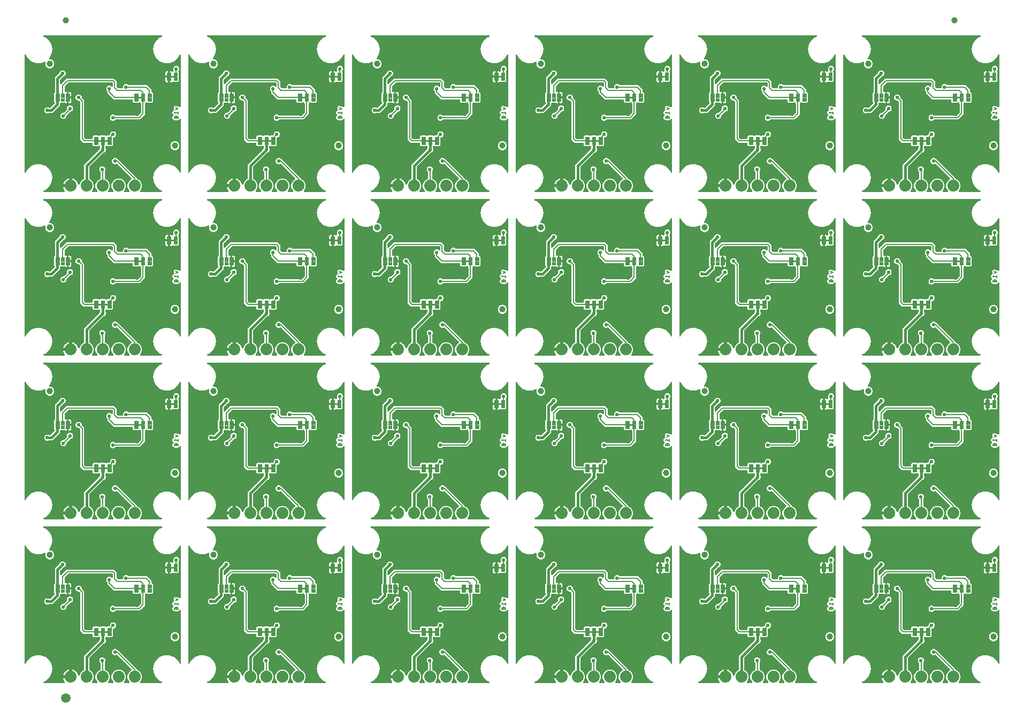
<source format=gbl>
G04 EAGLE Gerber RS-274X export*
G75*
%MOMM*%
%FSLAX34Y34*%
%LPD*%
%INBottom Copper*%
%IPPOS*%
%AMOC8*
5,1,8,0,0,1.08239X$1,22.5*%
G01*
%ADD10C,0.177800*%
%ADD11C,0.099059*%
%ADD12C,1.000000*%
%ADD13C,1.879600*%
%ADD14C,0.101600*%
%ADD15C,1.500000*%
%ADD16C,0.558800*%
%ADD17C,0.457200*%
%ADD18C,0.406400*%
%ADD19C,0.203200*%

G36*
X843243Y780294D02*
X843243Y780294D01*
X843283Y780291D01*
X843401Y780314D01*
X843519Y780329D01*
X843557Y780343D01*
X843596Y780351D01*
X843704Y780402D01*
X843815Y780446D01*
X843847Y780469D01*
X843883Y780486D01*
X843976Y780562D01*
X844073Y780632D01*
X844098Y780663D01*
X844129Y780688D01*
X844199Y780785D01*
X844275Y780877D01*
X844292Y780913D01*
X844316Y780946D01*
X844360Y781057D01*
X844411Y781165D01*
X844418Y781204D01*
X844433Y781241D01*
X844448Y781360D01*
X844471Y781477D01*
X844468Y781517D01*
X844473Y781557D01*
X844458Y781675D01*
X844451Y781795D01*
X844439Y781833D01*
X844434Y781872D01*
X844390Y781983D01*
X844353Y782097D01*
X844332Y782131D01*
X844317Y782168D01*
X844231Y782304D01*
X843229Y783683D01*
X842376Y785357D01*
X841795Y787144D01*
X841755Y787401D01*
X852170Y787401D01*
X852288Y787416D01*
X852407Y787423D01*
X852445Y787436D01*
X852485Y787441D01*
X852596Y787484D01*
X852709Y787521D01*
X852743Y787543D01*
X852781Y787558D01*
X852877Y787628D01*
X852978Y787691D01*
X853006Y787721D01*
X853038Y787744D01*
X853114Y787836D01*
X853196Y787923D01*
X853215Y787958D01*
X853241Y787989D01*
X853292Y788097D01*
X853349Y788201D01*
X853360Y788241D01*
X853377Y788277D01*
X853399Y788394D01*
X853429Y788509D01*
X853433Y788570D01*
X853437Y788590D01*
X853435Y788610D01*
X853439Y788670D01*
X853439Y789941D01*
X854710Y789941D01*
X854828Y789956D01*
X854947Y789963D01*
X854985Y789976D01*
X855025Y789981D01*
X855136Y790025D01*
X855249Y790061D01*
X855284Y790083D01*
X855321Y790098D01*
X855417Y790168D01*
X855518Y790231D01*
X855546Y790261D01*
X855579Y790285D01*
X855654Y790376D01*
X855736Y790463D01*
X855756Y790498D01*
X855781Y790530D01*
X855832Y790637D01*
X855890Y790742D01*
X855900Y790781D01*
X855917Y790817D01*
X855939Y790934D01*
X855969Y791049D01*
X855973Y791110D01*
X855977Y791130D01*
X855975Y791150D01*
X855979Y791210D01*
X855979Y801625D01*
X856236Y801585D01*
X858023Y801004D01*
X859697Y800151D01*
X861218Y799046D01*
X862546Y797718D01*
X863651Y796197D01*
X864504Y794523D01*
X865094Y792706D01*
X865119Y792620D01*
X865150Y792494D01*
X865164Y792467D01*
X865172Y792438D01*
X865238Y792327D01*
X865298Y792213D01*
X865319Y792190D01*
X865334Y792164D01*
X865425Y792073D01*
X865512Y791977D01*
X865537Y791961D01*
X865559Y791940D01*
X865670Y791874D01*
X865778Y791803D01*
X865807Y791793D01*
X865832Y791777D01*
X865956Y791741D01*
X866079Y791699D01*
X866109Y791697D01*
X866138Y791689D01*
X866267Y791684D01*
X866396Y791674D01*
X866426Y791679D01*
X866456Y791678D01*
X866582Y791706D01*
X866709Y791729D01*
X866737Y791741D01*
X866766Y791747D01*
X866881Y791806D01*
X866999Y791859D01*
X867023Y791878D01*
X867050Y791892D01*
X867146Y791977D01*
X867248Y792058D01*
X867266Y792082D01*
X867288Y792102D01*
X867361Y792208D01*
X867439Y792312D01*
X867458Y792350D01*
X867467Y792364D01*
X867475Y792385D01*
X867510Y792456D01*
X869149Y796415D01*
X872365Y799631D01*
X873992Y800304D01*
X874017Y800319D01*
X874045Y800328D01*
X874155Y800398D01*
X874268Y800462D01*
X874289Y800482D01*
X874314Y800498D01*
X874403Y800593D01*
X874496Y800683D01*
X874512Y800708D01*
X874532Y800730D01*
X874595Y800843D01*
X874663Y800954D01*
X874671Y800982D01*
X874686Y801008D01*
X874718Y801134D01*
X874756Y801258D01*
X874758Y801288D01*
X874765Y801316D01*
X874775Y801477D01*
X874775Y823374D01*
X877528Y826126D01*
X899208Y847806D01*
X899213Y847813D01*
X899221Y847819D01*
X899311Y847939D01*
X899403Y848057D01*
X899406Y848066D01*
X899412Y848073D01*
X899483Y848218D01*
X900079Y849656D01*
X900081Y849665D01*
X900086Y849674D01*
X900093Y849701D01*
X900094Y849705D01*
X900097Y849717D01*
X900123Y849819D01*
X900163Y849963D01*
X900163Y849973D01*
X900165Y849982D01*
X900175Y850142D01*
X900175Y852108D01*
X900158Y852246D01*
X900145Y852385D01*
X900138Y852404D01*
X900135Y852424D01*
X900084Y852554D01*
X900037Y852684D01*
X900026Y852701D01*
X900018Y852720D01*
X899937Y852832D01*
X899859Y852947D01*
X899843Y852961D01*
X899832Y852977D01*
X899724Y853066D01*
X899620Y853158D01*
X899602Y853167D01*
X899587Y853180D01*
X899461Y853239D01*
X899337Y853302D01*
X899317Y853307D01*
X899299Y853315D01*
X899162Y853341D01*
X899027Y853372D01*
X899006Y853371D01*
X898987Y853375D01*
X898848Y853367D01*
X898709Y853362D01*
X898689Y853357D01*
X898669Y853355D01*
X898537Y853313D01*
X898403Y853274D01*
X898386Y853264D01*
X898367Y853257D01*
X898249Y853183D01*
X898129Y853112D01*
X898108Y853094D01*
X898098Y853087D01*
X898084Y853072D01*
X898009Y853006D01*
X897680Y852677D01*
X889972Y852677D01*
X888491Y854158D01*
X888491Y856742D01*
X888476Y856860D01*
X888469Y856979D01*
X888456Y857017D01*
X888451Y857058D01*
X888408Y857168D01*
X888371Y857281D01*
X888349Y857316D01*
X888334Y857353D01*
X888265Y857449D01*
X888201Y857550D01*
X888171Y857578D01*
X888148Y857611D01*
X888056Y857687D01*
X887969Y857768D01*
X887934Y857788D01*
X887903Y857813D01*
X887795Y857864D01*
X887691Y857922D01*
X887651Y857932D01*
X887615Y857949D01*
X887498Y857971D01*
X887383Y858001D01*
X887323Y858005D01*
X887303Y858009D01*
X887282Y858007D01*
X887222Y858011D01*
X874021Y858011D01*
X868679Y863353D01*
X868679Y922263D01*
X868667Y922362D01*
X868664Y922461D01*
X868647Y922519D01*
X868639Y922579D01*
X868603Y922671D01*
X868575Y922766D01*
X868545Y922818D01*
X868522Y922875D01*
X868464Y922955D01*
X868414Y923040D01*
X868348Y923115D01*
X868336Y923132D01*
X868326Y923140D01*
X868308Y923161D01*
X867027Y924442D01*
X866949Y924502D01*
X866877Y924570D01*
X866824Y924599D01*
X866776Y924636D01*
X866685Y924676D01*
X866598Y924724D01*
X866539Y924739D01*
X866484Y924763D01*
X866386Y924778D01*
X866290Y924803D01*
X866190Y924809D01*
X866170Y924813D01*
X866157Y924811D01*
X866129Y924813D01*
X865180Y924813D01*
X863406Y925548D01*
X862048Y926906D01*
X861313Y928680D01*
X861313Y930600D01*
X862048Y932374D01*
X863406Y933732D01*
X865180Y934467D01*
X867100Y934467D01*
X868874Y933732D01*
X870232Y932374D01*
X870967Y930600D01*
X870967Y929651D01*
X870979Y929552D01*
X870982Y929453D01*
X870999Y929395D01*
X871007Y929335D01*
X871043Y929243D01*
X871071Y929148D01*
X871101Y929096D01*
X871124Y929039D01*
X871182Y928959D01*
X871232Y928874D01*
X871298Y928799D01*
X871310Y928782D01*
X871320Y928774D01*
X871338Y928753D01*
X874777Y925315D01*
X874777Y866405D01*
X874789Y866306D01*
X874792Y866207D01*
X874809Y866149D01*
X874817Y866089D01*
X874853Y865997D01*
X874881Y865902D01*
X874911Y865850D01*
X874934Y865793D01*
X874992Y865713D01*
X875042Y865628D01*
X875108Y865553D01*
X875120Y865536D01*
X875130Y865528D01*
X875148Y865507D01*
X876175Y864480D01*
X876253Y864420D01*
X876325Y864352D01*
X876378Y864323D01*
X876426Y864286D01*
X876517Y864246D01*
X876604Y864198D01*
X876663Y864183D01*
X876718Y864159D01*
X876816Y864144D01*
X876912Y864119D01*
X877012Y864113D01*
X877032Y864109D01*
X877045Y864111D01*
X877073Y864109D01*
X887222Y864109D01*
X887340Y864124D01*
X887459Y864131D01*
X887497Y864144D01*
X887538Y864149D01*
X887648Y864192D01*
X887761Y864229D01*
X887796Y864251D01*
X887833Y864266D01*
X887929Y864335D01*
X888030Y864399D01*
X888058Y864429D01*
X888091Y864452D01*
X888167Y864544D01*
X888248Y864631D01*
X888268Y864666D01*
X888293Y864697D01*
X888344Y864805D01*
X888402Y864909D01*
X888412Y864949D01*
X888429Y864985D01*
X888451Y865102D01*
X888481Y865217D01*
X888485Y865277D01*
X888489Y865297D01*
X888487Y865318D01*
X888491Y865378D01*
X888491Y867962D01*
X889972Y869443D01*
X897680Y869443D01*
X898135Y868987D01*
X898229Y868914D01*
X898319Y868835D01*
X898355Y868817D01*
X898387Y868792D01*
X898496Y868745D01*
X898602Y868691D01*
X898641Y868682D01*
X898679Y868666D01*
X898796Y868647D01*
X898912Y868621D01*
X898953Y868622D01*
X898993Y868616D01*
X899111Y868627D01*
X899230Y868631D01*
X899269Y868642D01*
X899309Y868646D01*
X899421Y868686D01*
X899536Y868719D01*
X899571Y868740D01*
X899609Y868753D01*
X899707Y868820D01*
X899810Y868881D01*
X899855Y868921D01*
X899872Y868932D01*
X899885Y868947D01*
X899930Y868987D01*
X900386Y869443D01*
X908094Y869443D01*
X908550Y868987D01*
X908644Y868914D01*
X908733Y868835D01*
X908769Y868817D01*
X908801Y868792D01*
X908910Y868745D01*
X909016Y868691D01*
X909055Y868682D01*
X909093Y868666D01*
X909210Y868647D01*
X909326Y868621D01*
X909367Y868622D01*
X909407Y868616D01*
X909525Y868627D01*
X909644Y868631D01*
X909683Y868642D01*
X909723Y868646D01*
X909835Y868686D01*
X909950Y868719D01*
X909985Y868740D01*
X910023Y868753D01*
X910121Y868820D01*
X910224Y868881D01*
X910269Y868920D01*
X910286Y868932D01*
X910299Y868947D01*
X910345Y868987D01*
X910800Y869443D01*
X914135Y869443D01*
X914234Y869455D01*
X914333Y869458D01*
X914391Y869475D01*
X914451Y869483D01*
X914543Y869519D01*
X914638Y869547D01*
X914690Y869577D01*
X914747Y869600D01*
X914827Y869658D01*
X914912Y869708D01*
X914987Y869774D01*
X915004Y869786D01*
X915012Y869796D01*
X915033Y869814D01*
X915552Y870333D01*
X915612Y870411D01*
X915680Y870483D01*
X915709Y870536D01*
X915746Y870584D01*
X915786Y870675D01*
X915834Y870762D01*
X915849Y870821D01*
X915873Y870876D01*
X915888Y870974D01*
X915913Y871070D01*
X915919Y871170D01*
X915923Y871190D01*
X915921Y871203D01*
X915923Y871231D01*
X915923Y872180D01*
X916658Y873954D01*
X918016Y875312D01*
X919790Y876047D01*
X921710Y876047D01*
X923484Y875312D01*
X924842Y873954D01*
X925577Y872180D01*
X925577Y870260D01*
X924842Y868486D01*
X923484Y867128D01*
X921710Y866393D01*
X921258Y866393D01*
X921140Y866378D01*
X921021Y866371D01*
X920983Y866358D01*
X920942Y866353D01*
X920832Y866310D01*
X920719Y866273D01*
X920684Y866251D01*
X920647Y866236D01*
X920551Y866167D01*
X920450Y866103D01*
X920422Y866073D01*
X920389Y866050D01*
X920313Y865958D01*
X920232Y865871D01*
X920212Y865836D01*
X920187Y865805D01*
X920136Y865697D01*
X920078Y865593D01*
X920068Y865553D01*
X920051Y865517D01*
X920029Y865400D01*
X919999Y865285D01*
X919995Y865225D01*
X919991Y865205D01*
X919993Y865184D01*
X919989Y865124D01*
X919989Y854158D01*
X918508Y852677D01*
X910800Y852677D01*
X910471Y853006D01*
X910362Y853091D01*
X910255Y853180D01*
X910236Y853188D01*
X910220Y853201D01*
X910092Y853256D01*
X909967Y853315D01*
X909947Y853319D01*
X909928Y853327D01*
X909790Y853349D01*
X909654Y853375D01*
X909634Y853374D01*
X909614Y853377D01*
X909475Y853364D01*
X909337Y853355D01*
X909318Y853349D01*
X909298Y853347D01*
X909167Y853300D01*
X909035Y853257D01*
X909017Y853247D01*
X908998Y853240D01*
X908884Y853162D01*
X908766Y853087D01*
X908752Y853072D01*
X908735Y853061D01*
X908643Y852957D01*
X908548Y852856D01*
X908538Y852838D01*
X908525Y852823D01*
X908462Y852699D01*
X908394Y852577D01*
X908389Y852557D01*
X908380Y852539D01*
X908350Y852404D01*
X908315Y852269D01*
X908313Y852241D01*
X908310Y852229D01*
X908311Y852209D01*
X908305Y852108D01*
X908305Y850142D01*
X908306Y850133D01*
X908305Y850124D01*
X908326Y849975D01*
X908345Y849827D01*
X908348Y849818D01*
X908349Y849809D01*
X908401Y849656D01*
X909067Y848050D01*
X909067Y846130D01*
X908332Y844356D01*
X906974Y842998D01*
X905368Y842333D01*
X905360Y842328D01*
X905351Y842326D01*
X905222Y842249D01*
X905091Y842175D01*
X905085Y842169D01*
X905077Y842164D01*
X904956Y842058D01*
X883276Y820378D01*
X883216Y820300D01*
X883148Y820228D01*
X883119Y820175D01*
X883082Y820127D01*
X883042Y820036D01*
X882994Y819949D01*
X882979Y819891D01*
X882955Y819835D01*
X882940Y819737D01*
X882915Y819641D01*
X882909Y819541D01*
X882905Y819521D01*
X882907Y819509D01*
X882905Y819481D01*
X882905Y801477D01*
X882908Y801448D01*
X882906Y801418D01*
X882928Y801290D01*
X882945Y801161D01*
X882955Y801134D01*
X882960Y801105D01*
X883014Y800986D01*
X883062Y800866D01*
X883079Y800842D01*
X883091Y800815D01*
X883172Y800714D01*
X883248Y800608D01*
X883271Y800590D01*
X883290Y800567D01*
X883393Y800489D01*
X883493Y800406D01*
X883520Y800393D01*
X883544Y800375D01*
X883688Y800304D01*
X885315Y799631D01*
X888531Y796415D01*
X890271Y792214D01*
X890271Y787666D01*
X888531Y783465D01*
X887521Y782455D01*
X887436Y782346D01*
X887347Y782239D01*
X887338Y782220D01*
X887326Y782204D01*
X887271Y782077D01*
X887212Y781951D01*
X887208Y781931D01*
X887200Y781912D01*
X887178Y781774D01*
X887152Y781638D01*
X887153Y781618D01*
X887150Y781598D01*
X887163Y781459D01*
X887172Y781321D01*
X887178Y781302D01*
X887180Y781282D01*
X887227Y781150D01*
X887270Y781019D01*
X887280Y781001D01*
X887287Y780982D01*
X887365Y780867D01*
X887440Y780750D01*
X887454Y780736D01*
X887466Y780719D01*
X887570Y780627D01*
X887671Y780532D01*
X887689Y780522D01*
X887704Y780509D01*
X887828Y780446D01*
X887950Y780378D01*
X887969Y780373D01*
X887987Y780364D01*
X888123Y780334D01*
X888258Y780299D01*
X888286Y780297D01*
X888298Y780294D01*
X888318Y780295D01*
X888418Y780289D01*
X894662Y780289D01*
X894800Y780306D01*
X894938Y780319D01*
X894957Y780326D01*
X894977Y780329D01*
X895106Y780380D01*
X895237Y780427D01*
X895254Y780438D01*
X895273Y780446D01*
X895385Y780527D01*
X895500Y780605D01*
X895514Y780621D01*
X895530Y780632D01*
X895619Y780740D01*
X895711Y780844D01*
X895720Y780862D01*
X895733Y780877D01*
X895792Y781003D01*
X895855Y781127D01*
X895860Y781147D01*
X895868Y781165D01*
X895895Y781302D01*
X895925Y781437D01*
X895924Y781458D01*
X895928Y781477D01*
X895920Y781616D01*
X895915Y781755D01*
X895910Y781775D01*
X895908Y781795D01*
X895866Y781927D01*
X895827Y782061D01*
X895817Y782078D01*
X895810Y782097D01*
X895736Y782215D01*
X895665Y782335D01*
X895647Y782356D01*
X895640Y782366D01*
X895625Y782380D01*
X895559Y782455D01*
X894549Y783465D01*
X892809Y787666D01*
X892809Y792214D01*
X894549Y796415D01*
X897765Y799631D01*
X900408Y800725D01*
X900433Y800740D01*
X900461Y800749D01*
X900571Y800818D01*
X900684Y800883D01*
X900705Y800903D01*
X900730Y800919D01*
X900819Y801014D01*
X900912Y801104D01*
X900928Y801129D01*
X900948Y801151D01*
X901011Y801264D01*
X901079Y801375D01*
X901087Y801403D01*
X901102Y801429D01*
X901134Y801555D01*
X901172Y801679D01*
X901174Y801709D01*
X901181Y801737D01*
X901191Y801898D01*
X901191Y811037D01*
X901179Y811135D01*
X901176Y811234D01*
X901159Y811292D01*
X901151Y811352D01*
X901115Y811445D01*
X901087Y811540D01*
X901057Y811592D01*
X901034Y811648D01*
X900976Y811728D01*
X900926Y811814D01*
X900860Y811889D01*
X900848Y811906D01*
X900838Y811913D01*
X900820Y811934D01*
X899513Y813241D01*
X898778Y815015D01*
X898778Y816935D01*
X899513Y818709D01*
X900871Y820067D01*
X902645Y820802D01*
X904565Y820802D01*
X906339Y820067D01*
X907697Y818709D01*
X908432Y816935D01*
X908432Y815015D01*
X907697Y813241D01*
X907660Y813204D01*
X907600Y813126D01*
X907532Y813054D01*
X907503Y813001D01*
X907466Y812953D01*
X907426Y812862D01*
X907378Y812776D01*
X907363Y812717D01*
X907339Y812661D01*
X907324Y812563D01*
X907299Y812468D01*
X907293Y812368D01*
X907289Y812347D01*
X907291Y812335D01*
X907289Y812307D01*
X907289Y801898D01*
X907292Y801869D01*
X907290Y801839D01*
X907312Y801711D01*
X907329Y801582D01*
X907339Y801555D01*
X907344Y801526D01*
X907398Y801407D01*
X907446Y801287D01*
X907463Y801263D01*
X907475Y801236D01*
X907556Y801134D01*
X907632Y801029D01*
X907655Y801010D01*
X907674Y800987D01*
X907777Y800909D01*
X907877Y800826D01*
X907904Y800814D01*
X907928Y800796D01*
X908072Y800725D01*
X910715Y799631D01*
X913931Y796415D01*
X915671Y792214D01*
X915671Y787666D01*
X913931Y783465D01*
X912921Y782455D01*
X912836Y782346D01*
X912747Y782239D01*
X912738Y782220D01*
X912726Y782204D01*
X912671Y782077D01*
X912612Y781951D01*
X912608Y781931D01*
X912600Y781912D01*
X912578Y781774D01*
X912552Y781638D01*
X912553Y781618D01*
X912550Y781598D01*
X912563Y781459D01*
X912572Y781321D01*
X912578Y781302D01*
X912580Y781282D01*
X912627Y781150D01*
X912670Y781019D01*
X912680Y781001D01*
X912687Y780982D01*
X912765Y780867D01*
X912840Y780750D01*
X912854Y780736D01*
X912866Y780719D01*
X912970Y780627D01*
X913071Y780532D01*
X913089Y780522D01*
X913104Y780509D01*
X913228Y780446D01*
X913350Y780378D01*
X913369Y780373D01*
X913387Y780364D01*
X913523Y780334D01*
X913658Y780299D01*
X913686Y780297D01*
X913698Y780294D01*
X913718Y780295D01*
X913818Y780289D01*
X920062Y780289D01*
X920200Y780306D01*
X920338Y780319D01*
X920357Y780326D01*
X920377Y780329D01*
X920506Y780380D01*
X920637Y780427D01*
X920654Y780438D01*
X920673Y780446D01*
X920785Y780527D01*
X920900Y780605D01*
X920914Y780621D01*
X920930Y780632D01*
X921019Y780740D01*
X921111Y780844D01*
X921120Y780862D01*
X921133Y780877D01*
X921192Y781003D01*
X921255Y781127D01*
X921260Y781147D01*
X921268Y781165D01*
X921295Y781302D01*
X921325Y781437D01*
X921324Y781458D01*
X921328Y781477D01*
X921320Y781616D01*
X921315Y781755D01*
X921310Y781775D01*
X921308Y781795D01*
X921266Y781927D01*
X921227Y782061D01*
X921217Y782078D01*
X921210Y782097D01*
X921136Y782215D01*
X921065Y782335D01*
X921047Y782356D01*
X921040Y782366D01*
X921025Y782380D01*
X920959Y782455D01*
X919949Y783465D01*
X918209Y787666D01*
X918209Y792214D01*
X919949Y796415D01*
X923165Y799631D01*
X927366Y801371D01*
X931914Y801371D01*
X936115Y799631D01*
X939331Y796415D01*
X941071Y792214D01*
X941071Y787666D01*
X939331Y783465D01*
X938321Y782455D01*
X938236Y782346D01*
X938147Y782239D01*
X938138Y782220D01*
X938126Y782204D01*
X938071Y782077D01*
X938012Y781951D01*
X938008Y781931D01*
X938000Y781912D01*
X937978Y781774D01*
X937952Y781638D01*
X937953Y781618D01*
X937950Y781598D01*
X937963Y781459D01*
X937972Y781321D01*
X937978Y781302D01*
X937980Y781282D01*
X938027Y781150D01*
X938070Y781019D01*
X938080Y781001D01*
X938087Y780982D01*
X938165Y780867D01*
X938240Y780750D01*
X938254Y780736D01*
X938266Y780719D01*
X938370Y780627D01*
X938471Y780532D01*
X938489Y780522D01*
X938504Y780509D01*
X938628Y780446D01*
X938750Y780378D01*
X938769Y780373D01*
X938787Y780364D01*
X938923Y780334D01*
X939058Y780299D01*
X939086Y780297D01*
X939098Y780294D01*
X939118Y780295D01*
X939218Y780289D01*
X945462Y780289D01*
X945600Y780306D01*
X945738Y780319D01*
X945757Y780326D01*
X945777Y780329D01*
X945906Y780380D01*
X946037Y780427D01*
X946054Y780438D01*
X946073Y780446D01*
X946185Y780527D01*
X946300Y780605D01*
X946314Y780621D01*
X946330Y780632D01*
X946419Y780740D01*
X946511Y780844D01*
X946520Y780862D01*
X946533Y780877D01*
X946592Y781003D01*
X946655Y781127D01*
X946660Y781147D01*
X946668Y781165D01*
X946695Y781302D01*
X946725Y781437D01*
X946724Y781458D01*
X946728Y781477D01*
X946720Y781616D01*
X946715Y781755D01*
X946710Y781775D01*
X946708Y781795D01*
X946666Y781927D01*
X946627Y782061D01*
X946617Y782078D01*
X946610Y782097D01*
X946536Y782215D01*
X946465Y782335D01*
X946447Y782356D01*
X946440Y782366D01*
X946425Y782380D01*
X946359Y782455D01*
X945349Y783465D01*
X943609Y787666D01*
X943609Y792214D01*
X945349Y796415D01*
X948565Y799631D01*
X949441Y799993D01*
X949484Y800018D01*
X949531Y800035D01*
X949622Y800097D01*
X949718Y800151D01*
X949753Y800186D01*
X949794Y800213D01*
X949867Y800296D01*
X949946Y800372D01*
X949972Y800415D01*
X950005Y800452D01*
X950055Y800550D01*
X950112Y800643D01*
X950127Y800691D01*
X950149Y800735D01*
X950174Y800842D01*
X950206Y800947D01*
X950208Y800997D01*
X950219Y801045D01*
X950216Y801155D01*
X950221Y801265D01*
X950211Y801314D01*
X950209Y801363D01*
X950179Y801469D01*
X950157Y801576D01*
X950135Y801621D01*
X950121Y801669D01*
X950065Y801763D01*
X950017Y801862D01*
X949985Y801900D01*
X949959Y801943D01*
X949853Y802064D01*
X935425Y816492D01*
X935347Y816552D01*
X935275Y816620D01*
X935222Y816649D01*
X935174Y816686D01*
X935146Y816699D01*
X927304Y824541D01*
X927280Y824559D01*
X927261Y824581D01*
X927155Y824656D01*
X927052Y824736D01*
X927025Y824747D01*
X927001Y824764D01*
X926880Y824810D01*
X926761Y824862D01*
X926731Y824867D01*
X926704Y824877D01*
X926575Y824892D01*
X926446Y824912D01*
X926417Y824909D01*
X926388Y824912D01*
X926259Y824894D01*
X926130Y824882D01*
X926102Y824872D01*
X926073Y824868D01*
X925920Y824816D01*
X924504Y824229D01*
X922584Y824229D01*
X920810Y824964D01*
X919452Y826322D01*
X918717Y828096D01*
X918717Y830016D01*
X919452Y831790D01*
X920810Y833148D01*
X922584Y833883D01*
X924504Y833883D01*
X926278Y833148D01*
X926950Y832476D01*
X927028Y832416D01*
X927100Y832348D01*
X927153Y832319D01*
X927201Y832282D01*
X927292Y832242D01*
X927378Y832194D01*
X927437Y832179D01*
X927493Y832155D01*
X927591Y832140D01*
X927686Y832115D01*
X927786Y832109D01*
X927807Y832105D01*
X927819Y832107D01*
X927847Y832105D01*
X928363Y832105D01*
X937135Y823332D01*
X937213Y823272D01*
X937285Y823204D01*
X937338Y823175D01*
X937386Y823138D01*
X937414Y823125D01*
X958089Y802451D01*
X958089Y801898D01*
X958092Y801869D01*
X958090Y801839D01*
X958112Y801711D01*
X958129Y801582D01*
X958139Y801555D01*
X958144Y801526D01*
X958198Y801407D01*
X958246Y801287D01*
X958263Y801263D01*
X958275Y801236D01*
X958356Y801134D01*
X958432Y801029D01*
X958455Y801010D01*
X958474Y800987D01*
X958577Y800909D01*
X958677Y800826D01*
X958704Y800814D01*
X958728Y800796D01*
X958872Y800725D01*
X961515Y799631D01*
X964731Y796415D01*
X966471Y792214D01*
X966471Y787666D01*
X964731Y783465D01*
X963721Y782455D01*
X963636Y782346D01*
X963547Y782239D01*
X963538Y782220D01*
X963526Y782204D01*
X963471Y782077D01*
X963412Y781951D01*
X963408Y781931D01*
X963400Y781912D01*
X963378Y781774D01*
X963352Y781638D01*
X963353Y781618D01*
X963350Y781598D01*
X963363Y781459D01*
X963372Y781321D01*
X963378Y781302D01*
X963380Y781282D01*
X963427Y781150D01*
X963470Y781019D01*
X963480Y781001D01*
X963487Y780982D01*
X963565Y780867D01*
X963640Y780750D01*
X963654Y780736D01*
X963666Y780719D01*
X963770Y780627D01*
X963871Y780532D01*
X963889Y780522D01*
X963904Y780509D01*
X964028Y780446D01*
X964150Y780378D01*
X964169Y780373D01*
X964187Y780364D01*
X964323Y780334D01*
X964458Y780299D01*
X964486Y780297D01*
X964498Y780294D01*
X964518Y780295D01*
X964618Y780289D01*
X996924Y780289D01*
X997021Y780301D01*
X997118Y780304D01*
X997178Y780321D01*
X997240Y780329D01*
X997330Y780364D01*
X997424Y780391D01*
X997478Y780423D01*
X997536Y780446D01*
X997614Y780503D01*
X997698Y780552D01*
X997742Y780596D01*
X997793Y780632D01*
X997855Y780708D01*
X997924Y780776D01*
X997956Y780829D01*
X997996Y780877D01*
X998037Y780965D01*
X998087Y781049D01*
X998105Y781109D01*
X998131Y781165D01*
X998149Y781261D01*
X998177Y781354D01*
X998179Y781416D01*
X998191Y781477D01*
X998185Y781575D01*
X998188Y781672D01*
X998175Y781733D01*
X998171Y781795D01*
X998141Y781888D01*
X998120Y781983D01*
X998092Y782038D01*
X998073Y782097D01*
X998021Y782180D01*
X997977Y782267D01*
X997936Y782313D01*
X997903Y782366D01*
X997832Y782433D01*
X997768Y782506D01*
X997717Y782541D01*
X997671Y782584D01*
X997586Y782631D01*
X997506Y782686D01*
X997410Y782728D01*
X997393Y782738D01*
X997382Y782740D01*
X997358Y782751D01*
X994878Y783653D01*
X989045Y788548D01*
X985238Y795142D01*
X983916Y802640D01*
X985238Y810138D01*
X989045Y816732D01*
X994878Y821627D01*
X1002033Y824231D01*
X1009647Y824231D01*
X1016802Y821627D01*
X1022635Y816732D01*
X1025823Y811210D01*
X1025911Y811094D01*
X1025996Y810976D01*
X1026007Y810968D01*
X1026015Y810957D01*
X1026129Y810867D01*
X1026241Y810773D01*
X1026254Y810768D01*
X1026264Y810759D01*
X1026398Y810700D01*
X1026529Y810638D01*
X1026542Y810635D01*
X1026555Y810630D01*
X1026699Y810605D01*
X1026842Y810578D01*
X1026855Y810579D01*
X1026868Y810577D01*
X1027014Y810589D01*
X1027159Y810598D01*
X1027172Y810602D01*
X1027185Y810603D01*
X1027323Y810651D01*
X1027461Y810696D01*
X1027473Y810703D01*
X1027486Y810708D01*
X1027607Y810788D01*
X1027730Y810866D01*
X1027739Y810876D01*
X1027751Y810883D01*
X1027848Y810991D01*
X1027948Y811098D01*
X1027955Y811110D01*
X1027964Y811120D01*
X1028031Y811248D01*
X1028102Y811376D01*
X1028105Y811389D01*
X1028111Y811401D01*
X1028145Y811543D01*
X1028181Y811684D01*
X1028182Y811702D01*
X1028184Y811711D01*
X1028184Y811728D01*
X1028191Y811845D01*
X1028191Y894890D01*
X1028181Y894974D01*
X1028180Y895059D01*
X1028161Y895132D01*
X1028151Y895206D01*
X1028120Y895285D01*
X1028099Y895367D01*
X1028062Y895432D01*
X1028034Y895502D01*
X1027985Y895570D01*
X1027943Y895644D01*
X1027892Y895698D01*
X1027848Y895759D01*
X1027782Y895813D01*
X1027724Y895874D01*
X1027660Y895914D01*
X1027603Y895962D01*
X1027526Y895998D01*
X1027454Y896043D01*
X1027383Y896065D01*
X1027315Y896097D01*
X1027232Y896113D01*
X1027151Y896139D01*
X1027076Y896143D01*
X1027003Y896157D01*
X1026918Y896152D01*
X1026833Y896156D01*
X1026760Y896142D01*
X1026685Y896137D01*
X1026604Y896111D01*
X1026521Y896095D01*
X1026454Y896062D01*
X1026383Y896039D01*
X1026311Y895994D01*
X1026235Y895957D01*
X1026177Y895909D01*
X1026114Y895869D01*
X1026056Y895807D01*
X1025991Y895753D01*
X1025903Y895644D01*
X1025896Y895637D01*
X1025894Y895634D01*
X1025889Y895628D01*
X1025477Y895051D01*
X1025428Y894960D01*
X1025371Y894875D01*
X1025368Y894867D01*
X1025343Y894846D01*
X1025255Y894738D01*
X1024216Y894382D01*
X1024212Y894380D01*
X1024072Y894322D01*
X1022613Y893611D01*
X1018849Y893611D01*
X1018122Y893965D01*
X1017993Y894009D01*
X1017865Y894058D01*
X1017834Y894063D01*
X1017821Y894067D01*
X1017800Y894069D01*
X1017706Y894086D01*
X1017438Y894115D01*
X1017367Y894185D01*
X1017287Y894273D01*
X1017253Y894295D01*
X1017224Y894323D01*
X1017121Y894382D01*
X1017021Y894448D01*
X1016965Y894471D01*
X1016948Y894481D01*
X1016928Y894486D01*
X1016872Y894510D01*
X1016204Y894739D01*
X1016169Y894777D01*
X1016125Y894839D01*
X1016086Y894872D01*
X1016070Y894914D01*
X1016021Y894992D01*
X1016012Y895012D01*
X1016003Y895022D01*
X1015985Y895051D01*
X1014634Y896942D01*
X1014634Y899651D01*
X1015985Y901542D01*
X1015997Y901565D01*
X1016003Y901572D01*
X1016037Y901638D01*
X1016092Y901721D01*
X1016126Y901803D01*
X1016136Y901822D01*
X1016139Y901836D01*
X1016144Y901846D01*
X1016148Y901855D01*
X1016149Y901860D01*
X1016153Y901870D01*
X1016155Y901876D01*
X1016185Y902021D01*
X1016185Y902022D01*
X1016212Y902130D01*
X1016212Y902142D01*
X1016218Y902165D01*
X1016217Y902177D01*
X1016220Y902187D01*
X1016213Y902335D01*
X1016210Y902410D01*
X1016210Y902448D01*
X1016209Y902452D01*
X1016208Y902483D01*
X1016205Y902494D01*
X1016204Y902505D01*
X1016161Y902647D01*
X1016120Y902789D01*
X1016114Y902798D01*
X1016111Y902809D01*
X1016033Y902935D01*
X1015958Y903063D01*
X1015948Y903074D01*
X1015944Y903080D01*
X1015934Y903090D01*
X1015852Y903184D01*
X1015654Y903381D01*
X1015642Y903390D01*
X1015549Y903475D01*
X1014744Y904119D01*
X1014740Y904137D01*
X1014726Y904162D01*
X1014718Y904190D01*
X1014652Y904303D01*
X1014634Y904336D01*
X1014634Y905379D01*
X1014632Y905394D01*
X1014626Y905519D01*
X1014512Y906544D01*
X1014522Y906560D01*
X1014530Y906588D01*
X1014544Y906613D01*
X1014577Y906739D01*
X1014588Y906776D01*
X1015326Y907513D01*
X1015334Y907525D01*
X1015419Y907618D01*
X1016561Y909045D01*
X1016600Y909108D01*
X1016646Y909165D01*
X1016682Y909243D01*
X1016727Y909316D01*
X1016749Y909387D01*
X1016780Y909454D01*
X1016795Y909538D01*
X1016821Y909621D01*
X1016824Y909694D01*
X1016837Y909767D01*
X1016831Y909852D01*
X1016835Y909938D01*
X1016820Y910010D01*
X1016815Y910084D01*
X1016774Y910240D01*
X1016518Y911008D01*
X1016828Y911628D01*
X1016837Y911656D01*
X1016853Y911681D01*
X1016890Y911806D01*
X1016933Y911928D01*
X1016936Y911957D01*
X1016944Y911986D01*
X1016949Y912116D01*
X1016961Y912244D01*
X1016956Y912274D01*
X1016957Y912304D01*
X1016930Y912430D01*
X1016909Y912558D01*
X1016897Y912585D01*
X1016890Y912615D01*
X1016828Y912763D01*
X1016518Y913382D01*
X1017283Y915678D01*
X1019448Y916761D01*
X1023504Y915409D01*
X1023513Y915407D01*
X1023521Y915403D01*
X1023669Y915376D01*
X1023816Y915347D01*
X1023825Y915347D01*
X1023834Y915346D01*
X1023983Y915356D01*
X1024104Y915363D01*
X1024946Y914942D01*
X1024955Y914938D01*
X1024963Y914933D01*
X1025112Y914873D01*
X1026164Y914522D01*
X1026200Y914490D01*
X1026222Y914478D01*
X1026241Y914463D01*
X1026363Y914405D01*
X1026482Y914343D01*
X1026507Y914338D01*
X1026529Y914327D01*
X1026661Y914302D01*
X1026792Y914271D01*
X1026817Y914272D01*
X1026842Y914267D01*
X1026976Y914276D01*
X1027110Y914279D01*
X1027134Y914285D01*
X1027159Y914287D01*
X1027287Y914328D01*
X1027416Y914365D01*
X1027438Y914377D01*
X1027461Y914385D01*
X1027575Y914457D01*
X1027691Y914524D01*
X1027709Y914542D01*
X1027730Y914555D01*
X1027822Y914653D01*
X1027918Y914747D01*
X1027931Y914769D01*
X1027948Y914787D01*
X1028013Y914905D01*
X1028082Y915020D01*
X1028090Y915044D01*
X1028102Y915065D01*
X1028135Y915195D01*
X1028174Y915324D01*
X1028175Y915349D01*
X1028181Y915373D01*
X1028191Y915534D01*
X1028191Y996635D01*
X1028173Y996780D01*
X1028158Y996925D01*
X1028153Y996937D01*
X1028151Y996951D01*
X1028098Y997086D01*
X1028047Y997223D01*
X1028039Y997234D01*
X1028034Y997246D01*
X1027949Y997364D01*
X1027866Y997484D01*
X1027855Y997493D01*
X1027848Y997504D01*
X1027736Y997597D01*
X1027625Y997692D01*
X1027613Y997698D01*
X1027603Y997707D01*
X1027471Y997768D01*
X1027340Y997834D01*
X1027327Y997836D01*
X1027315Y997842D01*
X1027173Y997869D01*
X1027029Y997900D01*
X1027016Y997899D01*
X1027003Y997902D01*
X1026858Y997893D01*
X1026712Y997887D01*
X1026699Y997883D01*
X1026685Y997882D01*
X1026547Y997837D01*
X1026407Y997795D01*
X1026395Y997788D01*
X1026383Y997784D01*
X1026260Y997706D01*
X1026135Y997631D01*
X1026125Y997621D01*
X1026114Y997614D01*
X1026014Y997508D01*
X1025912Y997404D01*
X1025902Y997389D01*
X1025896Y997382D01*
X1025888Y997367D01*
X1025823Y997270D01*
X1022635Y991748D01*
X1016802Y986853D01*
X1009647Y984249D01*
X1002033Y984249D01*
X994878Y986853D01*
X989045Y991748D01*
X985238Y998342D01*
X983916Y1005840D01*
X985238Y1013338D01*
X989045Y1019932D01*
X994878Y1024827D01*
X997358Y1025729D01*
X997445Y1025774D01*
X997535Y1025810D01*
X997586Y1025846D01*
X997641Y1025875D01*
X997714Y1025939D01*
X997793Y1025996D01*
X997833Y1026044D01*
X997879Y1026086D01*
X997933Y1026166D01*
X997996Y1026241D01*
X998022Y1026298D01*
X998057Y1026349D01*
X998090Y1026441D01*
X998131Y1026529D01*
X998143Y1026590D01*
X998164Y1026649D01*
X998173Y1026746D01*
X998191Y1026842D01*
X998187Y1026904D01*
X998193Y1026966D01*
X998177Y1027062D01*
X998171Y1027159D01*
X998152Y1027218D01*
X998142Y1027280D01*
X998103Y1027369D01*
X998073Y1027461D01*
X998040Y1027514D01*
X998015Y1027571D01*
X997955Y1027648D01*
X997903Y1027730D01*
X997858Y1027773D01*
X997819Y1027822D01*
X997742Y1027881D01*
X997671Y1027948D01*
X997617Y1027978D01*
X997568Y1028016D01*
X997478Y1028055D01*
X997393Y1028102D01*
X997333Y1028117D01*
X997275Y1028142D01*
X997179Y1028157D01*
X997085Y1028181D01*
X996981Y1028188D01*
X996961Y1028191D01*
X996950Y1028190D01*
X996924Y1028191D01*
X811556Y1028191D01*
X811459Y1028179D01*
X811362Y1028176D01*
X811302Y1028159D01*
X811240Y1028151D01*
X811150Y1028116D01*
X811056Y1028089D01*
X811002Y1028057D01*
X810944Y1028034D01*
X810866Y1027977D01*
X810782Y1027928D01*
X810738Y1027884D01*
X810687Y1027848D01*
X810625Y1027772D01*
X810556Y1027704D01*
X810524Y1027651D01*
X810484Y1027603D01*
X810443Y1027515D01*
X810393Y1027431D01*
X810375Y1027371D01*
X810349Y1027315D01*
X810331Y1027219D01*
X810303Y1027126D01*
X810301Y1027064D01*
X810289Y1027003D01*
X810295Y1026905D01*
X810292Y1026808D01*
X810305Y1026747D01*
X810309Y1026685D01*
X810339Y1026592D01*
X810360Y1026497D01*
X810388Y1026442D01*
X810407Y1026383D01*
X810459Y1026300D01*
X810503Y1026213D01*
X810544Y1026167D01*
X810577Y1026114D01*
X810648Y1026047D01*
X810712Y1025974D01*
X810763Y1025939D01*
X810809Y1025896D01*
X810894Y1025849D01*
X810974Y1025794D01*
X811070Y1025752D01*
X811087Y1025742D01*
X811098Y1025740D01*
X811122Y1025729D01*
X813602Y1024827D01*
X819435Y1019932D01*
X823242Y1013338D01*
X824564Y1005840D01*
X823242Y998342D01*
X819532Y991917D01*
X819481Y991794D01*
X819424Y991675D01*
X819419Y991648D01*
X819409Y991623D01*
X819389Y991492D01*
X819365Y991362D01*
X819366Y991336D01*
X819362Y991309D01*
X819376Y991177D01*
X819384Y991045D01*
X819393Y991019D01*
X819396Y990993D01*
X819442Y990868D01*
X819482Y990743D01*
X819497Y990720D01*
X819506Y990694D01*
X819582Y990586D01*
X819653Y990474D01*
X819672Y990455D01*
X819688Y990433D01*
X819788Y990347D01*
X819884Y990256D01*
X819908Y990243D01*
X819928Y990225D01*
X820047Y990166D01*
X820163Y990102D01*
X820189Y990096D01*
X820213Y990084D01*
X820343Y990056D01*
X820471Y990023D01*
X820509Y990021D01*
X820524Y990017D01*
X820546Y990018D01*
X820631Y990013D01*
X821819Y990013D01*
X824404Y988942D01*
X826382Y986964D01*
X827453Y984379D01*
X827453Y981581D01*
X826382Y978996D01*
X824404Y977018D01*
X821819Y975947D01*
X819021Y975947D01*
X816436Y977018D01*
X814458Y978996D01*
X813387Y981581D01*
X813387Y984379D01*
X813452Y984536D01*
X813482Y984643D01*
X813519Y984748D01*
X813524Y984796D01*
X813536Y984842D01*
X813538Y984954D01*
X813548Y985065D01*
X813540Y985112D01*
X813541Y985160D01*
X813515Y985269D01*
X813497Y985379D01*
X813478Y985423D01*
X813467Y985470D01*
X813415Y985568D01*
X813370Y985671D01*
X813341Y985708D01*
X813318Y985751D01*
X813243Y985833D01*
X813175Y985921D01*
X813137Y985951D01*
X813104Y985986D01*
X813011Y986047D01*
X812923Y986116D01*
X812879Y986134D01*
X812839Y986161D01*
X812733Y986197D01*
X812631Y986241D01*
X812583Y986249D01*
X812538Y986264D01*
X812427Y986273D01*
X812317Y986290D01*
X812269Y986286D01*
X812221Y986289D01*
X812111Y986270D01*
X812000Y986260D01*
X811929Y986239D01*
X811908Y986235D01*
X811891Y986228D01*
X811845Y986214D01*
X806447Y984249D01*
X798833Y984249D01*
X791678Y986853D01*
X785845Y991748D01*
X782657Y997270D01*
X782569Y997386D01*
X782484Y997504D01*
X782473Y997512D01*
X782465Y997523D01*
X782351Y997613D01*
X782239Y997707D01*
X782226Y997712D01*
X782216Y997721D01*
X782082Y997780D01*
X781951Y997842D01*
X781938Y997845D01*
X781925Y997850D01*
X781781Y997875D01*
X781638Y997902D01*
X781625Y997901D01*
X781612Y997903D01*
X781466Y997891D01*
X781321Y997882D01*
X781308Y997878D01*
X781295Y997877D01*
X781157Y997829D01*
X781019Y997784D01*
X781007Y997777D01*
X780994Y997772D01*
X780873Y997692D01*
X780750Y997614D01*
X780741Y997604D01*
X780729Y997597D01*
X780632Y997489D01*
X780532Y997382D01*
X780525Y997370D01*
X780516Y997360D01*
X780449Y997232D01*
X780378Y997104D01*
X780375Y997091D01*
X780369Y997079D01*
X780335Y996937D01*
X780299Y996796D01*
X780298Y996778D01*
X780296Y996769D01*
X780296Y996752D01*
X780289Y996635D01*
X780289Y811845D01*
X780307Y811700D01*
X780322Y811555D01*
X780327Y811543D01*
X780329Y811529D01*
X780382Y811394D01*
X780433Y811257D01*
X780441Y811246D01*
X780446Y811234D01*
X780531Y811116D01*
X780614Y810996D01*
X780625Y810987D01*
X780632Y810976D01*
X780745Y810883D01*
X780855Y810788D01*
X780867Y810782D01*
X780877Y810773D01*
X781009Y810712D01*
X781140Y810646D01*
X781153Y810644D01*
X781165Y810638D01*
X781307Y810611D01*
X781451Y810580D01*
X781464Y810581D01*
X781477Y810578D01*
X781622Y810587D01*
X781768Y810593D01*
X781781Y810597D01*
X781795Y810598D01*
X781933Y810643D01*
X782073Y810685D01*
X782085Y810692D01*
X782097Y810696D01*
X782220Y810774D01*
X782345Y810849D01*
X782355Y810859D01*
X782366Y810866D01*
X782466Y810972D01*
X782568Y811076D01*
X782578Y811091D01*
X782584Y811098D01*
X782592Y811113D01*
X782657Y811210D01*
X785845Y816732D01*
X791678Y821627D01*
X798833Y824231D01*
X806447Y824231D01*
X813602Y821627D01*
X819435Y816732D01*
X823242Y810138D01*
X824564Y802640D01*
X823242Y795142D01*
X819435Y788548D01*
X813602Y783653D01*
X811122Y782751D01*
X811035Y782706D01*
X810944Y782670D01*
X810894Y782634D01*
X810839Y782605D01*
X810766Y782541D01*
X810687Y782484D01*
X810647Y782436D01*
X810601Y782394D01*
X810546Y782314D01*
X810484Y782239D01*
X810458Y782182D01*
X810423Y782131D01*
X810390Y782039D01*
X810349Y781951D01*
X810337Y781890D01*
X810316Y781831D01*
X810307Y781734D01*
X810289Y781638D01*
X810293Y781576D01*
X810287Y781514D01*
X810303Y781418D01*
X810309Y781321D01*
X810328Y781262D01*
X810338Y781200D01*
X810377Y781111D01*
X810407Y781019D01*
X810440Y780966D01*
X810465Y780909D01*
X810525Y780832D01*
X810577Y780750D01*
X810622Y780707D01*
X810661Y780658D01*
X810738Y780599D01*
X810809Y780532D01*
X810863Y780502D01*
X810912Y780464D01*
X811002Y780425D01*
X811087Y780378D01*
X811147Y780363D01*
X811205Y780338D01*
X811301Y780323D01*
X811395Y780299D01*
X811499Y780292D01*
X811519Y780289D01*
X811530Y780290D01*
X811556Y780289D01*
X843204Y780289D01*
X843243Y780294D01*
G37*
G36*
X843243Y3054D02*
X843243Y3054D01*
X843283Y3051D01*
X843401Y3074D01*
X843519Y3089D01*
X843557Y3103D01*
X843596Y3111D01*
X843704Y3162D01*
X843815Y3206D01*
X843847Y3229D01*
X843883Y3246D01*
X843976Y3322D01*
X844073Y3392D01*
X844098Y3423D01*
X844129Y3448D01*
X844199Y3545D01*
X844275Y3637D01*
X844292Y3673D01*
X844316Y3706D01*
X844360Y3817D01*
X844411Y3925D01*
X844418Y3964D01*
X844433Y4001D01*
X844448Y4120D01*
X844471Y4237D01*
X844468Y4277D01*
X844473Y4317D01*
X844458Y4435D01*
X844451Y4555D01*
X844439Y4593D01*
X844434Y4632D01*
X844390Y4743D01*
X844353Y4857D01*
X844332Y4891D01*
X844317Y4928D01*
X844231Y5064D01*
X843229Y6443D01*
X842376Y8117D01*
X841795Y9904D01*
X841755Y10161D01*
X852170Y10161D01*
X852288Y10176D01*
X852407Y10183D01*
X852445Y10196D01*
X852485Y10201D01*
X852596Y10244D01*
X852709Y10281D01*
X852743Y10303D01*
X852781Y10318D01*
X852877Y10388D01*
X852978Y10451D01*
X853006Y10481D01*
X853038Y10504D01*
X853114Y10596D01*
X853196Y10683D01*
X853215Y10718D01*
X853241Y10749D01*
X853292Y10857D01*
X853349Y10961D01*
X853360Y11001D01*
X853377Y11037D01*
X853399Y11154D01*
X853429Y11269D01*
X853433Y11330D01*
X853437Y11350D01*
X853435Y11370D01*
X853439Y11430D01*
X853439Y12701D01*
X854710Y12701D01*
X854828Y12716D01*
X854947Y12723D01*
X854985Y12736D01*
X855025Y12741D01*
X855136Y12785D01*
X855249Y12821D01*
X855284Y12843D01*
X855321Y12858D01*
X855417Y12928D01*
X855518Y12991D01*
X855546Y13021D01*
X855579Y13045D01*
X855654Y13136D01*
X855736Y13223D01*
X855756Y13258D01*
X855781Y13290D01*
X855832Y13397D01*
X855890Y13502D01*
X855900Y13541D01*
X855917Y13577D01*
X855939Y13694D01*
X855969Y13809D01*
X855973Y13870D01*
X855977Y13890D01*
X855975Y13910D01*
X855979Y13970D01*
X855979Y24385D01*
X856236Y24345D01*
X858023Y23764D01*
X859697Y22911D01*
X861218Y21806D01*
X862546Y20478D01*
X863651Y18957D01*
X864504Y17283D01*
X865094Y15466D01*
X865119Y15380D01*
X865150Y15254D01*
X865164Y15227D01*
X865172Y15198D01*
X865238Y15087D01*
X865298Y14973D01*
X865319Y14950D01*
X865334Y14924D01*
X865425Y14833D01*
X865512Y14737D01*
X865537Y14721D01*
X865559Y14700D01*
X865670Y14634D01*
X865778Y14563D01*
X865807Y14553D01*
X865832Y14537D01*
X865956Y14501D01*
X866079Y14459D01*
X866109Y14457D01*
X866138Y14449D01*
X866267Y14444D01*
X866396Y14434D01*
X866426Y14439D01*
X866456Y14438D01*
X866582Y14466D01*
X866709Y14489D01*
X866737Y14501D01*
X866766Y14507D01*
X866881Y14566D01*
X866999Y14619D01*
X867023Y14638D01*
X867050Y14652D01*
X867146Y14737D01*
X867248Y14818D01*
X867266Y14842D01*
X867288Y14862D01*
X867361Y14968D01*
X867439Y15072D01*
X867458Y15110D01*
X867467Y15124D01*
X867475Y15145D01*
X867510Y15216D01*
X869149Y19175D01*
X872365Y22391D01*
X873992Y23064D01*
X874017Y23079D01*
X874045Y23088D01*
X874155Y23158D01*
X874268Y23222D01*
X874289Y23242D01*
X874314Y23258D01*
X874403Y23353D01*
X874496Y23443D01*
X874512Y23468D01*
X874532Y23490D01*
X874595Y23603D01*
X874663Y23714D01*
X874671Y23742D01*
X874686Y23768D01*
X874718Y23894D01*
X874756Y24018D01*
X874758Y24048D01*
X874765Y24076D01*
X874775Y24237D01*
X874775Y46134D01*
X877528Y48886D01*
X899208Y70566D01*
X899213Y70573D01*
X899221Y70579D01*
X899311Y70699D01*
X899403Y70817D01*
X899406Y70826D01*
X899412Y70833D01*
X899483Y70978D01*
X900079Y72416D01*
X900081Y72425D01*
X900086Y72434D01*
X900093Y72461D01*
X900094Y72465D01*
X900097Y72477D01*
X900123Y72579D01*
X900163Y72723D01*
X900163Y72733D01*
X900165Y72742D01*
X900175Y72902D01*
X900175Y74868D01*
X900158Y75006D01*
X900145Y75145D01*
X900138Y75164D01*
X900135Y75184D01*
X900084Y75314D01*
X900037Y75444D01*
X900026Y75461D01*
X900018Y75480D01*
X899937Y75592D01*
X899859Y75707D01*
X899843Y75721D01*
X899832Y75737D01*
X899724Y75826D01*
X899620Y75918D01*
X899602Y75927D01*
X899587Y75940D01*
X899461Y75999D01*
X899337Y76062D01*
X899317Y76067D01*
X899299Y76075D01*
X899162Y76101D01*
X899027Y76132D01*
X899006Y76131D01*
X898987Y76135D01*
X898848Y76127D01*
X898709Y76122D01*
X898689Y76117D01*
X898669Y76115D01*
X898537Y76073D01*
X898403Y76034D01*
X898386Y76024D01*
X898367Y76017D01*
X898249Y75943D01*
X898129Y75872D01*
X898108Y75854D01*
X898098Y75847D01*
X898084Y75832D01*
X898009Y75766D01*
X897680Y75437D01*
X889972Y75437D01*
X888491Y76918D01*
X888491Y79502D01*
X888476Y79620D01*
X888469Y79739D01*
X888456Y79777D01*
X888451Y79818D01*
X888408Y79928D01*
X888371Y80041D01*
X888349Y80076D01*
X888334Y80113D01*
X888265Y80209D01*
X888201Y80310D01*
X888171Y80338D01*
X888148Y80371D01*
X888056Y80447D01*
X887969Y80528D01*
X887934Y80548D01*
X887903Y80573D01*
X887795Y80624D01*
X887691Y80682D01*
X887651Y80692D01*
X887615Y80709D01*
X887498Y80731D01*
X887383Y80761D01*
X887323Y80765D01*
X887303Y80769D01*
X887282Y80767D01*
X887222Y80771D01*
X874021Y80771D01*
X868679Y86113D01*
X868679Y145023D01*
X868667Y145122D01*
X868664Y145221D01*
X868647Y145279D01*
X868639Y145339D01*
X868603Y145431D01*
X868575Y145526D01*
X868545Y145578D01*
X868522Y145635D01*
X868464Y145715D01*
X868414Y145800D01*
X868348Y145875D01*
X868336Y145892D01*
X868326Y145900D01*
X868308Y145921D01*
X867027Y147202D01*
X866949Y147262D01*
X866877Y147330D01*
X866824Y147359D01*
X866776Y147396D01*
X866685Y147436D01*
X866598Y147484D01*
X866539Y147499D01*
X866484Y147523D01*
X866386Y147538D01*
X866290Y147563D01*
X866190Y147569D01*
X866170Y147573D01*
X866157Y147571D01*
X866129Y147573D01*
X865180Y147573D01*
X863406Y148308D01*
X862048Y149666D01*
X861313Y151440D01*
X861313Y153360D01*
X862048Y155134D01*
X863406Y156492D01*
X865180Y157227D01*
X867100Y157227D01*
X868874Y156492D01*
X870232Y155134D01*
X870967Y153360D01*
X870967Y152411D01*
X870979Y152312D01*
X870982Y152213D01*
X870999Y152155D01*
X871007Y152095D01*
X871043Y152003D01*
X871071Y151908D01*
X871101Y151856D01*
X871124Y151799D01*
X871182Y151719D01*
X871232Y151634D01*
X871298Y151559D01*
X871310Y151542D01*
X871320Y151534D01*
X871338Y151513D01*
X874777Y148075D01*
X874777Y89165D01*
X874789Y89066D01*
X874792Y88967D01*
X874809Y88909D01*
X874817Y88849D01*
X874853Y88757D01*
X874881Y88662D01*
X874911Y88610D01*
X874934Y88553D01*
X874992Y88473D01*
X875042Y88388D01*
X875108Y88313D01*
X875120Y88296D01*
X875130Y88288D01*
X875148Y88267D01*
X876175Y87240D01*
X876253Y87180D01*
X876325Y87112D01*
X876378Y87083D01*
X876426Y87046D01*
X876517Y87006D01*
X876604Y86958D01*
X876663Y86943D01*
X876718Y86919D01*
X876816Y86904D01*
X876912Y86879D01*
X877012Y86873D01*
X877032Y86869D01*
X877045Y86871D01*
X877073Y86869D01*
X887222Y86869D01*
X887340Y86884D01*
X887459Y86891D01*
X887497Y86904D01*
X887538Y86909D01*
X887648Y86952D01*
X887761Y86989D01*
X887796Y87011D01*
X887833Y87026D01*
X887929Y87095D01*
X888030Y87159D01*
X888058Y87189D01*
X888091Y87212D01*
X888167Y87304D01*
X888248Y87391D01*
X888268Y87426D01*
X888293Y87457D01*
X888344Y87565D01*
X888402Y87669D01*
X888412Y87709D01*
X888429Y87745D01*
X888451Y87862D01*
X888481Y87977D01*
X888485Y88037D01*
X888489Y88057D01*
X888487Y88078D01*
X888491Y88138D01*
X888491Y90722D01*
X889972Y92203D01*
X897680Y92203D01*
X898135Y91747D01*
X898229Y91674D01*
X898319Y91595D01*
X898355Y91577D01*
X898387Y91552D01*
X898496Y91505D01*
X898602Y91451D01*
X898641Y91442D01*
X898679Y91426D01*
X898796Y91407D01*
X898912Y91381D01*
X898953Y91382D01*
X898993Y91376D01*
X899111Y91387D01*
X899230Y91391D01*
X899269Y91402D01*
X899309Y91406D01*
X899421Y91446D01*
X899536Y91479D01*
X899571Y91500D01*
X899609Y91513D01*
X899707Y91580D01*
X899810Y91641D01*
X899855Y91681D01*
X899872Y91692D01*
X899885Y91707D01*
X899930Y91747D01*
X900386Y92203D01*
X908094Y92203D01*
X908550Y91747D01*
X908644Y91674D01*
X908733Y91595D01*
X908769Y91577D01*
X908801Y91552D01*
X908910Y91505D01*
X909016Y91451D01*
X909055Y91442D01*
X909093Y91426D01*
X909210Y91407D01*
X909326Y91381D01*
X909367Y91382D01*
X909407Y91376D01*
X909525Y91387D01*
X909644Y91391D01*
X909683Y91402D01*
X909723Y91406D01*
X909835Y91446D01*
X909950Y91479D01*
X909985Y91500D01*
X910023Y91513D01*
X910121Y91580D01*
X910224Y91641D01*
X910269Y91680D01*
X910286Y91692D01*
X910299Y91707D01*
X910345Y91747D01*
X910800Y92203D01*
X914135Y92203D01*
X914234Y92215D01*
X914333Y92218D01*
X914391Y92235D01*
X914451Y92243D01*
X914543Y92279D01*
X914638Y92307D01*
X914690Y92337D01*
X914747Y92360D01*
X914827Y92418D01*
X914912Y92468D01*
X914987Y92534D01*
X915004Y92546D01*
X915012Y92556D01*
X915033Y92574D01*
X915552Y93093D01*
X915612Y93171D01*
X915680Y93243D01*
X915709Y93296D01*
X915746Y93344D01*
X915786Y93435D01*
X915834Y93522D01*
X915849Y93581D01*
X915873Y93636D01*
X915888Y93734D01*
X915913Y93830D01*
X915919Y93930D01*
X915923Y93950D01*
X915921Y93963D01*
X915923Y93991D01*
X915923Y94940D01*
X916658Y96714D01*
X918016Y98072D01*
X919790Y98807D01*
X921710Y98807D01*
X923484Y98072D01*
X924842Y96714D01*
X925577Y94940D01*
X925577Y93020D01*
X924842Y91246D01*
X923484Y89888D01*
X921710Y89153D01*
X921258Y89153D01*
X921140Y89138D01*
X921021Y89131D01*
X920983Y89118D01*
X920942Y89113D01*
X920832Y89070D01*
X920719Y89033D01*
X920684Y89011D01*
X920647Y88996D01*
X920551Y88927D01*
X920450Y88863D01*
X920422Y88833D01*
X920389Y88810D01*
X920313Y88718D01*
X920232Y88631D01*
X920212Y88596D01*
X920187Y88565D01*
X920136Y88457D01*
X920078Y88353D01*
X920068Y88313D01*
X920051Y88277D01*
X920029Y88160D01*
X919999Y88045D01*
X919995Y87985D01*
X919991Y87965D01*
X919993Y87944D01*
X919989Y87884D01*
X919989Y76918D01*
X918508Y75437D01*
X910800Y75437D01*
X910471Y75766D01*
X910362Y75851D01*
X910255Y75940D01*
X910236Y75948D01*
X910220Y75961D01*
X910092Y76016D01*
X909967Y76075D01*
X909947Y76079D01*
X909928Y76087D01*
X909790Y76109D01*
X909654Y76135D01*
X909634Y76134D01*
X909614Y76137D01*
X909475Y76124D01*
X909337Y76115D01*
X909318Y76109D01*
X909298Y76107D01*
X909167Y76060D01*
X909035Y76017D01*
X909017Y76007D01*
X908998Y76000D01*
X908884Y75922D01*
X908766Y75847D01*
X908752Y75832D01*
X908735Y75821D01*
X908643Y75717D01*
X908548Y75616D01*
X908538Y75598D01*
X908525Y75583D01*
X908462Y75459D01*
X908394Y75337D01*
X908389Y75317D01*
X908380Y75299D01*
X908350Y75164D01*
X908315Y75029D01*
X908313Y75001D01*
X908310Y74989D01*
X908311Y74969D01*
X908305Y74868D01*
X908305Y72902D01*
X908306Y72893D01*
X908305Y72884D01*
X908326Y72735D01*
X908345Y72587D01*
X908348Y72578D01*
X908349Y72569D01*
X908401Y72416D01*
X909067Y70810D01*
X909067Y68890D01*
X908332Y67116D01*
X906974Y65758D01*
X905368Y65093D01*
X905360Y65088D01*
X905351Y65086D01*
X905222Y65009D01*
X905091Y64935D01*
X905085Y64929D01*
X905077Y64924D01*
X904956Y64818D01*
X883276Y43138D01*
X883216Y43060D01*
X883148Y42988D01*
X883119Y42935D01*
X883082Y42887D01*
X883042Y42796D01*
X882994Y42709D01*
X882979Y42651D01*
X882955Y42595D01*
X882940Y42497D01*
X882915Y42401D01*
X882909Y42301D01*
X882905Y42281D01*
X882907Y42269D01*
X882905Y42241D01*
X882905Y24237D01*
X882908Y24208D01*
X882906Y24178D01*
X882928Y24050D01*
X882945Y23921D01*
X882955Y23894D01*
X882960Y23865D01*
X883014Y23746D01*
X883062Y23626D01*
X883079Y23602D01*
X883091Y23575D01*
X883172Y23474D01*
X883248Y23368D01*
X883271Y23350D01*
X883290Y23327D01*
X883393Y23249D01*
X883493Y23166D01*
X883520Y23153D01*
X883544Y23135D01*
X883688Y23064D01*
X885315Y22391D01*
X888531Y19175D01*
X890271Y14974D01*
X890271Y10426D01*
X888531Y6225D01*
X887521Y5215D01*
X887436Y5106D01*
X887347Y4999D01*
X887338Y4980D01*
X887326Y4964D01*
X887271Y4837D01*
X887212Y4711D01*
X887208Y4691D01*
X887200Y4672D01*
X887178Y4534D01*
X887152Y4398D01*
X887153Y4378D01*
X887150Y4358D01*
X887163Y4219D01*
X887172Y4081D01*
X887178Y4062D01*
X887180Y4042D01*
X887227Y3910D01*
X887270Y3779D01*
X887280Y3761D01*
X887287Y3742D01*
X887365Y3627D01*
X887440Y3510D01*
X887454Y3496D01*
X887466Y3479D01*
X887570Y3387D01*
X887671Y3292D01*
X887689Y3282D01*
X887704Y3269D01*
X887828Y3206D01*
X887950Y3138D01*
X887969Y3133D01*
X887987Y3124D01*
X888123Y3094D01*
X888258Y3059D01*
X888286Y3057D01*
X888298Y3054D01*
X888318Y3055D01*
X888418Y3049D01*
X894662Y3049D01*
X894800Y3066D01*
X894938Y3079D01*
X894957Y3086D01*
X894977Y3089D01*
X895106Y3140D01*
X895237Y3187D01*
X895254Y3198D01*
X895273Y3206D01*
X895385Y3287D01*
X895500Y3365D01*
X895514Y3381D01*
X895530Y3392D01*
X895619Y3500D01*
X895711Y3604D01*
X895720Y3622D01*
X895733Y3637D01*
X895792Y3763D01*
X895855Y3887D01*
X895860Y3907D01*
X895868Y3925D01*
X895895Y4062D01*
X895925Y4197D01*
X895924Y4218D01*
X895928Y4237D01*
X895920Y4376D01*
X895915Y4515D01*
X895910Y4535D01*
X895908Y4555D01*
X895866Y4687D01*
X895827Y4821D01*
X895817Y4838D01*
X895810Y4857D01*
X895736Y4975D01*
X895665Y5095D01*
X895647Y5116D01*
X895640Y5126D01*
X895625Y5140D01*
X895559Y5215D01*
X894549Y6225D01*
X892809Y10426D01*
X892809Y14974D01*
X894549Y19175D01*
X897765Y22391D01*
X900408Y23485D01*
X900433Y23500D01*
X900461Y23509D01*
X900571Y23578D01*
X900684Y23643D01*
X900705Y23663D01*
X900730Y23679D01*
X900819Y23774D01*
X900912Y23864D01*
X900928Y23889D01*
X900948Y23911D01*
X901011Y24024D01*
X901079Y24135D01*
X901087Y24163D01*
X901102Y24189D01*
X901134Y24315D01*
X901172Y24439D01*
X901174Y24469D01*
X901181Y24497D01*
X901191Y24658D01*
X901191Y33797D01*
X901179Y33895D01*
X901176Y33994D01*
X901159Y34052D01*
X901151Y34112D01*
X901115Y34205D01*
X901087Y34300D01*
X901057Y34352D01*
X901034Y34408D01*
X900976Y34488D01*
X900926Y34574D01*
X900860Y34649D01*
X900848Y34666D01*
X900838Y34673D01*
X900820Y34694D01*
X899513Y36001D01*
X898778Y37775D01*
X898778Y39695D01*
X899513Y41469D01*
X900871Y42827D01*
X902645Y43562D01*
X904565Y43562D01*
X906339Y42827D01*
X907697Y41469D01*
X908432Y39695D01*
X908432Y37775D01*
X907697Y36001D01*
X907660Y35964D01*
X907600Y35886D01*
X907532Y35814D01*
X907503Y35761D01*
X907466Y35713D01*
X907426Y35622D01*
X907378Y35536D01*
X907363Y35477D01*
X907339Y35421D01*
X907324Y35323D01*
X907299Y35228D01*
X907293Y35128D01*
X907289Y35107D01*
X907291Y35095D01*
X907289Y35067D01*
X907289Y24658D01*
X907292Y24629D01*
X907290Y24599D01*
X907312Y24471D01*
X907329Y24342D01*
X907339Y24315D01*
X907344Y24286D01*
X907398Y24167D01*
X907446Y24047D01*
X907463Y24023D01*
X907475Y23996D01*
X907556Y23894D01*
X907632Y23789D01*
X907655Y23770D01*
X907674Y23747D01*
X907777Y23669D01*
X907877Y23586D01*
X907904Y23574D01*
X907928Y23556D01*
X908072Y23485D01*
X910715Y22391D01*
X913931Y19175D01*
X915671Y14974D01*
X915671Y10426D01*
X913931Y6225D01*
X912921Y5215D01*
X912836Y5106D01*
X912747Y4999D01*
X912738Y4980D01*
X912726Y4964D01*
X912671Y4837D01*
X912612Y4711D01*
X912608Y4691D01*
X912600Y4672D01*
X912578Y4534D01*
X912552Y4398D01*
X912553Y4378D01*
X912550Y4358D01*
X912563Y4219D01*
X912572Y4081D01*
X912578Y4062D01*
X912580Y4042D01*
X912627Y3910D01*
X912670Y3779D01*
X912680Y3761D01*
X912687Y3742D01*
X912765Y3627D01*
X912840Y3510D01*
X912854Y3496D01*
X912866Y3479D01*
X912970Y3387D01*
X913071Y3292D01*
X913089Y3282D01*
X913104Y3269D01*
X913228Y3206D01*
X913350Y3138D01*
X913369Y3133D01*
X913387Y3124D01*
X913523Y3094D01*
X913658Y3059D01*
X913686Y3057D01*
X913698Y3054D01*
X913718Y3055D01*
X913818Y3049D01*
X920062Y3049D01*
X920200Y3066D01*
X920338Y3079D01*
X920357Y3086D01*
X920377Y3089D01*
X920506Y3140D01*
X920637Y3187D01*
X920654Y3198D01*
X920673Y3206D01*
X920785Y3287D01*
X920900Y3365D01*
X920914Y3381D01*
X920930Y3392D01*
X921019Y3500D01*
X921111Y3604D01*
X921120Y3622D01*
X921133Y3637D01*
X921192Y3763D01*
X921255Y3887D01*
X921260Y3907D01*
X921268Y3925D01*
X921295Y4062D01*
X921325Y4197D01*
X921324Y4218D01*
X921328Y4237D01*
X921320Y4376D01*
X921315Y4515D01*
X921310Y4535D01*
X921308Y4555D01*
X921266Y4687D01*
X921227Y4821D01*
X921217Y4838D01*
X921210Y4857D01*
X921136Y4975D01*
X921065Y5095D01*
X921047Y5116D01*
X921040Y5126D01*
X921025Y5140D01*
X920959Y5215D01*
X919949Y6225D01*
X918209Y10426D01*
X918209Y14974D01*
X919949Y19175D01*
X923165Y22391D01*
X927366Y24131D01*
X931914Y24131D01*
X936115Y22391D01*
X939331Y19175D01*
X941071Y14974D01*
X941071Y10426D01*
X939331Y6225D01*
X938321Y5215D01*
X938236Y5106D01*
X938147Y4999D01*
X938138Y4980D01*
X938126Y4964D01*
X938071Y4837D01*
X938012Y4711D01*
X938008Y4691D01*
X938000Y4672D01*
X937978Y4534D01*
X937952Y4398D01*
X937953Y4378D01*
X937950Y4358D01*
X937963Y4219D01*
X937972Y4081D01*
X937978Y4062D01*
X937980Y4042D01*
X938027Y3910D01*
X938070Y3779D01*
X938080Y3761D01*
X938087Y3742D01*
X938165Y3627D01*
X938240Y3510D01*
X938254Y3496D01*
X938266Y3479D01*
X938370Y3387D01*
X938471Y3292D01*
X938489Y3282D01*
X938504Y3269D01*
X938628Y3206D01*
X938750Y3138D01*
X938769Y3133D01*
X938787Y3124D01*
X938923Y3094D01*
X939058Y3059D01*
X939086Y3057D01*
X939098Y3054D01*
X939118Y3055D01*
X939218Y3049D01*
X945462Y3049D01*
X945600Y3066D01*
X945738Y3079D01*
X945757Y3086D01*
X945777Y3089D01*
X945906Y3140D01*
X946037Y3187D01*
X946054Y3198D01*
X946073Y3206D01*
X946185Y3287D01*
X946300Y3365D01*
X946314Y3381D01*
X946330Y3392D01*
X946419Y3500D01*
X946511Y3604D01*
X946520Y3622D01*
X946533Y3637D01*
X946592Y3763D01*
X946655Y3887D01*
X946660Y3907D01*
X946668Y3925D01*
X946695Y4062D01*
X946725Y4197D01*
X946724Y4218D01*
X946728Y4237D01*
X946720Y4376D01*
X946715Y4515D01*
X946710Y4535D01*
X946708Y4555D01*
X946666Y4687D01*
X946627Y4821D01*
X946617Y4838D01*
X946610Y4857D01*
X946536Y4975D01*
X946465Y5095D01*
X946447Y5116D01*
X946440Y5126D01*
X946425Y5140D01*
X946359Y5215D01*
X945349Y6225D01*
X943609Y10426D01*
X943609Y14974D01*
X945349Y19175D01*
X948565Y22391D01*
X949441Y22753D01*
X949484Y22778D01*
X949531Y22795D01*
X949622Y22857D01*
X949718Y22911D01*
X949753Y22946D01*
X949794Y22973D01*
X949867Y23056D01*
X949946Y23132D01*
X949972Y23175D01*
X950005Y23212D01*
X950055Y23310D01*
X950112Y23403D01*
X950127Y23451D01*
X950149Y23495D01*
X950174Y23602D01*
X950206Y23707D01*
X950208Y23757D01*
X950219Y23805D01*
X950216Y23915D01*
X950221Y24025D01*
X950211Y24074D01*
X950209Y24123D01*
X950179Y24229D01*
X950157Y24336D01*
X950135Y24381D01*
X950121Y24429D01*
X950065Y24523D01*
X950017Y24622D01*
X949985Y24660D01*
X949959Y24703D01*
X949853Y24824D01*
X935425Y39252D01*
X935347Y39312D01*
X935275Y39380D01*
X935222Y39409D01*
X935174Y39446D01*
X935146Y39459D01*
X927304Y47301D01*
X927280Y47319D01*
X927261Y47341D01*
X927155Y47416D01*
X927052Y47496D01*
X927025Y47507D01*
X927001Y47524D01*
X926880Y47570D01*
X926761Y47622D01*
X926731Y47627D01*
X926704Y47637D01*
X926575Y47652D01*
X926446Y47672D01*
X926417Y47669D01*
X926388Y47672D01*
X926259Y47654D01*
X926130Y47642D01*
X926102Y47632D01*
X926073Y47628D01*
X925920Y47576D01*
X924504Y46989D01*
X922584Y46989D01*
X920810Y47724D01*
X919452Y49082D01*
X918717Y50856D01*
X918717Y52776D01*
X919452Y54550D01*
X920810Y55908D01*
X922584Y56643D01*
X924504Y56643D01*
X926278Y55908D01*
X926950Y55236D01*
X927028Y55176D01*
X927100Y55108D01*
X927153Y55079D01*
X927201Y55042D01*
X927292Y55002D01*
X927378Y54954D01*
X927437Y54939D01*
X927493Y54915D01*
X927591Y54900D01*
X927686Y54875D01*
X927786Y54869D01*
X927807Y54865D01*
X927819Y54867D01*
X927847Y54865D01*
X928363Y54865D01*
X937135Y46092D01*
X937213Y46032D01*
X937285Y45964D01*
X937338Y45935D01*
X937386Y45898D01*
X937414Y45885D01*
X958089Y25211D01*
X958089Y24658D01*
X958092Y24629D01*
X958090Y24599D01*
X958112Y24471D01*
X958129Y24342D01*
X958139Y24315D01*
X958144Y24286D01*
X958198Y24167D01*
X958246Y24047D01*
X958263Y24023D01*
X958275Y23996D01*
X958356Y23894D01*
X958432Y23789D01*
X958455Y23770D01*
X958474Y23747D01*
X958577Y23669D01*
X958677Y23586D01*
X958704Y23574D01*
X958728Y23556D01*
X958872Y23485D01*
X961515Y22391D01*
X964731Y19175D01*
X966471Y14974D01*
X966471Y10426D01*
X964731Y6225D01*
X963721Y5215D01*
X963636Y5106D01*
X963547Y4999D01*
X963538Y4980D01*
X963526Y4964D01*
X963471Y4837D01*
X963412Y4711D01*
X963408Y4691D01*
X963400Y4672D01*
X963378Y4534D01*
X963352Y4398D01*
X963353Y4378D01*
X963350Y4358D01*
X963363Y4219D01*
X963372Y4081D01*
X963378Y4062D01*
X963380Y4042D01*
X963427Y3910D01*
X963470Y3779D01*
X963480Y3761D01*
X963487Y3742D01*
X963565Y3627D01*
X963640Y3510D01*
X963654Y3496D01*
X963666Y3479D01*
X963770Y3387D01*
X963871Y3292D01*
X963889Y3282D01*
X963904Y3269D01*
X964028Y3206D01*
X964150Y3138D01*
X964169Y3133D01*
X964187Y3124D01*
X964323Y3094D01*
X964458Y3059D01*
X964486Y3057D01*
X964498Y3054D01*
X964518Y3055D01*
X964618Y3049D01*
X996924Y3049D01*
X997021Y3061D01*
X997118Y3064D01*
X997178Y3081D01*
X997240Y3089D01*
X997330Y3124D01*
X997424Y3151D01*
X997478Y3183D01*
X997536Y3206D01*
X997614Y3263D01*
X997698Y3312D01*
X997742Y3356D01*
X997793Y3392D01*
X997855Y3468D01*
X997924Y3536D01*
X997956Y3589D01*
X997996Y3637D01*
X998037Y3725D01*
X998087Y3809D01*
X998105Y3869D01*
X998131Y3925D01*
X998149Y4021D01*
X998177Y4114D01*
X998179Y4176D01*
X998191Y4237D01*
X998185Y4335D01*
X998188Y4432D01*
X998175Y4493D01*
X998171Y4555D01*
X998141Y4648D01*
X998120Y4743D01*
X998092Y4798D01*
X998073Y4857D01*
X998021Y4940D01*
X997977Y5027D01*
X997936Y5073D01*
X997903Y5126D01*
X997832Y5193D01*
X997768Y5266D01*
X997717Y5301D01*
X997671Y5344D01*
X997586Y5391D01*
X997506Y5446D01*
X997410Y5488D01*
X997393Y5498D01*
X997382Y5500D01*
X997358Y5511D01*
X994878Y6413D01*
X989045Y11308D01*
X985238Y17902D01*
X983916Y25400D01*
X985238Y32898D01*
X989045Y39492D01*
X994878Y44387D01*
X1002033Y46991D01*
X1009647Y46991D01*
X1016802Y44387D01*
X1022635Y39492D01*
X1025823Y33970D01*
X1025911Y33854D01*
X1025996Y33736D01*
X1026007Y33728D01*
X1026015Y33717D01*
X1026129Y33627D01*
X1026241Y33533D01*
X1026254Y33528D01*
X1026264Y33519D01*
X1026398Y33460D01*
X1026529Y33398D01*
X1026542Y33395D01*
X1026555Y33390D01*
X1026699Y33365D01*
X1026842Y33338D01*
X1026855Y33339D01*
X1026868Y33337D01*
X1027014Y33349D01*
X1027159Y33358D01*
X1027172Y33362D01*
X1027185Y33363D01*
X1027323Y33411D01*
X1027461Y33456D01*
X1027473Y33463D01*
X1027486Y33468D01*
X1027607Y33548D01*
X1027730Y33626D01*
X1027739Y33636D01*
X1027751Y33643D01*
X1027848Y33751D01*
X1027948Y33858D01*
X1027955Y33870D01*
X1027964Y33880D01*
X1028031Y34008D01*
X1028102Y34136D01*
X1028105Y34149D01*
X1028111Y34161D01*
X1028145Y34303D01*
X1028181Y34444D01*
X1028182Y34462D01*
X1028184Y34471D01*
X1028184Y34488D01*
X1028191Y34605D01*
X1028191Y117650D01*
X1028181Y117734D01*
X1028180Y117819D01*
X1028161Y117892D01*
X1028151Y117966D01*
X1028120Y118045D01*
X1028099Y118127D01*
X1028062Y118192D01*
X1028034Y118262D01*
X1027985Y118330D01*
X1027943Y118404D01*
X1027892Y118458D01*
X1027848Y118519D01*
X1027782Y118573D01*
X1027724Y118634D01*
X1027660Y118674D01*
X1027603Y118722D01*
X1027526Y118758D01*
X1027454Y118803D01*
X1027383Y118825D01*
X1027315Y118857D01*
X1027232Y118873D01*
X1027151Y118899D01*
X1027076Y118903D01*
X1027003Y118917D01*
X1026918Y118912D01*
X1026833Y118916D01*
X1026760Y118902D01*
X1026685Y118897D01*
X1026604Y118871D01*
X1026521Y118855D01*
X1026454Y118822D01*
X1026383Y118799D01*
X1026311Y118754D01*
X1026235Y118717D01*
X1026177Y118669D01*
X1026114Y118629D01*
X1026056Y118567D01*
X1025991Y118513D01*
X1025903Y118404D01*
X1025896Y118397D01*
X1025894Y118394D01*
X1025889Y118388D01*
X1025477Y117811D01*
X1025428Y117720D01*
X1025371Y117635D01*
X1025368Y117627D01*
X1025343Y117606D01*
X1025255Y117498D01*
X1024216Y117142D01*
X1024212Y117140D01*
X1024072Y117082D01*
X1022613Y116371D01*
X1018849Y116371D01*
X1018122Y116725D01*
X1017993Y116769D01*
X1017865Y116818D01*
X1017834Y116823D01*
X1017821Y116827D01*
X1017800Y116829D01*
X1017706Y116846D01*
X1017438Y116875D01*
X1017367Y116945D01*
X1017287Y117033D01*
X1017253Y117055D01*
X1017224Y117083D01*
X1017121Y117142D01*
X1017021Y117208D01*
X1016965Y117231D01*
X1016948Y117241D01*
X1016928Y117246D01*
X1016872Y117270D01*
X1016204Y117499D01*
X1016169Y117537D01*
X1016125Y117599D01*
X1016086Y117632D01*
X1016070Y117674D01*
X1016021Y117752D01*
X1016012Y117772D01*
X1016003Y117782D01*
X1015985Y117811D01*
X1014634Y119702D01*
X1014634Y122411D01*
X1015985Y124302D01*
X1015997Y124325D01*
X1016003Y124332D01*
X1016037Y124398D01*
X1016092Y124481D01*
X1016126Y124563D01*
X1016136Y124582D01*
X1016139Y124596D01*
X1016144Y124606D01*
X1016148Y124615D01*
X1016149Y124620D01*
X1016153Y124630D01*
X1016155Y124636D01*
X1016185Y124781D01*
X1016185Y124782D01*
X1016212Y124890D01*
X1016212Y124902D01*
X1016218Y124925D01*
X1016217Y124937D01*
X1016220Y124947D01*
X1016213Y125095D01*
X1016210Y125170D01*
X1016210Y125208D01*
X1016209Y125212D01*
X1016208Y125243D01*
X1016205Y125254D01*
X1016204Y125265D01*
X1016161Y125407D01*
X1016120Y125549D01*
X1016114Y125558D01*
X1016111Y125569D01*
X1016033Y125695D01*
X1015958Y125823D01*
X1015948Y125834D01*
X1015944Y125840D01*
X1015934Y125850D01*
X1015852Y125944D01*
X1015654Y126141D01*
X1015642Y126150D01*
X1015549Y126235D01*
X1014744Y126879D01*
X1014740Y126897D01*
X1014726Y126922D01*
X1014718Y126950D01*
X1014652Y127063D01*
X1014634Y127096D01*
X1014634Y128139D01*
X1014632Y128154D01*
X1014626Y128279D01*
X1014512Y129304D01*
X1014522Y129320D01*
X1014530Y129348D01*
X1014544Y129373D01*
X1014577Y129499D01*
X1014588Y129536D01*
X1015326Y130273D01*
X1015334Y130285D01*
X1015419Y130378D01*
X1016561Y131805D01*
X1016600Y131868D01*
X1016646Y131925D01*
X1016682Y132003D01*
X1016727Y132076D01*
X1016749Y132147D01*
X1016780Y132214D01*
X1016795Y132298D01*
X1016821Y132381D01*
X1016824Y132454D01*
X1016837Y132527D01*
X1016831Y132612D01*
X1016835Y132698D01*
X1016820Y132770D01*
X1016815Y132844D01*
X1016774Y133000D01*
X1016518Y133768D01*
X1016828Y134388D01*
X1016837Y134416D01*
X1016853Y134441D01*
X1016890Y134566D01*
X1016933Y134688D01*
X1016936Y134717D01*
X1016944Y134746D01*
X1016949Y134876D01*
X1016961Y135004D01*
X1016956Y135034D01*
X1016957Y135064D01*
X1016930Y135190D01*
X1016909Y135318D01*
X1016897Y135345D01*
X1016890Y135375D01*
X1016828Y135523D01*
X1016518Y136142D01*
X1017283Y138438D01*
X1019448Y139521D01*
X1023504Y138169D01*
X1023513Y138167D01*
X1023521Y138163D01*
X1023669Y138136D01*
X1023816Y138107D01*
X1023825Y138107D01*
X1023834Y138106D01*
X1023983Y138116D01*
X1024104Y138123D01*
X1024946Y137702D01*
X1024955Y137698D01*
X1024963Y137693D01*
X1025112Y137633D01*
X1026164Y137282D01*
X1026200Y137250D01*
X1026222Y137238D01*
X1026241Y137223D01*
X1026363Y137165D01*
X1026482Y137103D01*
X1026507Y137098D01*
X1026529Y137087D01*
X1026661Y137062D01*
X1026792Y137031D01*
X1026817Y137032D01*
X1026842Y137027D01*
X1026976Y137036D01*
X1027110Y137039D01*
X1027134Y137045D01*
X1027159Y137047D01*
X1027287Y137088D01*
X1027416Y137125D01*
X1027438Y137137D01*
X1027461Y137145D01*
X1027575Y137217D01*
X1027691Y137284D01*
X1027709Y137302D01*
X1027730Y137315D01*
X1027822Y137413D01*
X1027918Y137507D01*
X1027931Y137529D01*
X1027948Y137547D01*
X1028013Y137665D01*
X1028082Y137780D01*
X1028090Y137804D01*
X1028102Y137825D01*
X1028135Y137955D01*
X1028174Y138084D01*
X1028175Y138109D01*
X1028181Y138133D01*
X1028191Y138294D01*
X1028191Y219395D01*
X1028173Y219540D01*
X1028158Y219685D01*
X1028153Y219697D01*
X1028151Y219711D01*
X1028098Y219846D01*
X1028047Y219983D01*
X1028039Y219994D01*
X1028034Y220006D01*
X1027949Y220124D01*
X1027866Y220244D01*
X1027855Y220253D01*
X1027848Y220264D01*
X1027736Y220357D01*
X1027625Y220452D01*
X1027613Y220458D01*
X1027603Y220467D01*
X1027471Y220528D01*
X1027340Y220594D01*
X1027327Y220596D01*
X1027315Y220602D01*
X1027173Y220629D01*
X1027029Y220660D01*
X1027016Y220659D01*
X1027003Y220662D01*
X1026858Y220653D01*
X1026712Y220647D01*
X1026699Y220643D01*
X1026685Y220642D01*
X1026547Y220597D01*
X1026407Y220555D01*
X1026395Y220548D01*
X1026383Y220544D01*
X1026260Y220466D01*
X1026135Y220391D01*
X1026125Y220381D01*
X1026114Y220374D01*
X1026014Y220268D01*
X1025912Y220164D01*
X1025902Y220149D01*
X1025896Y220142D01*
X1025888Y220127D01*
X1025823Y220030D01*
X1022635Y214508D01*
X1016802Y209613D01*
X1009647Y207009D01*
X1002033Y207009D01*
X994878Y209613D01*
X989045Y214508D01*
X985238Y221102D01*
X983916Y228600D01*
X985238Y236098D01*
X989045Y242692D01*
X994878Y247587D01*
X997358Y248489D01*
X997445Y248534D01*
X997535Y248570D01*
X997586Y248606D01*
X997641Y248635D01*
X997714Y248699D01*
X997793Y248756D01*
X997833Y248804D01*
X997879Y248846D01*
X997933Y248926D01*
X997996Y249001D01*
X998022Y249058D01*
X998057Y249109D01*
X998090Y249201D01*
X998131Y249289D01*
X998143Y249350D01*
X998164Y249409D01*
X998173Y249506D01*
X998191Y249602D01*
X998187Y249664D01*
X998193Y249726D01*
X998177Y249822D01*
X998171Y249919D01*
X998152Y249978D01*
X998142Y250040D01*
X998103Y250129D01*
X998073Y250221D01*
X998040Y250274D01*
X998015Y250331D01*
X997955Y250408D01*
X997903Y250490D01*
X997858Y250533D01*
X997819Y250582D01*
X997742Y250641D01*
X997671Y250708D01*
X997617Y250738D01*
X997568Y250776D01*
X997478Y250815D01*
X997393Y250862D01*
X997333Y250877D01*
X997275Y250902D01*
X997179Y250917D01*
X997085Y250941D01*
X996981Y250948D01*
X996961Y250951D01*
X996950Y250950D01*
X996924Y250951D01*
X811556Y250951D01*
X811459Y250939D01*
X811362Y250936D01*
X811302Y250919D01*
X811240Y250911D01*
X811150Y250876D01*
X811056Y250849D01*
X811002Y250817D01*
X810944Y250794D01*
X810866Y250737D01*
X810782Y250688D01*
X810738Y250644D01*
X810687Y250608D01*
X810625Y250532D01*
X810556Y250464D01*
X810524Y250411D01*
X810484Y250363D01*
X810443Y250275D01*
X810393Y250191D01*
X810375Y250131D01*
X810349Y250075D01*
X810331Y249979D01*
X810303Y249886D01*
X810301Y249824D01*
X810289Y249763D01*
X810295Y249665D01*
X810292Y249568D01*
X810305Y249507D01*
X810309Y249445D01*
X810339Y249352D01*
X810360Y249257D01*
X810388Y249202D01*
X810407Y249143D01*
X810459Y249060D01*
X810503Y248973D01*
X810544Y248927D01*
X810577Y248874D01*
X810648Y248807D01*
X810712Y248734D01*
X810763Y248699D01*
X810809Y248656D01*
X810894Y248609D01*
X810974Y248554D01*
X811070Y248512D01*
X811087Y248502D01*
X811098Y248500D01*
X811122Y248489D01*
X813602Y247587D01*
X819435Y242692D01*
X823242Y236098D01*
X824564Y228600D01*
X823242Y221102D01*
X819532Y214677D01*
X819481Y214554D01*
X819424Y214435D01*
X819419Y214408D01*
X819409Y214383D01*
X819389Y214252D01*
X819365Y214122D01*
X819366Y214096D01*
X819362Y214069D01*
X819376Y213937D01*
X819384Y213805D01*
X819393Y213779D01*
X819396Y213753D01*
X819442Y213628D01*
X819482Y213503D01*
X819497Y213480D01*
X819506Y213454D01*
X819582Y213346D01*
X819653Y213234D01*
X819672Y213215D01*
X819688Y213193D01*
X819788Y213107D01*
X819884Y213016D01*
X819908Y213003D01*
X819928Y212985D01*
X820047Y212926D01*
X820163Y212862D01*
X820189Y212856D01*
X820213Y212844D01*
X820343Y212816D01*
X820471Y212783D01*
X820509Y212781D01*
X820524Y212777D01*
X820546Y212778D01*
X820631Y212773D01*
X821819Y212773D01*
X824404Y211702D01*
X826382Y209724D01*
X827453Y207139D01*
X827453Y204341D01*
X826382Y201756D01*
X824404Y199778D01*
X821819Y198707D01*
X819021Y198707D01*
X816436Y199778D01*
X814458Y201756D01*
X813387Y204341D01*
X813387Y207139D01*
X813452Y207296D01*
X813482Y207403D01*
X813519Y207508D01*
X813524Y207556D01*
X813536Y207602D01*
X813538Y207714D01*
X813548Y207825D01*
X813540Y207872D01*
X813541Y207920D01*
X813515Y208029D01*
X813497Y208139D01*
X813478Y208183D01*
X813467Y208230D01*
X813415Y208328D01*
X813370Y208431D01*
X813341Y208468D01*
X813318Y208511D01*
X813243Y208593D01*
X813175Y208681D01*
X813137Y208711D01*
X813104Y208746D01*
X813011Y208807D01*
X812923Y208876D01*
X812879Y208894D01*
X812839Y208921D01*
X812733Y208957D01*
X812631Y209001D01*
X812583Y209009D01*
X812538Y209024D01*
X812427Y209033D01*
X812317Y209050D01*
X812269Y209046D01*
X812221Y209049D01*
X812111Y209030D01*
X812000Y209020D01*
X811929Y208999D01*
X811908Y208995D01*
X811891Y208988D01*
X811845Y208974D01*
X806447Y207009D01*
X798833Y207009D01*
X791678Y209613D01*
X785845Y214508D01*
X782657Y220030D01*
X782569Y220146D01*
X782484Y220264D01*
X782473Y220272D01*
X782465Y220283D01*
X782351Y220373D01*
X782239Y220467D01*
X782226Y220472D01*
X782216Y220481D01*
X782082Y220540D01*
X781951Y220602D01*
X781938Y220605D01*
X781925Y220610D01*
X781781Y220635D01*
X781638Y220662D01*
X781625Y220661D01*
X781612Y220663D01*
X781466Y220651D01*
X781321Y220642D01*
X781308Y220638D01*
X781295Y220637D01*
X781157Y220589D01*
X781019Y220544D01*
X781007Y220537D01*
X780994Y220532D01*
X780873Y220452D01*
X780750Y220374D01*
X780741Y220364D01*
X780729Y220357D01*
X780632Y220249D01*
X780532Y220142D01*
X780525Y220130D01*
X780516Y220120D01*
X780449Y219992D01*
X780378Y219864D01*
X780375Y219851D01*
X780369Y219839D01*
X780335Y219697D01*
X780299Y219556D01*
X780298Y219538D01*
X780296Y219529D01*
X780296Y219512D01*
X780289Y219395D01*
X780289Y34605D01*
X780307Y34460D01*
X780322Y34315D01*
X780327Y34303D01*
X780329Y34289D01*
X780382Y34154D01*
X780433Y34017D01*
X780441Y34006D01*
X780446Y33994D01*
X780531Y33876D01*
X780614Y33756D01*
X780625Y33747D01*
X780632Y33736D01*
X780745Y33643D01*
X780855Y33548D01*
X780867Y33542D01*
X780877Y33533D01*
X781009Y33472D01*
X781140Y33406D01*
X781153Y33404D01*
X781165Y33398D01*
X781307Y33371D01*
X781451Y33340D01*
X781464Y33341D01*
X781477Y33338D01*
X781622Y33347D01*
X781768Y33353D01*
X781781Y33357D01*
X781795Y33358D01*
X781933Y33403D01*
X782073Y33445D01*
X782085Y33452D01*
X782097Y33456D01*
X782220Y33534D01*
X782345Y33609D01*
X782355Y33619D01*
X782366Y33626D01*
X782466Y33732D01*
X782568Y33836D01*
X782578Y33851D01*
X782584Y33858D01*
X782592Y33873D01*
X782657Y33970D01*
X785845Y39492D01*
X791678Y44387D01*
X798833Y46991D01*
X806447Y46991D01*
X813602Y44387D01*
X819435Y39492D01*
X823242Y32898D01*
X824564Y25400D01*
X823242Y17902D01*
X819435Y11308D01*
X813602Y6413D01*
X811122Y5511D01*
X811035Y5466D01*
X810944Y5430D01*
X810894Y5394D01*
X810839Y5365D01*
X810766Y5301D01*
X810687Y5244D01*
X810647Y5196D01*
X810601Y5154D01*
X810546Y5074D01*
X810484Y4999D01*
X810458Y4942D01*
X810423Y4891D01*
X810390Y4799D01*
X810349Y4711D01*
X810337Y4650D01*
X810316Y4591D01*
X810307Y4494D01*
X810289Y4398D01*
X810293Y4336D01*
X810287Y4274D01*
X810303Y4178D01*
X810309Y4081D01*
X810328Y4022D01*
X810338Y3960D01*
X810377Y3871D01*
X810407Y3779D01*
X810440Y3726D01*
X810465Y3669D01*
X810525Y3592D01*
X810577Y3510D01*
X810622Y3467D01*
X810661Y3418D01*
X810738Y3359D01*
X810809Y3292D01*
X810863Y3262D01*
X810912Y3224D01*
X811002Y3185D01*
X811087Y3138D01*
X811147Y3123D01*
X811205Y3098D01*
X811301Y3083D01*
X811395Y3059D01*
X811499Y3052D01*
X811519Y3049D01*
X811530Y3050D01*
X811556Y3049D01*
X843204Y3049D01*
X843243Y3054D01*
G37*
G36*
X584163Y780294D02*
X584163Y780294D01*
X584203Y780291D01*
X584321Y780314D01*
X584439Y780329D01*
X584477Y780343D01*
X584516Y780351D01*
X584624Y780402D01*
X584735Y780446D01*
X584767Y780469D01*
X584803Y780486D01*
X584896Y780562D01*
X584993Y780632D01*
X585018Y780663D01*
X585049Y780688D01*
X585119Y780785D01*
X585195Y780877D01*
X585212Y780913D01*
X585236Y780946D01*
X585280Y781057D01*
X585331Y781165D01*
X585338Y781204D01*
X585353Y781241D01*
X585368Y781360D01*
X585391Y781477D01*
X585388Y781517D01*
X585393Y781557D01*
X585378Y781675D01*
X585371Y781795D01*
X585359Y781833D01*
X585354Y781872D01*
X585310Y781983D01*
X585273Y782097D01*
X585252Y782131D01*
X585237Y782168D01*
X585151Y782304D01*
X584149Y783683D01*
X583296Y785357D01*
X582715Y787144D01*
X582675Y787401D01*
X593090Y787401D01*
X593208Y787416D01*
X593327Y787423D01*
X593365Y787436D01*
X593405Y787441D01*
X593516Y787484D01*
X593629Y787521D01*
X593663Y787543D01*
X593701Y787558D01*
X593797Y787628D01*
X593898Y787691D01*
X593926Y787721D01*
X593958Y787744D01*
X594034Y787836D01*
X594116Y787923D01*
X594135Y787958D01*
X594161Y787989D01*
X594212Y788097D01*
X594269Y788201D01*
X594280Y788241D01*
X594297Y788277D01*
X594319Y788394D01*
X594349Y788509D01*
X594353Y788570D01*
X594357Y788590D01*
X594355Y788610D01*
X594359Y788670D01*
X594359Y789941D01*
X595630Y789941D01*
X595748Y789956D01*
X595867Y789963D01*
X595905Y789976D01*
X595945Y789981D01*
X596056Y790025D01*
X596169Y790061D01*
X596204Y790083D01*
X596241Y790098D01*
X596337Y790168D01*
X596438Y790231D01*
X596466Y790261D01*
X596499Y790285D01*
X596574Y790376D01*
X596656Y790463D01*
X596676Y790498D01*
X596701Y790530D01*
X596752Y790637D01*
X596810Y790742D01*
X596820Y790781D01*
X596837Y790817D01*
X596859Y790934D01*
X596889Y791049D01*
X596893Y791110D01*
X596897Y791130D01*
X596895Y791150D01*
X596899Y791210D01*
X596899Y801625D01*
X597156Y801585D01*
X598943Y801004D01*
X600617Y800151D01*
X602138Y799046D01*
X603466Y797718D01*
X604571Y796197D01*
X605424Y794523D01*
X606014Y792706D01*
X606039Y792620D01*
X606070Y792494D01*
X606084Y792467D01*
X606092Y792438D01*
X606158Y792327D01*
X606218Y792213D01*
X606239Y792190D01*
X606254Y792164D01*
X606345Y792073D01*
X606432Y791977D01*
X606457Y791961D01*
X606479Y791940D01*
X606590Y791874D01*
X606698Y791803D01*
X606727Y791793D01*
X606752Y791777D01*
X606876Y791741D01*
X606999Y791699D01*
X607029Y791697D01*
X607058Y791689D01*
X607187Y791684D01*
X607316Y791674D01*
X607346Y791679D01*
X607376Y791678D01*
X607502Y791706D01*
X607629Y791729D01*
X607657Y791741D01*
X607686Y791747D01*
X607801Y791806D01*
X607919Y791859D01*
X607943Y791878D01*
X607970Y791892D01*
X608066Y791977D01*
X608168Y792058D01*
X608186Y792082D01*
X608208Y792102D01*
X608281Y792208D01*
X608359Y792312D01*
X608378Y792350D01*
X608387Y792364D01*
X608395Y792385D01*
X608430Y792456D01*
X610069Y796415D01*
X613285Y799631D01*
X614912Y800304D01*
X614937Y800319D01*
X614965Y800328D01*
X615075Y800398D01*
X615188Y800462D01*
X615209Y800482D01*
X615234Y800498D01*
X615323Y800593D01*
X615416Y800683D01*
X615432Y800708D01*
X615452Y800730D01*
X615515Y800843D01*
X615583Y800954D01*
X615591Y800982D01*
X615606Y801008D01*
X615638Y801134D01*
X615676Y801258D01*
X615678Y801288D01*
X615685Y801316D01*
X615695Y801477D01*
X615695Y823374D01*
X640128Y847806D01*
X640133Y847813D01*
X640141Y847819D01*
X640230Y847938D01*
X640323Y848057D01*
X640326Y848066D01*
X640332Y848073D01*
X640403Y848218D01*
X640999Y849656D01*
X641001Y849665D01*
X641006Y849674D01*
X641013Y849701D01*
X641014Y849705D01*
X641017Y849717D01*
X641043Y849819D01*
X641083Y849963D01*
X641083Y849972D01*
X641085Y849981D01*
X641095Y850142D01*
X641095Y852108D01*
X641078Y852246D01*
X641065Y852385D01*
X641058Y852404D01*
X641055Y852424D01*
X641004Y852554D01*
X640957Y852684D01*
X640946Y852701D01*
X640938Y852720D01*
X640857Y852832D01*
X640779Y852947D01*
X640763Y852961D01*
X640752Y852977D01*
X640644Y853066D01*
X640540Y853158D01*
X640522Y853167D01*
X640507Y853180D01*
X640381Y853239D01*
X640257Y853302D01*
X640237Y853307D01*
X640219Y853315D01*
X640082Y853341D01*
X639947Y853372D01*
X639926Y853371D01*
X639907Y853375D01*
X639768Y853367D01*
X639629Y853362D01*
X639609Y853357D01*
X639589Y853355D01*
X639457Y853313D01*
X639323Y853274D01*
X639306Y853264D01*
X639287Y853257D01*
X639169Y853183D01*
X639049Y853112D01*
X639028Y853094D01*
X639018Y853087D01*
X639004Y853072D01*
X638929Y853006D01*
X638600Y852677D01*
X630892Y852677D01*
X629411Y854158D01*
X629411Y856742D01*
X629396Y856860D01*
X629389Y856979D01*
X629376Y857017D01*
X629371Y857058D01*
X629328Y857168D01*
X629291Y857281D01*
X629269Y857316D01*
X629254Y857353D01*
X629185Y857449D01*
X629121Y857550D01*
X629091Y857578D01*
X629068Y857611D01*
X628976Y857687D01*
X628889Y857768D01*
X628854Y857788D01*
X628823Y857813D01*
X628715Y857864D01*
X628611Y857922D01*
X628571Y857932D01*
X628535Y857949D01*
X628418Y857971D01*
X628303Y858001D01*
X628243Y858005D01*
X628223Y858009D01*
X628202Y858007D01*
X628142Y858011D01*
X614941Y858011D01*
X609599Y863353D01*
X609599Y922263D01*
X609587Y922362D01*
X609584Y922461D01*
X609567Y922519D01*
X609559Y922579D01*
X609523Y922671D01*
X609495Y922766D01*
X609465Y922818D01*
X609442Y922875D01*
X609384Y922955D01*
X609334Y923040D01*
X609268Y923115D01*
X609256Y923132D01*
X609246Y923140D01*
X609228Y923161D01*
X607947Y924442D01*
X607869Y924502D01*
X607797Y924570D01*
X607744Y924599D01*
X607696Y924636D01*
X607605Y924676D01*
X607518Y924724D01*
X607459Y924739D01*
X607404Y924763D01*
X607306Y924778D01*
X607210Y924803D01*
X607110Y924809D01*
X607090Y924813D01*
X607077Y924811D01*
X607049Y924813D01*
X606100Y924813D01*
X604326Y925548D01*
X602968Y926906D01*
X602233Y928680D01*
X602233Y930600D01*
X602968Y932374D01*
X604326Y933732D01*
X606100Y934467D01*
X608020Y934467D01*
X609794Y933732D01*
X611152Y932374D01*
X611887Y930600D01*
X611887Y929651D01*
X611899Y929552D01*
X611902Y929453D01*
X611919Y929395D01*
X611927Y929335D01*
X611963Y929243D01*
X611991Y929148D01*
X612021Y929096D01*
X612044Y929039D01*
X612102Y928959D01*
X612152Y928874D01*
X612218Y928799D01*
X612230Y928782D01*
X612240Y928774D01*
X612258Y928753D01*
X615697Y925315D01*
X615697Y866405D01*
X615709Y866306D01*
X615712Y866207D01*
X615729Y866149D01*
X615737Y866089D01*
X615773Y865997D01*
X615801Y865902D01*
X615831Y865850D01*
X615854Y865793D01*
X615912Y865713D01*
X615962Y865628D01*
X616028Y865553D01*
X616040Y865536D01*
X616050Y865528D01*
X616068Y865507D01*
X617095Y864480D01*
X617173Y864420D01*
X617245Y864352D01*
X617298Y864323D01*
X617346Y864286D01*
X617437Y864246D01*
X617524Y864198D01*
X617583Y864183D01*
X617638Y864159D01*
X617736Y864144D01*
X617832Y864119D01*
X617932Y864113D01*
X617952Y864109D01*
X617965Y864111D01*
X617993Y864109D01*
X628142Y864109D01*
X628260Y864124D01*
X628379Y864131D01*
X628417Y864144D01*
X628458Y864149D01*
X628568Y864192D01*
X628681Y864229D01*
X628716Y864251D01*
X628753Y864266D01*
X628849Y864335D01*
X628950Y864399D01*
X628978Y864429D01*
X629011Y864452D01*
X629087Y864544D01*
X629168Y864631D01*
X629188Y864666D01*
X629213Y864697D01*
X629264Y864805D01*
X629322Y864909D01*
X629332Y864949D01*
X629349Y864985D01*
X629371Y865102D01*
X629401Y865217D01*
X629405Y865277D01*
X629409Y865297D01*
X629407Y865318D01*
X629411Y865378D01*
X629411Y867962D01*
X630892Y869443D01*
X638600Y869443D01*
X639055Y868987D01*
X639149Y868914D01*
X639239Y868835D01*
X639275Y868817D01*
X639307Y868792D01*
X639416Y868745D01*
X639522Y868691D01*
X639561Y868682D01*
X639599Y868666D01*
X639716Y868647D01*
X639832Y868621D01*
X639873Y868622D01*
X639913Y868616D01*
X640031Y868627D01*
X640150Y868631D01*
X640189Y868642D01*
X640229Y868646D01*
X640341Y868686D01*
X640456Y868719D01*
X640491Y868740D01*
X640529Y868753D01*
X640627Y868820D01*
X640730Y868881D01*
X640775Y868921D01*
X640792Y868932D01*
X640805Y868947D01*
X640850Y868987D01*
X641306Y869443D01*
X649014Y869443D01*
X649469Y868987D01*
X649563Y868914D01*
X649653Y868835D01*
X649689Y868817D01*
X649721Y868792D01*
X649830Y868745D01*
X649936Y868691D01*
X649975Y868682D01*
X650013Y868666D01*
X650130Y868647D01*
X650246Y868621D01*
X650287Y868622D01*
X650327Y868616D01*
X650445Y868627D01*
X650564Y868631D01*
X650603Y868642D01*
X650643Y868646D01*
X650755Y868686D01*
X650870Y868719D01*
X650905Y868740D01*
X650943Y868753D01*
X651041Y868820D01*
X651144Y868881D01*
X651189Y868921D01*
X651206Y868932D01*
X651219Y868947D01*
X651264Y868987D01*
X651720Y869443D01*
X655055Y869443D01*
X655154Y869455D01*
X655253Y869458D01*
X655311Y869475D01*
X655371Y869483D01*
X655463Y869519D01*
X655558Y869547D01*
X655610Y869577D01*
X655667Y869600D01*
X655747Y869658D01*
X655832Y869708D01*
X655907Y869774D01*
X655924Y869786D01*
X655932Y869796D01*
X655953Y869814D01*
X656472Y870333D01*
X656532Y870411D01*
X656600Y870483D01*
X656629Y870536D01*
X656666Y870584D01*
X656706Y870675D01*
X656754Y870762D01*
X656769Y870821D01*
X656793Y870876D01*
X656808Y870974D01*
X656833Y871070D01*
X656839Y871170D01*
X656843Y871190D01*
X656841Y871203D01*
X656843Y871231D01*
X656843Y872180D01*
X657578Y873954D01*
X658936Y875312D01*
X660710Y876047D01*
X662630Y876047D01*
X664404Y875312D01*
X665762Y873954D01*
X666497Y872180D01*
X666497Y870260D01*
X665762Y868486D01*
X664404Y867128D01*
X662630Y866393D01*
X662178Y866393D01*
X662060Y866378D01*
X661941Y866371D01*
X661903Y866358D01*
X661862Y866353D01*
X661752Y866310D01*
X661639Y866273D01*
X661604Y866251D01*
X661567Y866236D01*
X661471Y866167D01*
X661370Y866103D01*
X661342Y866073D01*
X661309Y866050D01*
X661233Y865958D01*
X661152Y865871D01*
X661132Y865836D01*
X661107Y865805D01*
X661056Y865697D01*
X660998Y865593D01*
X660988Y865553D01*
X660971Y865517D01*
X660949Y865400D01*
X660919Y865285D01*
X660915Y865225D01*
X660911Y865205D01*
X660913Y865184D01*
X660909Y865124D01*
X660909Y854158D01*
X659428Y852677D01*
X651720Y852677D01*
X651391Y853006D01*
X651282Y853091D01*
X651175Y853180D01*
X651156Y853188D01*
X651140Y853201D01*
X651012Y853256D01*
X650887Y853315D01*
X650867Y853319D01*
X650848Y853327D01*
X650710Y853349D01*
X650574Y853375D01*
X650554Y853374D01*
X650534Y853377D01*
X650395Y853364D01*
X650257Y853355D01*
X650238Y853349D01*
X650218Y853347D01*
X650087Y853300D01*
X649955Y853257D01*
X649937Y853247D01*
X649918Y853240D01*
X649804Y853162D01*
X649686Y853087D01*
X649672Y853072D01*
X649655Y853061D01*
X649563Y852957D01*
X649468Y852856D01*
X649458Y852838D01*
X649445Y852823D01*
X649382Y852699D01*
X649314Y852577D01*
X649309Y852557D01*
X649300Y852539D01*
X649270Y852404D01*
X649235Y852269D01*
X649233Y852241D01*
X649230Y852229D01*
X649231Y852209D01*
X649225Y852108D01*
X649225Y850142D01*
X649226Y850133D01*
X649225Y850124D01*
X649246Y849975D01*
X649265Y849827D01*
X649268Y849818D01*
X649269Y849809D01*
X649321Y849656D01*
X649987Y848050D01*
X649987Y846130D01*
X649252Y844356D01*
X647894Y842998D01*
X646288Y842333D01*
X646280Y842328D01*
X646271Y842326D01*
X646142Y842249D01*
X646012Y842175D01*
X646005Y842169D01*
X645997Y842164D01*
X645876Y842058D01*
X624196Y820378D01*
X624136Y820300D01*
X624068Y820228D01*
X624039Y820175D01*
X624002Y820127D01*
X623962Y820036D01*
X623914Y819949D01*
X623899Y819891D01*
X623875Y819835D01*
X623860Y819737D01*
X623835Y819641D01*
X623829Y819541D01*
X623825Y819521D01*
X623827Y819509D01*
X623825Y819481D01*
X623825Y801477D01*
X623828Y801448D01*
X623826Y801418D01*
X623848Y801290D01*
X623865Y801161D01*
X623875Y801134D01*
X623880Y801105D01*
X623934Y800986D01*
X623982Y800866D01*
X623999Y800842D01*
X624011Y800815D01*
X624092Y800714D01*
X624168Y800608D01*
X624191Y800590D01*
X624210Y800567D01*
X624313Y800489D01*
X624413Y800406D01*
X624440Y800393D01*
X624464Y800375D01*
X624608Y800304D01*
X626235Y799631D01*
X629451Y796415D01*
X631191Y792214D01*
X631191Y787666D01*
X629451Y783465D01*
X628441Y782455D01*
X628356Y782346D01*
X628267Y782239D01*
X628258Y782220D01*
X628246Y782204D01*
X628191Y782077D01*
X628132Y781951D01*
X628128Y781931D01*
X628120Y781912D01*
X628098Y781774D01*
X628072Y781638D01*
X628073Y781618D01*
X628070Y781598D01*
X628083Y781459D01*
X628092Y781321D01*
X628098Y781302D01*
X628100Y781282D01*
X628147Y781150D01*
X628190Y781019D01*
X628200Y781001D01*
X628207Y780982D01*
X628285Y780867D01*
X628360Y780750D01*
X628374Y780736D01*
X628386Y780719D01*
X628490Y780627D01*
X628591Y780532D01*
X628609Y780522D01*
X628624Y780509D01*
X628748Y780446D01*
X628870Y780378D01*
X628889Y780373D01*
X628907Y780364D01*
X629043Y780334D01*
X629178Y780299D01*
X629206Y780297D01*
X629218Y780294D01*
X629238Y780295D01*
X629338Y780289D01*
X635582Y780289D01*
X635720Y780306D01*
X635858Y780319D01*
X635877Y780326D01*
X635897Y780329D01*
X636026Y780380D01*
X636157Y780427D01*
X636174Y780438D01*
X636193Y780446D01*
X636305Y780527D01*
X636420Y780605D01*
X636434Y780621D01*
X636450Y780632D01*
X636539Y780740D01*
X636631Y780844D01*
X636640Y780862D01*
X636653Y780877D01*
X636712Y781003D01*
X636775Y781127D01*
X636780Y781147D01*
X636788Y781165D01*
X636815Y781302D01*
X636845Y781437D01*
X636844Y781458D01*
X636848Y781477D01*
X636840Y781616D01*
X636835Y781755D01*
X636830Y781775D01*
X636828Y781795D01*
X636786Y781927D01*
X636747Y782061D01*
X636737Y782078D01*
X636730Y782097D01*
X636656Y782215D01*
X636585Y782335D01*
X636567Y782356D01*
X636560Y782366D01*
X636545Y782380D01*
X636479Y782455D01*
X635469Y783465D01*
X633729Y787666D01*
X633729Y792214D01*
X635469Y796415D01*
X638685Y799631D01*
X641328Y800725D01*
X641353Y800740D01*
X641381Y800749D01*
X641491Y800818D01*
X641604Y800883D01*
X641625Y800903D01*
X641650Y800919D01*
X641739Y801014D01*
X641832Y801104D01*
X641848Y801129D01*
X641868Y801151D01*
X641931Y801264D01*
X641999Y801375D01*
X642007Y801403D01*
X642022Y801429D01*
X642054Y801555D01*
X642092Y801679D01*
X642094Y801709D01*
X642101Y801737D01*
X642111Y801898D01*
X642111Y811037D01*
X642099Y811135D01*
X642096Y811234D01*
X642079Y811292D01*
X642071Y811352D01*
X642035Y811445D01*
X642007Y811540D01*
X641977Y811592D01*
X641954Y811648D01*
X641896Y811728D01*
X641846Y811814D01*
X641780Y811889D01*
X641768Y811906D01*
X641758Y811913D01*
X641740Y811934D01*
X640433Y813241D01*
X639698Y815015D01*
X639698Y816935D01*
X640433Y818709D01*
X641791Y820067D01*
X643565Y820802D01*
X645485Y820802D01*
X647259Y820067D01*
X648617Y818709D01*
X649352Y816935D01*
X649352Y815015D01*
X648617Y813241D01*
X648580Y813204D01*
X648520Y813126D01*
X648452Y813054D01*
X648423Y813001D01*
X648386Y812953D01*
X648346Y812862D01*
X648298Y812776D01*
X648283Y812717D01*
X648259Y812661D01*
X648244Y812563D01*
X648219Y812468D01*
X648213Y812368D01*
X648209Y812347D01*
X648211Y812335D01*
X648209Y812307D01*
X648209Y801898D01*
X648212Y801869D01*
X648210Y801839D01*
X648232Y801711D01*
X648249Y801582D01*
X648259Y801555D01*
X648264Y801526D01*
X648318Y801407D01*
X648366Y801287D01*
X648383Y801263D01*
X648395Y801236D01*
X648476Y801134D01*
X648552Y801029D01*
X648575Y801010D01*
X648594Y800987D01*
X648697Y800909D01*
X648797Y800826D01*
X648824Y800814D01*
X648848Y800796D01*
X648992Y800725D01*
X651635Y799631D01*
X654851Y796415D01*
X656591Y792214D01*
X656591Y787666D01*
X654851Y783465D01*
X653841Y782455D01*
X653756Y782346D01*
X653667Y782239D01*
X653658Y782220D01*
X653646Y782204D01*
X653591Y782077D01*
X653532Y781951D01*
X653528Y781931D01*
X653520Y781912D01*
X653498Y781774D01*
X653472Y781638D01*
X653473Y781618D01*
X653470Y781598D01*
X653483Y781459D01*
X653492Y781321D01*
X653498Y781302D01*
X653500Y781282D01*
X653547Y781150D01*
X653590Y781019D01*
X653600Y781001D01*
X653607Y780982D01*
X653685Y780867D01*
X653760Y780750D01*
X653774Y780736D01*
X653786Y780719D01*
X653890Y780627D01*
X653991Y780532D01*
X654009Y780522D01*
X654024Y780509D01*
X654148Y780446D01*
X654270Y780378D01*
X654289Y780373D01*
X654307Y780364D01*
X654443Y780334D01*
X654578Y780299D01*
X654606Y780297D01*
X654618Y780294D01*
X654638Y780295D01*
X654738Y780289D01*
X660982Y780289D01*
X661120Y780306D01*
X661258Y780319D01*
X661277Y780326D01*
X661297Y780329D01*
X661426Y780380D01*
X661557Y780427D01*
X661574Y780438D01*
X661593Y780446D01*
X661705Y780527D01*
X661820Y780605D01*
X661834Y780621D01*
X661850Y780632D01*
X661939Y780740D01*
X662031Y780844D01*
X662040Y780862D01*
X662053Y780877D01*
X662112Y781003D01*
X662175Y781127D01*
X662180Y781147D01*
X662188Y781165D01*
X662215Y781302D01*
X662245Y781437D01*
X662244Y781458D01*
X662248Y781477D01*
X662240Y781616D01*
X662235Y781755D01*
X662230Y781775D01*
X662228Y781795D01*
X662186Y781927D01*
X662147Y782061D01*
X662137Y782078D01*
X662130Y782097D01*
X662056Y782215D01*
X661985Y782335D01*
X661967Y782356D01*
X661960Y782366D01*
X661945Y782380D01*
X661879Y782455D01*
X660869Y783465D01*
X659129Y787666D01*
X659129Y792214D01*
X660869Y796415D01*
X664085Y799631D01*
X668286Y801371D01*
X672834Y801371D01*
X677035Y799631D01*
X680251Y796415D01*
X681991Y792214D01*
X681991Y787666D01*
X680251Y783465D01*
X679241Y782455D01*
X679156Y782346D01*
X679067Y782239D01*
X679058Y782220D01*
X679046Y782204D01*
X678991Y782077D01*
X678932Y781951D01*
X678928Y781931D01*
X678920Y781912D01*
X678898Y781774D01*
X678872Y781638D01*
X678873Y781618D01*
X678870Y781598D01*
X678883Y781459D01*
X678892Y781321D01*
X678898Y781302D01*
X678900Y781282D01*
X678947Y781150D01*
X678990Y781019D01*
X679000Y781001D01*
X679007Y780982D01*
X679085Y780867D01*
X679160Y780750D01*
X679174Y780736D01*
X679186Y780719D01*
X679290Y780627D01*
X679391Y780532D01*
X679409Y780522D01*
X679424Y780509D01*
X679548Y780446D01*
X679670Y780378D01*
X679689Y780373D01*
X679707Y780364D01*
X679843Y780334D01*
X679978Y780299D01*
X680006Y780297D01*
X680018Y780294D01*
X680038Y780295D01*
X680138Y780289D01*
X686382Y780289D01*
X686520Y780306D01*
X686658Y780319D01*
X686677Y780326D01*
X686697Y780329D01*
X686826Y780380D01*
X686957Y780427D01*
X686974Y780438D01*
X686993Y780446D01*
X687105Y780527D01*
X687220Y780605D01*
X687234Y780621D01*
X687250Y780632D01*
X687339Y780740D01*
X687431Y780844D01*
X687440Y780862D01*
X687453Y780877D01*
X687512Y781003D01*
X687575Y781127D01*
X687580Y781147D01*
X687588Y781165D01*
X687615Y781302D01*
X687645Y781437D01*
X687644Y781458D01*
X687648Y781477D01*
X687640Y781616D01*
X687635Y781755D01*
X687630Y781775D01*
X687628Y781795D01*
X687586Y781927D01*
X687547Y782061D01*
X687537Y782078D01*
X687530Y782097D01*
X687456Y782215D01*
X687385Y782335D01*
X687367Y782356D01*
X687360Y782366D01*
X687345Y782380D01*
X687279Y782455D01*
X686269Y783465D01*
X684529Y787666D01*
X684529Y792214D01*
X686269Y796415D01*
X689485Y799631D01*
X690361Y799993D01*
X690404Y800018D01*
X690451Y800035D01*
X690542Y800097D01*
X690638Y800151D01*
X690673Y800186D01*
X690714Y800213D01*
X690787Y800296D01*
X690866Y800372D01*
X690892Y800415D01*
X690925Y800452D01*
X690975Y800550D01*
X691032Y800643D01*
X691047Y800691D01*
X691069Y800735D01*
X691094Y800842D01*
X691126Y800947D01*
X691128Y800997D01*
X691139Y801045D01*
X691136Y801155D01*
X691141Y801265D01*
X691131Y801314D01*
X691129Y801363D01*
X691099Y801469D01*
X691077Y801576D01*
X691055Y801621D01*
X691041Y801669D01*
X690985Y801763D01*
X690937Y801862D01*
X690905Y801900D01*
X690880Y801943D01*
X690773Y802064D01*
X676345Y816492D01*
X676267Y816552D01*
X676195Y816620D01*
X676142Y816649D01*
X676094Y816686D01*
X676066Y816699D01*
X673744Y819021D01*
X668224Y824541D01*
X668200Y824559D01*
X668181Y824581D01*
X668075Y824656D01*
X667972Y824736D01*
X667945Y824747D01*
X667921Y824764D01*
X667800Y824810D01*
X667681Y824862D01*
X667651Y824867D01*
X667624Y824877D01*
X667495Y824892D01*
X667366Y824912D01*
X667337Y824909D01*
X667308Y824912D01*
X667179Y824894D01*
X667050Y824882D01*
X667022Y824872D01*
X666993Y824868D01*
X666840Y824816D01*
X665424Y824229D01*
X663504Y824229D01*
X661730Y824964D01*
X660372Y826322D01*
X659637Y828096D01*
X659637Y830016D01*
X660372Y831790D01*
X661730Y833148D01*
X663504Y833883D01*
X665424Y833883D01*
X667198Y833148D01*
X667870Y832476D01*
X667948Y832416D01*
X668020Y832348D01*
X668073Y832319D01*
X668121Y832282D01*
X668212Y832242D01*
X668298Y832194D01*
X668357Y832179D01*
X668413Y832155D01*
X668511Y832140D01*
X668606Y832115D01*
X668706Y832109D01*
X668727Y832105D01*
X668739Y832107D01*
X668767Y832105D01*
X669283Y832105D01*
X678055Y823332D01*
X678133Y823272D01*
X678205Y823204D01*
X678258Y823175D01*
X678306Y823138D01*
X678334Y823125D01*
X680657Y820803D01*
X699009Y802451D01*
X699009Y801898D01*
X699012Y801869D01*
X699010Y801839D01*
X699032Y801711D01*
X699049Y801582D01*
X699059Y801555D01*
X699064Y801526D01*
X699118Y801407D01*
X699166Y801287D01*
X699183Y801263D01*
X699195Y801236D01*
X699276Y801134D01*
X699352Y801029D01*
X699375Y801010D01*
X699394Y800987D01*
X699497Y800909D01*
X699597Y800826D01*
X699624Y800814D01*
X699648Y800796D01*
X699792Y800725D01*
X702435Y799631D01*
X705651Y796415D01*
X707391Y792214D01*
X707391Y787666D01*
X705651Y783465D01*
X704641Y782455D01*
X704556Y782346D01*
X704467Y782239D01*
X704458Y782220D01*
X704446Y782204D01*
X704391Y782077D01*
X704332Y781951D01*
X704328Y781931D01*
X704320Y781912D01*
X704298Y781774D01*
X704272Y781638D01*
X704273Y781618D01*
X704270Y781598D01*
X704283Y781459D01*
X704292Y781321D01*
X704298Y781302D01*
X704300Y781282D01*
X704347Y781150D01*
X704390Y781019D01*
X704400Y781001D01*
X704407Y780982D01*
X704485Y780867D01*
X704560Y780750D01*
X704574Y780736D01*
X704586Y780719D01*
X704690Y780627D01*
X704791Y780532D01*
X704809Y780522D01*
X704824Y780509D01*
X704948Y780446D01*
X705070Y780378D01*
X705089Y780373D01*
X705107Y780364D01*
X705243Y780334D01*
X705378Y780299D01*
X705406Y780297D01*
X705418Y780294D01*
X705438Y780295D01*
X705538Y780289D01*
X737844Y780289D01*
X737941Y780301D01*
X738038Y780304D01*
X738098Y780321D01*
X738160Y780329D01*
X738250Y780364D01*
X738344Y780391D01*
X738398Y780423D01*
X738456Y780446D01*
X738534Y780503D01*
X738618Y780552D01*
X738662Y780596D01*
X738713Y780632D01*
X738775Y780708D01*
X738844Y780776D01*
X738876Y780829D01*
X738916Y780877D01*
X738957Y780965D01*
X739007Y781049D01*
X739025Y781109D01*
X739051Y781165D01*
X739069Y781261D01*
X739097Y781354D01*
X739099Y781416D01*
X739111Y781477D01*
X739105Y781575D01*
X739108Y781672D01*
X739095Y781733D01*
X739091Y781795D01*
X739061Y781888D01*
X739040Y781983D01*
X739012Y782038D01*
X738993Y782097D01*
X738941Y782180D01*
X738897Y782267D01*
X738856Y782313D01*
X738823Y782366D01*
X738752Y782433D01*
X738688Y782506D01*
X738637Y782541D01*
X738591Y782584D01*
X738506Y782631D01*
X738426Y782686D01*
X738330Y782728D01*
X738313Y782738D01*
X738302Y782740D01*
X738278Y782751D01*
X735798Y783653D01*
X729965Y788548D01*
X726158Y795142D01*
X724836Y802640D01*
X726158Y810138D01*
X729965Y816732D01*
X735798Y821627D01*
X742953Y824231D01*
X750567Y824231D01*
X757722Y821627D01*
X763555Y816732D01*
X766743Y811210D01*
X766831Y811094D01*
X766916Y810976D01*
X766927Y810968D01*
X766935Y810957D01*
X767049Y810867D01*
X767161Y810773D01*
X767174Y810768D01*
X767184Y810759D01*
X767318Y810700D01*
X767449Y810638D01*
X767462Y810635D01*
X767475Y810630D01*
X767619Y810605D01*
X767762Y810578D01*
X767775Y810579D01*
X767788Y810577D01*
X767934Y810589D01*
X768079Y810598D01*
X768092Y810602D01*
X768105Y810603D01*
X768243Y810651D01*
X768381Y810696D01*
X768393Y810703D01*
X768406Y810708D01*
X768527Y810788D01*
X768650Y810866D01*
X768659Y810876D01*
X768671Y810883D01*
X768768Y810991D01*
X768868Y811098D01*
X768875Y811110D01*
X768884Y811120D01*
X768951Y811248D01*
X769022Y811376D01*
X769025Y811389D01*
X769031Y811401D01*
X769065Y811543D01*
X769101Y811684D01*
X769102Y811702D01*
X769104Y811711D01*
X769104Y811728D01*
X769111Y811845D01*
X769111Y894890D01*
X769101Y894974D01*
X769100Y895059D01*
X769081Y895132D01*
X769071Y895206D01*
X769040Y895285D01*
X769019Y895367D01*
X768982Y895432D01*
X768954Y895502D01*
X768905Y895570D01*
X768863Y895644D01*
X768812Y895698D01*
X768768Y895759D01*
X768702Y895813D01*
X768644Y895874D01*
X768580Y895914D01*
X768523Y895962D01*
X768446Y895998D01*
X768374Y896043D01*
X768303Y896065D01*
X768235Y896097D01*
X768152Y896113D01*
X768071Y896139D01*
X767996Y896143D01*
X767923Y896157D01*
X767838Y896152D01*
X767753Y896157D01*
X767680Y896142D01*
X767605Y896137D01*
X767525Y896111D01*
X767441Y896095D01*
X767374Y896062D01*
X767303Y896039D01*
X767231Y895994D01*
X767155Y895957D01*
X767097Y895909D01*
X767034Y895869D01*
X766976Y895807D01*
X766911Y895753D01*
X766823Y895644D01*
X766816Y895637D01*
X766814Y895634D01*
X766809Y895628D01*
X766397Y895051D01*
X766348Y894960D01*
X766291Y894875D01*
X766288Y894867D01*
X766263Y894846D01*
X766175Y894738D01*
X765136Y894382D01*
X765132Y894380D01*
X764992Y894322D01*
X763533Y893611D01*
X759769Y893611D01*
X759042Y893965D01*
X758913Y894009D01*
X758785Y894058D01*
X758754Y894063D01*
X758741Y894067D01*
X758720Y894069D01*
X758626Y894086D01*
X758358Y894115D01*
X758286Y894185D01*
X758207Y894273D01*
X758173Y894295D01*
X758144Y894323D01*
X758040Y894382D01*
X757941Y894448D01*
X757885Y894471D01*
X757868Y894481D01*
X757848Y894486D01*
X757792Y894510D01*
X757124Y894739D01*
X757089Y894777D01*
X757045Y894839D01*
X757006Y894872D01*
X756990Y894914D01*
X756941Y894992D01*
X756932Y895012D01*
X756923Y895022D01*
X756905Y895051D01*
X755554Y896942D01*
X755554Y899651D01*
X756905Y901542D01*
X756917Y901565D01*
X756924Y901572D01*
X756956Y901636D01*
X757009Y901716D01*
X757046Y901803D01*
X757056Y901822D01*
X757059Y901835D01*
X757065Y901849D01*
X757068Y901855D01*
X757069Y901858D01*
X757071Y901864D01*
X757074Y901871D01*
X757105Y902018D01*
X757106Y902023D01*
X757132Y902130D01*
X757132Y902142D01*
X757138Y902166D01*
X757137Y902174D01*
X757139Y902182D01*
X757133Y902333D01*
X757130Y902410D01*
X757130Y902448D01*
X757129Y902452D01*
X757128Y902483D01*
X757126Y902491D01*
X757125Y902500D01*
X757081Y902644D01*
X757040Y902789D01*
X757035Y902796D01*
X757033Y902804D01*
X756955Y902932D01*
X756878Y903063D01*
X756871Y903071D01*
X756868Y903076D01*
X756859Y903084D01*
X756772Y903184D01*
X756574Y903381D01*
X756562Y903390D01*
X756469Y903475D01*
X755664Y904119D01*
X755660Y904137D01*
X755646Y904162D01*
X755638Y904190D01*
X755572Y904303D01*
X755554Y904336D01*
X755554Y905379D01*
X755552Y905394D01*
X755546Y905519D01*
X755432Y906544D01*
X755442Y906560D01*
X755450Y906588D01*
X755464Y906613D01*
X755497Y906739D01*
X755508Y906776D01*
X756246Y907513D01*
X756255Y907525D01*
X756339Y907618D01*
X757481Y909045D01*
X757520Y909108D01*
X757566Y909165D01*
X757602Y909243D01*
X757647Y909316D01*
X757669Y909387D01*
X757700Y909454D01*
X757715Y909538D01*
X757740Y909621D01*
X757744Y909694D01*
X757757Y909767D01*
X757751Y909852D01*
X757755Y909938D01*
X757740Y910010D01*
X757735Y910084D01*
X757694Y910240D01*
X757438Y911008D01*
X757748Y911628D01*
X757757Y911656D01*
X757773Y911681D01*
X757810Y911806D01*
X757853Y911928D01*
X757856Y911957D01*
X757864Y911986D01*
X757869Y912116D01*
X757881Y912244D01*
X757876Y912274D01*
X757877Y912304D01*
X757850Y912430D01*
X757829Y912558D01*
X757817Y912585D01*
X757810Y912615D01*
X757748Y912763D01*
X757438Y913382D01*
X758203Y915678D01*
X760368Y916761D01*
X764424Y915409D01*
X764433Y915407D01*
X764441Y915403D01*
X764589Y915376D01*
X764736Y915347D01*
X764745Y915347D01*
X764754Y915346D01*
X764903Y915356D01*
X765024Y915363D01*
X765866Y914942D01*
X765875Y914938D01*
X765883Y914933D01*
X766032Y914873D01*
X767084Y914522D01*
X767120Y914490D01*
X767142Y914478D01*
X767161Y914463D01*
X767283Y914405D01*
X767402Y914343D01*
X767427Y914338D01*
X767449Y914327D01*
X767581Y914302D01*
X767712Y914271D01*
X767737Y914272D01*
X767762Y914267D01*
X767896Y914276D01*
X768030Y914279D01*
X768054Y914285D01*
X768079Y914287D01*
X768207Y914328D01*
X768336Y914365D01*
X768358Y914377D01*
X768381Y914385D01*
X768495Y914457D01*
X768611Y914524D01*
X768629Y914542D01*
X768650Y914555D01*
X768742Y914653D01*
X768838Y914747D01*
X768851Y914769D01*
X768868Y914787D01*
X768933Y914905D01*
X769002Y915020D01*
X769010Y915044D01*
X769022Y915065D01*
X769055Y915195D01*
X769094Y915324D01*
X769095Y915349D01*
X769101Y915373D01*
X769111Y915534D01*
X769111Y996635D01*
X769093Y996780D01*
X769078Y996925D01*
X769073Y996937D01*
X769071Y996951D01*
X769018Y997086D01*
X768967Y997223D01*
X768959Y997234D01*
X768954Y997246D01*
X768869Y997364D01*
X768786Y997484D01*
X768775Y997493D01*
X768768Y997504D01*
X768656Y997597D01*
X768545Y997692D01*
X768533Y997698D01*
X768523Y997707D01*
X768391Y997768D01*
X768260Y997834D01*
X768247Y997836D01*
X768235Y997842D01*
X768093Y997869D01*
X767949Y997900D01*
X767936Y997899D01*
X767923Y997902D01*
X767778Y997893D01*
X767632Y997887D01*
X767619Y997883D01*
X767605Y997882D01*
X767467Y997837D01*
X767327Y997795D01*
X767315Y997788D01*
X767303Y997784D01*
X767180Y997706D01*
X767055Y997631D01*
X767045Y997621D01*
X767034Y997614D01*
X766934Y997508D01*
X766832Y997404D01*
X766822Y997389D01*
X766816Y997382D01*
X766808Y997367D01*
X766743Y997270D01*
X763555Y991748D01*
X757722Y986853D01*
X750567Y984249D01*
X742953Y984249D01*
X735798Y986853D01*
X729965Y991748D01*
X726158Y998342D01*
X724836Y1005840D01*
X726158Y1013338D01*
X729965Y1019932D01*
X735798Y1024827D01*
X738278Y1025729D01*
X738365Y1025774D01*
X738456Y1025810D01*
X738506Y1025846D01*
X738561Y1025875D01*
X738634Y1025939D01*
X738713Y1025996D01*
X738753Y1026044D01*
X738799Y1026086D01*
X738854Y1026166D01*
X738916Y1026241D01*
X738942Y1026298D01*
X738977Y1026349D01*
X739010Y1026441D01*
X739051Y1026529D01*
X739063Y1026590D01*
X739084Y1026649D01*
X739093Y1026746D01*
X739111Y1026842D01*
X739107Y1026904D01*
X739113Y1026966D01*
X739097Y1027062D01*
X739091Y1027159D01*
X739072Y1027218D01*
X739062Y1027280D01*
X739023Y1027369D01*
X738993Y1027461D01*
X738960Y1027514D01*
X738935Y1027571D01*
X738875Y1027648D01*
X738823Y1027730D01*
X738778Y1027773D01*
X738739Y1027822D01*
X738662Y1027881D01*
X738591Y1027948D01*
X738537Y1027978D01*
X738488Y1028016D01*
X738398Y1028055D01*
X738313Y1028102D01*
X738253Y1028117D01*
X738195Y1028142D01*
X738099Y1028157D01*
X738005Y1028181D01*
X737901Y1028188D01*
X737881Y1028191D01*
X737870Y1028190D01*
X737844Y1028191D01*
X552476Y1028191D01*
X552379Y1028179D01*
X552282Y1028176D01*
X552222Y1028159D01*
X552160Y1028151D01*
X552070Y1028116D01*
X551976Y1028089D01*
X551922Y1028057D01*
X551864Y1028034D01*
X551786Y1027977D01*
X551702Y1027928D01*
X551658Y1027884D01*
X551607Y1027848D01*
X551545Y1027772D01*
X551476Y1027704D01*
X551444Y1027651D01*
X551404Y1027603D01*
X551363Y1027515D01*
X551313Y1027431D01*
X551295Y1027371D01*
X551269Y1027315D01*
X551251Y1027219D01*
X551223Y1027126D01*
X551221Y1027064D01*
X551209Y1027003D01*
X551215Y1026905D01*
X551212Y1026808D01*
X551225Y1026747D01*
X551229Y1026685D01*
X551259Y1026592D01*
X551280Y1026497D01*
X551308Y1026442D01*
X551327Y1026383D01*
X551379Y1026300D01*
X551423Y1026213D01*
X551464Y1026167D01*
X551497Y1026114D01*
X551568Y1026047D01*
X551632Y1025974D01*
X551683Y1025939D01*
X551729Y1025896D01*
X551814Y1025849D01*
X551894Y1025794D01*
X551990Y1025752D01*
X552007Y1025742D01*
X552018Y1025740D01*
X552042Y1025729D01*
X554522Y1024827D01*
X560355Y1019932D01*
X564162Y1013338D01*
X565484Y1005840D01*
X564162Y998342D01*
X560452Y991917D01*
X560401Y991794D01*
X560344Y991675D01*
X560339Y991648D01*
X560329Y991623D01*
X560309Y991492D01*
X560285Y991362D01*
X560286Y991336D01*
X560282Y991309D01*
X560296Y991177D01*
X560304Y991045D01*
X560313Y991019D01*
X560316Y990993D01*
X560362Y990868D01*
X560402Y990743D01*
X560417Y990720D01*
X560426Y990694D01*
X560502Y990586D01*
X560573Y990474D01*
X560592Y990455D01*
X560608Y990433D01*
X560708Y990347D01*
X560804Y990256D01*
X560828Y990243D01*
X560848Y990225D01*
X560967Y990166D01*
X561083Y990102D01*
X561109Y990096D01*
X561133Y990084D01*
X561263Y990056D01*
X561391Y990023D01*
X561429Y990021D01*
X561444Y990017D01*
X561466Y990018D01*
X561551Y990013D01*
X562739Y990013D01*
X565324Y988942D01*
X567302Y986964D01*
X568373Y984379D01*
X568373Y981581D01*
X567302Y978996D01*
X565324Y977018D01*
X562739Y975947D01*
X559941Y975947D01*
X557356Y977018D01*
X555378Y978996D01*
X554307Y981581D01*
X554307Y984379D01*
X554372Y984536D01*
X554402Y984643D01*
X554439Y984748D01*
X554444Y984796D01*
X554456Y984842D01*
X554458Y984954D01*
X554468Y985065D01*
X554460Y985112D01*
X554461Y985160D01*
X554435Y985269D01*
X554417Y985379D01*
X554398Y985423D01*
X554387Y985470D01*
X554335Y985568D01*
X554290Y985671D01*
X554261Y985708D01*
X554238Y985751D01*
X554163Y985833D01*
X554095Y985921D01*
X554057Y985951D01*
X554024Y985986D01*
X553931Y986047D01*
X553843Y986116D01*
X553799Y986134D01*
X553759Y986161D01*
X553653Y986197D01*
X553551Y986241D01*
X553503Y986249D01*
X553458Y986264D01*
X553347Y986273D01*
X553237Y986290D01*
X553189Y986286D01*
X553141Y986289D01*
X553031Y986270D01*
X552920Y986260D01*
X552849Y986239D01*
X552828Y986235D01*
X552811Y986228D01*
X552765Y986214D01*
X547367Y984249D01*
X539753Y984249D01*
X532598Y986853D01*
X526765Y991748D01*
X523577Y997270D01*
X523489Y997386D01*
X523404Y997504D01*
X523393Y997512D01*
X523385Y997523D01*
X523271Y997613D01*
X523159Y997707D01*
X523146Y997712D01*
X523136Y997721D01*
X523002Y997780D01*
X522871Y997842D01*
X522858Y997845D01*
X522845Y997850D01*
X522701Y997875D01*
X522558Y997902D01*
X522545Y997901D01*
X522532Y997903D01*
X522386Y997891D01*
X522241Y997882D01*
X522228Y997878D01*
X522215Y997877D01*
X522077Y997829D01*
X521939Y997784D01*
X521927Y997777D01*
X521914Y997772D01*
X521793Y997692D01*
X521670Y997614D01*
X521661Y997604D01*
X521649Y997597D01*
X521552Y997489D01*
X521452Y997382D01*
X521445Y997370D01*
X521436Y997360D01*
X521369Y997232D01*
X521298Y997104D01*
X521295Y997091D01*
X521289Y997079D01*
X521255Y996937D01*
X521219Y996796D01*
X521218Y996778D01*
X521216Y996769D01*
X521216Y996752D01*
X521209Y996635D01*
X521209Y811845D01*
X521227Y811700D01*
X521242Y811555D01*
X521247Y811543D01*
X521249Y811529D01*
X521302Y811394D01*
X521353Y811257D01*
X521361Y811246D01*
X521366Y811234D01*
X521451Y811116D01*
X521534Y810996D01*
X521545Y810987D01*
X521552Y810976D01*
X521665Y810883D01*
X521775Y810788D01*
X521787Y810782D01*
X521797Y810773D01*
X521929Y810712D01*
X522060Y810646D01*
X522073Y810644D01*
X522085Y810638D01*
X522227Y810611D01*
X522371Y810580D01*
X522384Y810581D01*
X522397Y810578D01*
X522542Y810587D01*
X522688Y810593D01*
X522701Y810597D01*
X522715Y810598D01*
X522853Y810643D01*
X522993Y810685D01*
X523005Y810692D01*
X523017Y810696D01*
X523140Y810774D01*
X523265Y810849D01*
X523275Y810859D01*
X523286Y810866D01*
X523386Y810972D01*
X523488Y811076D01*
X523498Y811091D01*
X523504Y811098D01*
X523512Y811113D01*
X523577Y811210D01*
X526765Y816732D01*
X532598Y821627D01*
X539753Y824231D01*
X547367Y824231D01*
X554522Y821627D01*
X560355Y816732D01*
X564162Y810138D01*
X565484Y802640D01*
X564162Y795142D01*
X560355Y788548D01*
X554522Y783653D01*
X552042Y782751D01*
X551955Y782706D01*
X551865Y782670D01*
X551814Y782634D01*
X551759Y782605D01*
X551686Y782541D01*
X551607Y782484D01*
X551567Y782436D01*
X551521Y782394D01*
X551467Y782314D01*
X551404Y782239D01*
X551378Y782182D01*
X551343Y782131D01*
X551310Y782039D01*
X551269Y781951D01*
X551257Y781890D01*
X551236Y781831D01*
X551227Y781734D01*
X551209Y781638D01*
X551213Y781576D01*
X551207Y781514D01*
X551223Y781418D01*
X551229Y781321D01*
X551248Y781262D01*
X551258Y781200D01*
X551297Y781111D01*
X551327Y781019D01*
X551360Y780966D01*
X551385Y780909D01*
X551445Y780832D01*
X551497Y780750D01*
X551542Y780707D01*
X551581Y780658D01*
X551658Y780599D01*
X551729Y780532D01*
X551783Y780502D01*
X551832Y780464D01*
X551922Y780425D01*
X552007Y780378D01*
X552067Y780363D01*
X552125Y780338D01*
X552221Y780323D01*
X552315Y780299D01*
X552419Y780292D01*
X552439Y780289D01*
X552450Y780290D01*
X552476Y780289D01*
X584124Y780289D01*
X584163Y780294D01*
G37*
G36*
X584163Y3054D02*
X584163Y3054D01*
X584203Y3051D01*
X584321Y3074D01*
X584439Y3089D01*
X584477Y3103D01*
X584516Y3111D01*
X584624Y3162D01*
X584735Y3206D01*
X584767Y3229D01*
X584803Y3246D01*
X584896Y3322D01*
X584993Y3392D01*
X585018Y3423D01*
X585049Y3448D01*
X585119Y3545D01*
X585195Y3637D01*
X585212Y3673D01*
X585236Y3706D01*
X585280Y3817D01*
X585331Y3925D01*
X585338Y3964D01*
X585353Y4001D01*
X585368Y4120D01*
X585391Y4237D01*
X585388Y4277D01*
X585393Y4317D01*
X585378Y4435D01*
X585371Y4555D01*
X585359Y4593D01*
X585354Y4632D01*
X585310Y4743D01*
X585273Y4857D01*
X585252Y4891D01*
X585237Y4928D01*
X585151Y5064D01*
X584149Y6443D01*
X583296Y8117D01*
X582715Y9904D01*
X582675Y10161D01*
X593090Y10161D01*
X593208Y10176D01*
X593327Y10183D01*
X593365Y10196D01*
X593405Y10201D01*
X593516Y10244D01*
X593629Y10281D01*
X593663Y10303D01*
X593701Y10318D01*
X593797Y10388D01*
X593898Y10451D01*
X593926Y10481D01*
X593958Y10504D01*
X594034Y10596D01*
X594116Y10683D01*
X594135Y10718D01*
X594161Y10749D01*
X594212Y10857D01*
X594269Y10961D01*
X594280Y11001D01*
X594297Y11037D01*
X594319Y11154D01*
X594349Y11269D01*
X594353Y11330D01*
X594357Y11350D01*
X594355Y11370D01*
X594359Y11430D01*
X594359Y12701D01*
X595630Y12701D01*
X595748Y12716D01*
X595867Y12723D01*
X595905Y12736D01*
X595945Y12741D01*
X596056Y12785D01*
X596169Y12821D01*
X596204Y12843D01*
X596241Y12858D01*
X596337Y12928D01*
X596438Y12991D01*
X596466Y13021D01*
X596499Y13045D01*
X596574Y13136D01*
X596656Y13223D01*
X596676Y13258D01*
X596701Y13290D01*
X596752Y13397D01*
X596810Y13502D01*
X596820Y13541D01*
X596837Y13577D01*
X596859Y13694D01*
X596889Y13809D01*
X596893Y13870D01*
X596897Y13890D01*
X596895Y13910D01*
X596899Y13970D01*
X596899Y24385D01*
X597156Y24345D01*
X598943Y23764D01*
X600617Y22911D01*
X602138Y21806D01*
X603466Y20478D01*
X604571Y18957D01*
X605424Y17283D01*
X606014Y15466D01*
X606039Y15380D01*
X606070Y15254D01*
X606084Y15227D01*
X606092Y15198D01*
X606158Y15087D01*
X606218Y14973D01*
X606239Y14950D01*
X606254Y14924D01*
X606345Y14833D01*
X606432Y14737D01*
X606457Y14721D01*
X606479Y14700D01*
X606590Y14634D01*
X606698Y14563D01*
X606727Y14553D01*
X606752Y14537D01*
X606876Y14501D01*
X606999Y14459D01*
X607029Y14457D01*
X607058Y14449D01*
X607187Y14444D01*
X607316Y14434D01*
X607346Y14439D01*
X607376Y14438D01*
X607502Y14466D01*
X607629Y14489D01*
X607657Y14501D01*
X607686Y14507D01*
X607801Y14566D01*
X607919Y14619D01*
X607943Y14638D01*
X607970Y14652D01*
X608066Y14737D01*
X608168Y14818D01*
X608186Y14842D01*
X608208Y14862D01*
X608281Y14968D01*
X608359Y15072D01*
X608378Y15110D01*
X608387Y15124D01*
X608395Y15145D01*
X608430Y15216D01*
X610069Y19175D01*
X613285Y22391D01*
X614912Y23064D01*
X614937Y23079D01*
X614965Y23088D01*
X615075Y23158D01*
X615188Y23222D01*
X615209Y23242D01*
X615234Y23258D01*
X615323Y23353D01*
X615416Y23443D01*
X615432Y23468D01*
X615452Y23490D01*
X615515Y23603D01*
X615583Y23714D01*
X615591Y23742D01*
X615606Y23768D01*
X615638Y23894D01*
X615676Y24018D01*
X615678Y24048D01*
X615685Y24076D01*
X615695Y24237D01*
X615695Y46134D01*
X640128Y70566D01*
X640133Y70573D01*
X640141Y70579D01*
X640230Y70698D01*
X640323Y70817D01*
X640326Y70826D01*
X640332Y70833D01*
X640403Y70978D01*
X640999Y72416D01*
X641001Y72425D01*
X641006Y72434D01*
X641013Y72461D01*
X641014Y72465D01*
X641017Y72477D01*
X641043Y72579D01*
X641083Y72723D01*
X641083Y72732D01*
X641085Y72741D01*
X641095Y72902D01*
X641095Y74868D01*
X641078Y75006D01*
X641065Y75145D01*
X641058Y75164D01*
X641055Y75184D01*
X641004Y75314D01*
X640957Y75444D01*
X640946Y75461D01*
X640938Y75480D01*
X640857Y75592D01*
X640779Y75707D01*
X640763Y75721D01*
X640752Y75737D01*
X640644Y75826D01*
X640540Y75918D01*
X640522Y75927D01*
X640507Y75940D01*
X640381Y75999D01*
X640257Y76062D01*
X640237Y76067D01*
X640219Y76075D01*
X640082Y76101D01*
X639947Y76132D01*
X639926Y76131D01*
X639907Y76135D01*
X639768Y76127D01*
X639629Y76122D01*
X639609Y76117D01*
X639589Y76115D01*
X639457Y76073D01*
X639323Y76034D01*
X639306Y76024D01*
X639287Y76017D01*
X639169Y75943D01*
X639049Y75872D01*
X639028Y75854D01*
X639018Y75847D01*
X639004Y75832D01*
X638929Y75766D01*
X638600Y75437D01*
X630892Y75437D01*
X629411Y76918D01*
X629411Y79502D01*
X629396Y79620D01*
X629389Y79739D01*
X629376Y79777D01*
X629371Y79818D01*
X629328Y79928D01*
X629291Y80041D01*
X629269Y80076D01*
X629254Y80113D01*
X629185Y80209D01*
X629121Y80310D01*
X629091Y80338D01*
X629068Y80371D01*
X628976Y80447D01*
X628889Y80528D01*
X628854Y80548D01*
X628823Y80573D01*
X628715Y80624D01*
X628611Y80682D01*
X628571Y80692D01*
X628535Y80709D01*
X628418Y80731D01*
X628303Y80761D01*
X628243Y80765D01*
X628223Y80769D01*
X628202Y80767D01*
X628142Y80771D01*
X614941Y80771D01*
X609599Y86113D01*
X609599Y145023D01*
X609587Y145122D01*
X609584Y145221D01*
X609567Y145279D01*
X609559Y145339D01*
X609523Y145431D01*
X609495Y145526D01*
X609465Y145578D01*
X609442Y145635D01*
X609384Y145715D01*
X609334Y145800D01*
X609268Y145875D01*
X609256Y145892D01*
X609246Y145900D01*
X609228Y145921D01*
X607947Y147202D01*
X607869Y147262D01*
X607797Y147330D01*
X607744Y147359D01*
X607696Y147396D01*
X607605Y147436D01*
X607518Y147484D01*
X607459Y147499D01*
X607404Y147523D01*
X607306Y147538D01*
X607210Y147563D01*
X607110Y147569D01*
X607090Y147573D01*
X607077Y147571D01*
X607049Y147573D01*
X606100Y147573D01*
X604326Y148308D01*
X602968Y149666D01*
X602233Y151440D01*
X602233Y153360D01*
X602968Y155134D01*
X604326Y156492D01*
X606100Y157227D01*
X608020Y157227D01*
X609794Y156492D01*
X611152Y155134D01*
X611887Y153360D01*
X611887Y152411D01*
X611899Y152312D01*
X611902Y152213D01*
X611919Y152155D01*
X611927Y152095D01*
X611963Y152003D01*
X611991Y151908D01*
X612021Y151856D01*
X612044Y151799D01*
X612102Y151719D01*
X612152Y151634D01*
X612218Y151559D01*
X612230Y151542D01*
X612240Y151534D01*
X612258Y151513D01*
X615697Y148075D01*
X615697Y89165D01*
X615709Y89066D01*
X615712Y88967D01*
X615729Y88909D01*
X615737Y88849D01*
X615773Y88757D01*
X615801Y88662D01*
X615831Y88610D01*
X615854Y88553D01*
X615912Y88473D01*
X615962Y88388D01*
X616028Y88313D01*
X616040Y88296D01*
X616050Y88288D01*
X616068Y88267D01*
X617095Y87240D01*
X617173Y87180D01*
X617245Y87112D01*
X617298Y87083D01*
X617346Y87046D01*
X617437Y87006D01*
X617524Y86958D01*
X617583Y86943D01*
X617638Y86919D01*
X617736Y86904D01*
X617832Y86879D01*
X617932Y86873D01*
X617952Y86869D01*
X617965Y86871D01*
X617993Y86869D01*
X628142Y86869D01*
X628260Y86884D01*
X628379Y86891D01*
X628417Y86904D01*
X628458Y86909D01*
X628568Y86952D01*
X628681Y86989D01*
X628716Y87011D01*
X628753Y87026D01*
X628849Y87095D01*
X628950Y87159D01*
X628978Y87189D01*
X629011Y87212D01*
X629087Y87304D01*
X629168Y87391D01*
X629188Y87426D01*
X629213Y87457D01*
X629264Y87565D01*
X629322Y87669D01*
X629332Y87709D01*
X629349Y87745D01*
X629371Y87862D01*
X629401Y87977D01*
X629405Y88037D01*
X629409Y88057D01*
X629407Y88078D01*
X629411Y88138D01*
X629411Y90722D01*
X630892Y92203D01*
X638600Y92203D01*
X639055Y91747D01*
X639149Y91674D01*
X639239Y91595D01*
X639275Y91577D01*
X639307Y91552D01*
X639416Y91505D01*
X639522Y91451D01*
X639561Y91442D01*
X639599Y91426D01*
X639716Y91407D01*
X639832Y91381D01*
X639873Y91382D01*
X639913Y91376D01*
X640031Y91387D01*
X640150Y91391D01*
X640189Y91402D01*
X640229Y91406D01*
X640341Y91446D01*
X640456Y91479D01*
X640491Y91500D01*
X640529Y91513D01*
X640627Y91580D01*
X640730Y91641D01*
X640775Y91681D01*
X640792Y91692D01*
X640805Y91707D01*
X640850Y91747D01*
X641306Y92203D01*
X649014Y92203D01*
X649469Y91747D01*
X649563Y91674D01*
X649653Y91595D01*
X649689Y91577D01*
X649721Y91552D01*
X649830Y91505D01*
X649936Y91451D01*
X649975Y91442D01*
X650013Y91426D01*
X650130Y91407D01*
X650246Y91381D01*
X650287Y91382D01*
X650327Y91376D01*
X650445Y91387D01*
X650564Y91391D01*
X650603Y91402D01*
X650643Y91406D01*
X650755Y91446D01*
X650870Y91479D01*
X650905Y91500D01*
X650943Y91513D01*
X651041Y91580D01*
X651144Y91641D01*
X651189Y91681D01*
X651206Y91692D01*
X651219Y91707D01*
X651264Y91747D01*
X651720Y92203D01*
X655055Y92203D01*
X655154Y92215D01*
X655253Y92218D01*
X655311Y92235D01*
X655371Y92243D01*
X655463Y92279D01*
X655558Y92307D01*
X655610Y92337D01*
X655667Y92360D01*
X655747Y92418D01*
X655832Y92468D01*
X655907Y92534D01*
X655924Y92546D01*
X655932Y92556D01*
X655953Y92574D01*
X656472Y93093D01*
X656532Y93171D01*
X656600Y93243D01*
X656629Y93296D01*
X656666Y93344D01*
X656706Y93435D01*
X656754Y93522D01*
X656769Y93581D01*
X656793Y93636D01*
X656808Y93734D01*
X656833Y93830D01*
X656839Y93930D01*
X656843Y93950D01*
X656841Y93963D01*
X656843Y93991D01*
X656843Y94940D01*
X657578Y96714D01*
X658936Y98072D01*
X660710Y98807D01*
X662630Y98807D01*
X664404Y98072D01*
X665762Y96714D01*
X666497Y94940D01*
X666497Y93020D01*
X665762Y91246D01*
X664404Y89888D01*
X662630Y89153D01*
X662178Y89153D01*
X662060Y89138D01*
X661941Y89131D01*
X661903Y89118D01*
X661862Y89113D01*
X661752Y89070D01*
X661639Y89033D01*
X661604Y89011D01*
X661567Y88996D01*
X661471Y88927D01*
X661370Y88863D01*
X661342Y88833D01*
X661309Y88810D01*
X661233Y88718D01*
X661152Y88631D01*
X661132Y88596D01*
X661107Y88565D01*
X661056Y88457D01*
X660998Y88353D01*
X660988Y88313D01*
X660971Y88277D01*
X660949Y88160D01*
X660919Y88045D01*
X660915Y87985D01*
X660911Y87965D01*
X660913Y87944D01*
X660909Y87884D01*
X660909Y76918D01*
X659428Y75437D01*
X651720Y75437D01*
X651391Y75766D01*
X651282Y75851D01*
X651175Y75940D01*
X651156Y75948D01*
X651140Y75961D01*
X651012Y76016D01*
X650887Y76075D01*
X650867Y76079D01*
X650848Y76087D01*
X650710Y76109D01*
X650574Y76135D01*
X650554Y76134D01*
X650534Y76137D01*
X650395Y76124D01*
X650257Y76115D01*
X650238Y76109D01*
X650218Y76107D01*
X650087Y76060D01*
X649955Y76017D01*
X649937Y76007D01*
X649918Y76000D01*
X649804Y75922D01*
X649686Y75847D01*
X649672Y75832D01*
X649655Y75821D01*
X649563Y75717D01*
X649468Y75616D01*
X649458Y75598D01*
X649445Y75583D01*
X649382Y75459D01*
X649314Y75337D01*
X649309Y75317D01*
X649300Y75299D01*
X649270Y75164D01*
X649235Y75029D01*
X649233Y75001D01*
X649230Y74989D01*
X649231Y74969D01*
X649225Y74868D01*
X649225Y72902D01*
X649226Y72893D01*
X649225Y72884D01*
X649246Y72735D01*
X649265Y72587D01*
X649268Y72578D01*
X649269Y72569D01*
X649321Y72416D01*
X649987Y70810D01*
X649987Y68890D01*
X649252Y67116D01*
X647894Y65758D01*
X646288Y65093D01*
X646280Y65088D01*
X646271Y65086D01*
X646142Y65009D01*
X646012Y64935D01*
X646005Y64929D01*
X645997Y64924D01*
X645876Y64818D01*
X624196Y43138D01*
X624136Y43060D01*
X624068Y42988D01*
X624039Y42935D01*
X624002Y42887D01*
X623962Y42796D01*
X623914Y42709D01*
X623899Y42651D01*
X623875Y42595D01*
X623860Y42497D01*
X623835Y42401D01*
X623829Y42301D01*
X623825Y42281D01*
X623827Y42269D01*
X623825Y42241D01*
X623825Y24237D01*
X623828Y24208D01*
X623826Y24178D01*
X623848Y24050D01*
X623865Y23921D01*
X623875Y23894D01*
X623880Y23865D01*
X623934Y23746D01*
X623982Y23626D01*
X623999Y23602D01*
X624011Y23575D01*
X624092Y23474D01*
X624168Y23368D01*
X624191Y23350D01*
X624210Y23327D01*
X624313Y23249D01*
X624413Y23166D01*
X624440Y23153D01*
X624464Y23135D01*
X624608Y23064D01*
X626235Y22391D01*
X629451Y19175D01*
X631191Y14974D01*
X631191Y10426D01*
X629451Y6225D01*
X628441Y5215D01*
X628356Y5106D01*
X628267Y4999D01*
X628258Y4980D01*
X628246Y4964D01*
X628191Y4837D01*
X628132Y4711D01*
X628128Y4691D01*
X628120Y4672D01*
X628098Y4534D01*
X628072Y4398D01*
X628073Y4378D01*
X628070Y4358D01*
X628083Y4219D01*
X628092Y4081D01*
X628098Y4062D01*
X628100Y4042D01*
X628147Y3910D01*
X628190Y3779D01*
X628200Y3761D01*
X628207Y3742D01*
X628285Y3627D01*
X628360Y3510D01*
X628374Y3496D01*
X628386Y3479D01*
X628490Y3387D01*
X628591Y3292D01*
X628609Y3282D01*
X628624Y3269D01*
X628748Y3206D01*
X628870Y3138D01*
X628889Y3133D01*
X628907Y3124D01*
X629043Y3094D01*
X629178Y3059D01*
X629206Y3057D01*
X629218Y3054D01*
X629238Y3055D01*
X629338Y3049D01*
X635582Y3049D01*
X635720Y3066D01*
X635858Y3079D01*
X635877Y3086D01*
X635897Y3089D01*
X636026Y3140D01*
X636157Y3187D01*
X636174Y3198D01*
X636193Y3206D01*
X636305Y3287D01*
X636420Y3365D01*
X636434Y3381D01*
X636450Y3392D01*
X636539Y3500D01*
X636631Y3604D01*
X636640Y3622D01*
X636653Y3637D01*
X636712Y3763D01*
X636775Y3887D01*
X636780Y3907D01*
X636788Y3925D01*
X636815Y4062D01*
X636845Y4197D01*
X636844Y4218D01*
X636848Y4237D01*
X636840Y4376D01*
X636835Y4515D01*
X636830Y4535D01*
X636828Y4555D01*
X636786Y4687D01*
X636747Y4821D01*
X636737Y4838D01*
X636730Y4857D01*
X636656Y4975D01*
X636585Y5095D01*
X636567Y5116D01*
X636560Y5126D01*
X636545Y5140D01*
X636479Y5215D01*
X635469Y6225D01*
X633729Y10426D01*
X633729Y14974D01*
X635469Y19175D01*
X638685Y22391D01*
X641328Y23485D01*
X641353Y23500D01*
X641381Y23509D01*
X641491Y23578D01*
X641604Y23643D01*
X641625Y23663D01*
X641650Y23679D01*
X641739Y23774D01*
X641832Y23864D01*
X641848Y23889D01*
X641868Y23911D01*
X641931Y24024D01*
X641999Y24135D01*
X642007Y24163D01*
X642022Y24189D01*
X642054Y24315D01*
X642092Y24439D01*
X642094Y24469D01*
X642101Y24497D01*
X642111Y24658D01*
X642111Y33797D01*
X642099Y33895D01*
X642096Y33994D01*
X642079Y34052D01*
X642071Y34112D01*
X642035Y34205D01*
X642007Y34300D01*
X641977Y34352D01*
X641954Y34408D01*
X641896Y34488D01*
X641846Y34574D01*
X641780Y34649D01*
X641768Y34666D01*
X641758Y34673D01*
X641740Y34694D01*
X640433Y36001D01*
X639698Y37775D01*
X639698Y39695D01*
X640433Y41469D01*
X641791Y42827D01*
X643565Y43562D01*
X645485Y43562D01*
X647259Y42827D01*
X648617Y41469D01*
X649352Y39695D01*
X649352Y37775D01*
X648617Y36001D01*
X648580Y35964D01*
X648520Y35886D01*
X648452Y35814D01*
X648423Y35761D01*
X648386Y35713D01*
X648346Y35622D01*
X648298Y35536D01*
X648283Y35477D01*
X648259Y35421D01*
X648244Y35323D01*
X648219Y35228D01*
X648213Y35128D01*
X648209Y35107D01*
X648211Y35095D01*
X648209Y35067D01*
X648209Y24658D01*
X648212Y24629D01*
X648210Y24599D01*
X648232Y24471D01*
X648249Y24342D01*
X648259Y24315D01*
X648264Y24286D01*
X648318Y24167D01*
X648366Y24047D01*
X648383Y24023D01*
X648395Y23996D01*
X648476Y23894D01*
X648552Y23789D01*
X648575Y23770D01*
X648594Y23747D01*
X648697Y23669D01*
X648797Y23586D01*
X648824Y23574D01*
X648848Y23556D01*
X648992Y23485D01*
X651635Y22391D01*
X654851Y19175D01*
X656591Y14974D01*
X656591Y10426D01*
X654851Y6225D01*
X653841Y5215D01*
X653756Y5106D01*
X653667Y4999D01*
X653658Y4980D01*
X653646Y4964D01*
X653591Y4837D01*
X653532Y4711D01*
X653528Y4691D01*
X653520Y4672D01*
X653498Y4534D01*
X653472Y4398D01*
X653473Y4378D01*
X653470Y4358D01*
X653483Y4219D01*
X653492Y4081D01*
X653498Y4062D01*
X653500Y4042D01*
X653547Y3910D01*
X653590Y3779D01*
X653600Y3761D01*
X653607Y3742D01*
X653685Y3627D01*
X653760Y3510D01*
X653774Y3496D01*
X653786Y3479D01*
X653890Y3387D01*
X653991Y3292D01*
X654009Y3282D01*
X654024Y3269D01*
X654148Y3206D01*
X654270Y3138D01*
X654289Y3133D01*
X654307Y3124D01*
X654443Y3094D01*
X654578Y3059D01*
X654606Y3057D01*
X654618Y3054D01*
X654638Y3055D01*
X654738Y3049D01*
X660982Y3049D01*
X661120Y3066D01*
X661258Y3079D01*
X661277Y3086D01*
X661297Y3089D01*
X661426Y3140D01*
X661557Y3187D01*
X661574Y3198D01*
X661593Y3206D01*
X661705Y3287D01*
X661820Y3365D01*
X661834Y3381D01*
X661850Y3392D01*
X661939Y3500D01*
X662031Y3604D01*
X662040Y3622D01*
X662053Y3637D01*
X662112Y3763D01*
X662175Y3887D01*
X662180Y3907D01*
X662188Y3925D01*
X662215Y4062D01*
X662245Y4197D01*
X662244Y4218D01*
X662248Y4237D01*
X662240Y4376D01*
X662235Y4515D01*
X662230Y4535D01*
X662228Y4555D01*
X662186Y4687D01*
X662147Y4821D01*
X662137Y4838D01*
X662130Y4857D01*
X662056Y4975D01*
X661985Y5095D01*
X661967Y5116D01*
X661960Y5126D01*
X661945Y5140D01*
X661879Y5215D01*
X660869Y6225D01*
X659129Y10426D01*
X659129Y14974D01*
X660869Y19175D01*
X664085Y22391D01*
X668286Y24131D01*
X672834Y24131D01*
X677035Y22391D01*
X680251Y19175D01*
X681991Y14974D01*
X681991Y10426D01*
X680251Y6225D01*
X679241Y5215D01*
X679156Y5106D01*
X679067Y4999D01*
X679058Y4980D01*
X679046Y4964D01*
X678991Y4837D01*
X678932Y4711D01*
X678928Y4691D01*
X678920Y4672D01*
X678898Y4534D01*
X678872Y4398D01*
X678873Y4378D01*
X678870Y4358D01*
X678883Y4219D01*
X678892Y4081D01*
X678898Y4062D01*
X678900Y4042D01*
X678947Y3910D01*
X678990Y3779D01*
X679000Y3761D01*
X679007Y3742D01*
X679085Y3627D01*
X679160Y3510D01*
X679174Y3496D01*
X679186Y3479D01*
X679290Y3387D01*
X679391Y3292D01*
X679409Y3282D01*
X679424Y3269D01*
X679548Y3206D01*
X679670Y3138D01*
X679689Y3133D01*
X679707Y3124D01*
X679843Y3094D01*
X679978Y3059D01*
X680006Y3057D01*
X680018Y3054D01*
X680038Y3055D01*
X680138Y3049D01*
X686382Y3049D01*
X686520Y3066D01*
X686658Y3079D01*
X686677Y3086D01*
X686697Y3089D01*
X686826Y3140D01*
X686957Y3187D01*
X686974Y3198D01*
X686993Y3206D01*
X687105Y3287D01*
X687220Y3365D01*
X687234Y3381D01*
X687250Y3392D01*
X687339Y3500D01*
X687431Y3604D01*
X687440Y3622D01*
X687453Y3637D01*
X687512Y3763D01*
X687575Y3887D01*
X687580Y3907D01*
X687588Y3925D01*
X687615Y4062D01*
X687645Y4197D01*
X687644Y4218D01*
X687648Y4237D01*
X687640Y4376D01*
X687635Y4515D01*
X687630Y4535D01*
X687628Y4555D01*
X687586Y4687D01*
X687547Y4821D01*
X687537Y4838D01*
X687530Y4857D01*
X687456Y4975D01*
X687385Y5095D01*
X687367Y5116D01*
X687360Y5126D01*
X687345Y5140D01*
X687279Y5215D01*
X686269Y6225D01*
X684529Y10426D01*
X684529Y14974D01*
X686269Y19175D01*
X689485Y22391D01*
X690361Y22753D01*
X690404Y22778D01*
X690451Y22795D01*
X690542Y22857D01*
X690638Y22911D01*
X690673Y22946D01*
X690714Y22973D01*
X690787Y23056D01*
X690866Y23132D01*
X690892Y23175D01*
X690925Y23212D01*
X690975Y23310D01*
X691032Y23403D01*
X691047Y23451D01*
X691069Y23495D01*
X691094Y23602D01*
X691126Y23707D01*
X691128Y23757D01*
X691139Y23805D01*
X691136Y23915D01*
X691141Y24025D01*
X691131Y24074D01*
X691129Y24123D01*
X691099Y24229D01*
X691077Y24336D01*
X691055Y24381D01*
X691041Y24429D01*
X690985Y24523D01*
X690937Y24622D01*
X690905Y24660D01*
X690880Y24703D01*
X690773Y24824D01*
X676345Y39252D01*
X676267Y39312D01*
X676195Y39380D01*
X676142Y39409D01*
X676094Y39446D01*
X676066Y39459D01*
X673744Y41781D01*
X668224Y47301D01*
X668200Y47319D01*
X668181Y47341D01*
X668075Y47416D01*
X667972Y47496D01*
X667945Y47507D01*
X667921Y47524D01*
X667800Y47570D01*
X667681Y47622D01*
X667651Y47627D01*
X667624Y47637D01*
X667495Y47652D01*
X667366Y47672D01*
X667337Y47669D01*
X667308Y47672D01*
X667179Y47654D01*
X667050Y47642D01*
X667022Y47632D01*
X666993Y47628D01*
X666840Y47576D01*
X665424Y46989D01*
X663504Y46989D01*
X661730Y47724D01*
X660372Y49082D01*
X659637Y50856D01*
X659637Y52776D01*
X660372Y54550D01*
X661730Y55908D01*
X663504Y56643D01*
X665424Y56643D01*
X667198Y55908D01*
X667870Y55236D01*
X667948Y55176D01*
X668020Y55108D01*
X668073Y55079D01*
X668121Y55042D01*
X668212Y55002D01*
X668298Y54954D01*
X668357Y54939D01*
X668413Y54915D01*
X668511Y54900D01*
X668606Y54875D01*
X668706Y54869D01*
X668727Y54865D01*
X668739Y54867D01*
X668767Y54865D01*
X669283Y54865D01*
X678055Y46092D01*
X678133Y46032D01*
X678205Y45964D01*
X678258Y45935D01*
X678306Y45898D01*
X678334Y45885D01*
X680657Y43563D01*
X699009Y25211D01*
X699009Y24658D01*
X699012Y24629D01*
X699010Y24599D01*
X699032Y24471D01*
X699049Y24342D01*
X699059Y24315D01*
X699064Y24286D01*
X699118Y24167D01*
X699166Y24047D01*
X699183Y24023D01*
X699195Y23996D01*
X699276Y23894D01*
X699352Y23789D01*
X699375Y23770D01*
X699394Y23747D01*
X699497Y23669D01*
X699597Y23586D01*
X699624Y23574D01*
X699648Y23556D01*
X699792Y23485D01*
X702435Y22391D01*
X705651Y19175D01*
X707391Y14974D01*
X707391Y10426D01*
X705651Y6225D01*
X704641Y5215D01*
X704556Y5106D01*
X704467Y4999D01*
X704458Y4980D01*
X704446Y4964D01*
X704391Y4837D01*
X704332Y4711D01*
X704328Y4691D01*
X704320Y4672D01*
X704298Y4534D01*
X704272Y4398D01*
X704273Y4378D01*
X704270Y4358D01*
X704283Y4219D01*
X704292Y4081D01*
X704298Y4062D01*
X704300Y4042D01*
X704347Y3910D01*
X704390Y3779D01*
X704400Y3761D01*
X704407Y3742D01*
X704485Y3627D01*
X704560Y3510D01*
X704574Y3496D01*
X704586Y3479D01*
X704690Y3387D01*
X704791Y3292D01*
X704809Y3282D01*
X704824Y3269D01*
X704948Y3206D01*
X705070Y3138D01*
X705089Y3133D01*
X705107Y3124D01*
X705243Y3094D01*
X705378Y3059D01*
X705406Y3057D01*
X705418Y3054D01*
X705438Y3055D01*
X705538Y3049D01*
X737844Y3049D01*
X737941Y3061D01*
X738038Y3064D01*
X738098Y3081D01*
X738160Y3089D01*
X738250Y3124D01*
X738344Y3151D01*
X738398Y3183D01*
X738456Y3206D01*
X738534Y3263D01*
X738618Y3312D01*
X738662Y3356D01*
X738713Y3392D01*
X738775Y3468D01*
X738844Y3536D01*
X738876Y3589D01*
X738916Y3637D01*
X738957Y3725D01*
X739007Y3809D01*
X739025Y3869D01*
X739051Y3925D01*
X739069Y4021D01*
X739097Y4114D01*
X739099Y4176D01*
X739111Y4237D01*
X739105Y4335D01*
X739108Y4432D01*
X739095Y4493D01*
X739091Y4555D01*
X739061Y4648D01*
X739040Y4743D01*
X739012Y4798D01*
X738993Y4857D01*
X738941Y4940D01*
X738897Y5027D01*
X738856Y5073D01*
X738823Y5126D01*
X738752Y5193D01*
X738688Y5266D01*
X738637Y5301D01*
X738591Y5344D01*
X738506Y5391D01*
X738426Y5446D01*
X738330Y5488D01*
X738313Y5498D01*
X738302Y5500D01*
X738278Y5511D01*
X735798Y6413D01*
X729965Y11308D01*
X726158Y17902D01*
X724836Y25400D01*
X726158Y32898D01*
X729965Y39492D01*
X735798Y44387D01*
X742953Y46991D01*
X750567Y46991D01*
X757722Y44387D01*
X763555Y39492D01*
X766743Y33970D01*
X766831Y33854D01*
X766916Y33736D01*
X766927Y33728D01*
X766935Y33717D01*
X767049Y33627D01*
X767161Y33533D01*
X767174Y33528D01*
X767184Y33519D01*
X767318Y33460D01*
X767449Y33398D01*
X767462Y33395D01*
X767475Y33390D01*
X767619Y33365D01*
X767762Y33338D01*
X767775Y33339D01*
X767788Y33337D01*
X767934Y33349D01*
X768079Y33358D01*
X768092Y33362D01*
X768105Y33363D01*
X768243Y33411D01*
X768381Y33456D01*
X768393Y33463D01*
X768406Y33468D01*
X768527Y33548D01*
X768650Y33626D01*
X768659Y33636D01*
X768671Y33643D01*
X768768Y33751D01*
X768868Y33858D01*
X768875Y33870D01*
X768884Y33880D01*
X768951Y34008D01*
X769022Y34136D01*
X769025Y34149D01*
X769031Y34161D01*
X769065Y34303D01*
X769101Y34444D01*
X769102Y34462D01*
X769104Y34471D01*
X769104Y34488D01*
X769111Y34605D01*
X769111Y117650D01*
X769101Y117734D01*
X769100Y117819D01*
X769081Y117892D01*
X769071Y117966D01*
X769040Y118045D01*
X769019Y118127D01*
X768982Y118192D01*
X768954Y118262D01*
X768905Y118330D01*
X768863Y118404D01*
X768812Y118458D01*
X768768Y118519D01*
X768702Y118573D01*
X768644Y118634D01*
X768580Y118674D01*
X768523Y118722D01*
X768446Y118758D01*
X768374Y118803D01*
X768303Y118825D01*
X768235Y118857D01*
X768152Y118873D01*
X768071Y118899D01*
X767996Y118903D01*
X767923Y118917D01*
X767838Y118912D01*
X767753Y118916D01*
X767680Y118902D01*
X767605Y118897D01*
X767524Y118871D01*
X767441Y118855D01*
X767374Y118822D01*
X767303Y118799D01*
X767231Y118754D01*
X767155Y118717D01*
X767097Y118669D01*
X767034Y118629D01*
X766976Y118567D01*
X766911Y118513D01*
X766823Y118404D01*
X766816Y118397D01*
X766814Y118394D01*
X766809Y118388D01*
X766397Y117811D01*
X766348Y117720D01*
X766291Y117635D01*
X766288Y117627D01*
X766263Y117606D01*
X766175Y117498D01*
X765136Y117142D01*
X765132Y117140D01*
X764992Y117082D01*
X763533Y116371D01*
X759769Y116371D01*
X759042Y116725D01*
X758913Y116769D01*
X758785Y116818D01*
X758754Y116823D01*
X758741Y116827D01*
X758720Y116829D01*
X758626Y116846D01*
X758358Y116875D01*
X758286Y116945D01*
X758207Y117033D01*
X758173Y117055D01*
X758144Y117083D01*
X758040Y117142D01*
X757941Y117208D01*
X757885Y117231D01*
X757868Y117241D01*
X757848Y117246D01*
X757792Y117270D01*
X757124Y117499D01*
X757089Y117537D01*
X757045Y117599D01*
X757006Y117632D01*
X756990Y117674D01*
X756941Y117752D01*
X756932Y117772D01*
X756923Y117782D01*
X756905Y117811D01*
X755554Y119702D01*
X755554Y122411D01*
X756905Y124302D01*
X756917Y124325D01*
X756924Y124332D01*
X756956Y124396D01*
X757009Y124476D01*
X757046Y124563D01*
X757056Y124582D01*
X757059Y124595D01*
X757065Y124609D01*
X757068Y124615D01*
X757069Y124618D01*
X757071Y124624D01*
X757074Y124631D01*
X757105Y124778D01*
X757106Y124783D01*
X757132Y124890D01*
X757132Y124902D01*
X757138Y124926D01*
X757137Y124934D01*
X757139Y124942D01*
X757133Y125093D01*
X757130Y125170D01*
X757130Y125208D01*
X757129Y125212D01*
X757128Y125243D01*
X757126Y125251D01*
X757125Y125260D01*
X757081Y125404D01*
X757040Y125549D01*
X757035Y125556D01*
X757033Y125564D01*
X756955Y125692D01*
X756878Y125823D01*
X756871Y125831D01*
X756868Y125836D01*
X756859Y125844D01*
X756772Y125944D01*
X756574Y126141D01*
X756562Y126150D01*
X756469Y126235D01*
X755664Y126879D01*
X755660Y126897D01*
X755646Y126922D01*
X755638Y126950D01*
X755572Y127063D01*
X755554Y127096D01*
X755554Y128139D01*
X755552Y128154D01*
X755546Y128279D01*
X755432Y129304D01*
X755442Y129320D01*
X755450Y129348D01*
X755464Y129373D01*
X755497Y129499D01*
X755508Y129536D01*
X756246Y130273D01*
X756255Y130285D01*
X756339Y130378D01*
X757481Y131805D01*
X757520Y131868D01*
X757566Y131925D01*
X757602Y132003D01*
X757647Y132076D01*
X757669Y132147D01*
X757700Y132214D01*
X757715Y132298D01*
X757740Y132381D01*
X757744Y132454D01*
X757757Y132527D01*
X757751Y132612D01*
X757755Y132698D01*
X757740Y132770D01*
X757735Y132844D01*
X757694Y133000D01*
X757438Y133768D01*
X757748Y134388D01*
X757757Y134416D01*
X757773Y134441D01*
X757810Y134566D01*
X757853Y134688D01*
X757856Y134717D01*
X757864Y134746D01*
X757869Y134876D01*
X757881Y135004D01*
X757876Y135034D01*
X757877Y135064D01*
X757850Y135190D01*
X757829Y135318D01*
X757817Y135345D01*
X757810Y135375D01*
X757748Y135523D01*
X757438Y136142D01*
X758203Y138438D01*
X760368Y139521D01*
X764424Y138169D01*
X764433Y138167D01*
X764441Y138163D01*
X764589Y138136D01*
X764736Y138107D01*
X764745Y138107D01*
X764754Y138106D01*
X764903Y138116D01*
X765024Y138123D01*
X765866Y137702D01*
X765875Y137698D01*
X765883Y137693D01*
X766032Y137633D01*
X767084Y137282D01*
X767120Y137250D01*
X767142Y137238D01*
X767161Y137223D01*
X767283Y137165D01*
X767402Y137103D01*
X767427Y137098D01*
X767449Y137087D01*
X767581Y137062D01*
X767712Y137031D01*
X767737Y137032D01*
X767762Y137027D01*
X767896Y137036D01*
X768030Y137039D01*
X768054Y137045D01*
X768079Y137047D01*
X768207Y137088D01*
X768336Y137125D01*
X768358Y137137D01*
X768381Y137145D01*
X768495Y137217D01*
X768611Y137284D01*
X768629Y137302D01*
X768650Y137315D01*
X768742Y137413D01*
X768838Y137507D01*
X768851Y137529D01*
X768868Y137547D01*
X768933Y137665D01*
X769002Y137780D01*
X769010Y137804D01*
X769022Y137825D01*
X769055Y137955D01*
X769094Y138084D01*
X769095Y138109D01*
X769101Y138133D01*
X769111Y138294D01*
X769111Y219395D01*
X769093Y219540D01*
X769078Y219685D01*
X769073Y219697D01*
X769071Y219711D01*
X769018Y219846D01*
X768967Y219983D01*
X768959Y219994D01*
X768954Y220006D01*
X768869Y220124D01*
X768786Y220244D01*
X768775Y220253D01*
X768768Y220264D01*
X768656Y220357D01*
X768545Y220452D01*
X768533Y220458D01*
X768523Y220467D01*
X768391Y220528D01*
X768260Y220594D01*
X768247Y220596D01*
X768235Y220602D01*
X768093Y220629D01*
X767949Y220660D01*
X767936Y220659D01*
X767923Y220662D01*
X767778Y220653D01*
X767632Y220647D01*
X767619Y220643D01*
X767605Y220642D01*
X767467Y220597D01*
X767327Y220555D01*
X767315Y220548D01*
X767303Y220544D01*
X767180Y220466D01*
X767055Y220391D01*
X767045Y220381D01*
X767034Y220374D01*
X766934Y220268D01*
X766832Y220164D01*
X766822Y220149D01*
X766816Y220142D01*
X766808Y220127D01*
X766743Y220030D01*
X763555Y214508D01*
X757722Y209613D01*
X750567Y207009D01*
X742953Y207009D01*
X735798Y209613D01*
X729965Y214508D01*
X726158Y221102D01*
X724836Y228600D01*
X726158Y236098D01*
X729965Y242692D01*
X735798Y247587D01*
X738278Y248489D01*
X738365Y248534D01*
X738456Y248570D01*
X738506Y248606D01*
X738561Y248635D01*
X738634Y248699D01*
X738713Y248756D01*
X738753Y248804D01*
X738799Y248846D01*
X738854Y248926D01*
X738916Y249001D01*
X738942Y249058D01*
X738977Y249109D01*
X739010Y249201D01*
X739051Y249289D01*
X739063Y249350D01*
X739084Y249409D01*
X739093Y249506D01*
X739111Y249602D01*
X739107Y249664D01*
X739113Y249726D01*
X739097Y249822D01*
X739091Y249919D01*
X739072Y249978D01*
X739062Y250040D01*
X739023Y250129D01*
X738993Y250221D01*
X738960Y250274D01*
X738935Y250331D01*
X738875Y250408D01*
X738823Y250490D01*
X738778Y250533D01*
X738739Y250582D01*
X738662Y250641D01*
X738591Y250708D01*
X738537Y250738D01*
X738488Y250776D01*
X738398Y250815D01*
X738313Y250862D01*
X738253Y250877D01*
X738195Y250902D01*
X738099Y250917D01*
X738005Y250941D01*
X737901Y250948D01*
X737881Y250951D01*
X737870Y250950D01*
X737844Y250951D01*
X552476Y250951D01*
X552379Y250939D01*
X552282Y250936D01*
X552222Y250919D01*
X552160Y250911D01*
X552070Y250876D01*
X551976Y250849D01*
X551922Y250817D01*
X551864Y250794D01*
X551786Y250737D01*
X551702Y250688D01*
X551658Y250644D01*
X551607Y250608D01*
X551545Y250532D01*
X551476Y250464D01*
X551444Y250411D01*
X551404Y250363D01*
X551363Y250275D01*
X551313Y250191D01*
X551295Y250131D01*
X551269Y250075D01*
X551251Y249979D01*
X551223Y249886D01*
X551221Y249824D01*
X551209Y249763D01*
X551215Y249665D01*
X551212Y249568D01*
X551225Y249507D01*
X551229Y249445D01*
X551259Y249352D01*
X551280Y249257D01*
X551308Y249202D01*
X551327Y249143D01*
X551379Y249060D01*
X551423Y248973D01*
X551464Y248927D01*
X551497Y248874D01*
X551568Y248807D01*
X551632Y248734D01*
X551683Y248699D01*
X551729Y248656D01*
X551814Y248609D01*
X551894Y248554D01*
X551990Y248512D01*
X552007Y248502D01*
X552018Y248500D01*
X552042Y248489D01*
X554522Y247587D01*
X560355Y242692D01*
X564162Y236098D01*
X565484Y228600D01*
X564162Y221102D01*
X560452Y214677D01*
X560401Y214554D01*
X560344Y214435D01*
X560339Y214408D01*
X560329Y214383D01*
X560309Y214252D01*
X560285Y214122D01*
X560286Y214096D01*
X560282Y214069D01*
X560296Y213937D01*
X560304Y213805D01*
X560313Y213779D01*
X560316Y213753D01*
X560362Y213628D01*
X560402Y213503D01*
X560417Y213480D01*
X560426Y213454D01*
X560502Y213346D01*
X560573Y213234D01*
X560592Y213215D01*
X560608Y213193D01*
X560708Y213107D01*
X560804Y213016D01*
X560828Y213003D01*
X560848Y212985D01*
X560967Y212926D01*
X561083Y212862D01*
X561109Y212856D01*
X561133Y212844D01*
X561263Y212816D01*
X561391Y212783D01*
X561429Y212781D01*
X561444Y212777D01*
X561466Y212778D01*
X561551Y212773D01*
X562739Y212773D01*
X565324Y211702D01*
X567302Y209724D01*
X568373Y207139D01*
X568373Y204341D01*
X567302Y201756D01*
X565324Y199778D01*
X562739Y198707D01*
X559941Y198707D01*
X557356Y199778D01*
X555378Y201756D01*
X554307Y204341D01*
X554307Y207139D01*
X554372Y207296D01*
X554402Y207403D01*
X554439Y207508D01*
X554444Y207556D01*
X554456Y207602D01*
X554458Y207714D01*
X554468Y207825D01*
X554460Y207872D01*
X554461Y207920D01*
X554435Y208029D01*
X554417Y208139D01*
X554398Y208183D01*
X554387Y208230D01*
X554335Y208328D01*
X554290Y208431D01*
X554261Y208468D01*
X554238Y208511D01*
X554163Y208593D01*
X554095Y208681D01*
X554057Y208711D01*
X554024Y208746D01*
X553931Y208807D01*
X553843Y208876D01*
X553799Y208894D01*
X553759Y208921D01*
X553653Y208957D01*
X553551Y209001D01*
X553503Y209009D01*
X553458Y209024D01*
X553347Y209033D01*
X553237Y209050D01*
X553189Y209046D01*
X553141Y209049D01*
X553031Y209030D01*
X552920Y209020D01*
X552849Y208999D01*
X552828Y208995D01*
X552811Y208988D01*
X552765Y208974D01*
X547367Y207009D01*
X539753Y207009D01*
X532598Y209613D01*
X526765Y214508D01*
X523577Y220030D01*
X523489Y220146D01*
X523404Y220264D01*
X523393Y220272D01*
X523385Y220283D01*
X523271Y220373D01*
X523159Y220467D01*
X523146Y220472D01*
X523136Y220481D01*
X523002Y220540D01*
X522871Y220602D01*
X522858Y220605D01*
X522845Y220610D01*
X522701Y220635D01*
X522558Y220662D01*
X522545Y220661D01*
X522532Y220663D01*
X522386Y220651D01*
X522241Y220642D01*
X522228Y220638D01*
X522215Y220637D01*
X522077Y220589D01*
X521939Y220544D01*
X521927Y220537D01*
X521914Y220532D01*
X521793Y220452D01*
X521670Y220374D01*
X521661Y220364D01*
X521649Y220357D01*
X521552Y220249D01*
X521452Y220142D01*
X521445Y220130D01*
X521436Y220120D01*
X521369Y219992D01*
X521298Y219864D01*
X521295Y219851D01*
X521289Y219839D01*
X521255Y219697D01*
X521219Y219556D01*
X521218Y219538D01*
X521216Y219529D01*
X521216Y219512D01*
X521209Y219395D01*
X521209Y34605D01*
X521227Y34460D01*
X521242Y34315D01*
X521247Y34303D01*
X521249Y34289D01*
X521302Y34154D01*
X521353Y34017D01*
X521361Y34006D01*
X521366Y33994D01*
X521451Y33876D01*
X521534Y33756D01*
X521545Y33747D01*
X521552Y33736D01*
X521665Y33643D01*
X521775Y33548D01*
X521787Y33542D01*
X521797Y33533D01*
X521929Y33472D01*
X522060Y33406D01*
X522073Y33404D01*
X522085Y33398D01*
X522227Y33371D01*
X522371Y33340D01*
X522384Y33341D01*
X522397Y33338D01*
X522542Y33347D01*
X522688Y33353D01*
X522701Y33357D01*
X522715Y33358D01*
X522853Y33403D01*
X522993Y33445D01*
X523005Y33452D01*
X523017Y33456D01*
X523140Y33534D01*
X523265Y33609D01*
X523275Y33619D01*
X523286Y33626D01*
X523386Y33732D01*
X523488Y33836D01*
X523498Y33851D01*
X523504Y33858D01*
X523512Y33873D01*
X523577Y33970D01*
X526765Y39492D01*
X532598Y44387D01*
X539753Y46991D01*
X547367Y46991D01*
X554522Y44387D01*
X560355Y39492D01*
X564162Y32898D01*
X565484Y25400D01*
X564162Y17902D01*
X560355Y11308D01*
X554522Y6413D01*
X552042Y5511D01*
X551955Y5466D01*
X551865Y5430D01*
X551814Y5394D01*
X551759Y5365D01*
X551686Y5301D01*
X551607Y5244D01*
X551567Y5196D01*
X551521Y5154D01*
X551467Y5074D01*
X551404Y4999D01*
X551378Y4942D01*
X551343Y4891D01*
X551310Y4799D01*
X551269Y4711D01*
X551257Y4650D01*
X551236Y4591D01*
X551227Y4494D01*
X551209Y4398D01*
X551213Y4336D01*
X551207Y4274D01*
X551223Y4178D01*
X551229Y4081D01*
X551248Y4022D01*
X551258Y3960D01*
X551297Y3871D01*
X551327Y3779D01*
X551360Y3726D01*
X551385Y3669D01*
X551445Y3592D01*
X551497Y3510D01*
X551542Y3467D01*
X551581Y3418D01*
X551658Y3359D01*
X551729Y3292D01*
X551783Y3262D01*
X551832Y3224D01*
X551922Y3185D01*
X552007Y3138D01*
X552067Y3123D01*
X552125Y3098D01*
X552221Y3083D01*
X552315Y3059D01*
X552419Y3052D01*
X552439Y3049D01*
X552450Y3050D01*
X552476Y3049D01*
X584124Y3049D01*
X584163Y3054D01*
G37*
G36*
X325083Y780294D02*
X325083Y780294D01*
X325123Y780291D01*
X325241Y780314D01*
X325359Y780329D01*
X325397Y780343D01*
X325436Y780351D01*
X325544Y780402D01*
X325655Y780446D01*
X325687Y780469D01*
X325723Y780486D01*
X325816Y780562D01*
X325913Y780632D01*
X325938Y780663D01*
X325969Y780688D01*
X326039Y780785D01*
X326115Y780877D01*
X326132Y780913D01*
X326156Y780946D01*
X326200Y781057D01*
X326251Y781165D01*
X326258Y781204D01*
X326273Y781241D01*
X326288Y781360D01*
X326311Y781477D01*
X326308Y781517D01*
X326313Y781557D01*
X326298Y781675D01*
X326291Y781795D01*
X326279Y781833D01*
X326274Y781872D01*
X326230Y781983D01*
X326193Y782097D01*
X326172Y782131D01*
X326157Y782168D01*
X326071Y782304D01*
X325069Y783683D01*
X324216Y785357D01*
X323635Y787144D01*
X323595Y787401D01*
X334010Y787401D01*
X334128Y787416D01*
X334247Y787423D01*
X334285Y787436D01*
X334325Y787441D01*
X334436Y787484D01*
X334549Y787521D01*
X334583Y787543D01*
X334621Y787558D01*
X334717Y787628D01*
X334818Y787691D01*
X334846Y787721D01*
X334878Y787744D01*
X334954Y787836D01*
X335036Y787923D01*
X335055Y787958D01*
X335081Y787989D01*
X335132Y788097D01*
X335189Y788201D01*
X335200Y788241D01*
X335217Y788277D01*
X335239Y788394D01*
X335269Y788509D01*
X335273Y788570D01*
X335277Y788590D01*
X335275Y788610D01*
X335279Y788670D01*
X335279Y789941D01*
X336550Y789941D01*
X336668Y789956D01*
X336787Y789963D01*
X336825Y789976D01*
X336865Y789981D01*
X336976Y790025D01*
X337089Y790061D01*
X337124Y790083D01*
X337161Y790098D01*
X337257Y790168D01*
X337358Y790231D01*
X337386Y790261D01*
X337419Y790285D01*
X337494Y790376D01*
X337576Y790463D01*
X337596Y790498D01*
X337621Y790530D01*
X337672Y790637D01*
X337730Y790742D01*
X337740Y790781D01*
X337757Y790817D01*
X337779Y790934D01*
X337809Y791049D01*
X337813Y791110D01*
X337817Y791130D01*
X337815Y791150D01*
X337819Y791210D01*
X337819Y801625D01*
X338076Y801585D01*
X339863Y801004D01*
X341537Y800151D01*
X343058Y799046D01*
X344386Y797718D01*
X345491Y796197D01*
X346344Y794523D01*
X346934Y792706D01*
X346959Y792620D01*
X346990Y792494D01*
X347004Y792467D01*
X347012Y792438D01*
X347078Y792327D01*
X347138Y792213D01*
X347159Y792190D01*
X347174Y792164D01*
X347265Y792073D01*
X347352Y791977D01*
X347377Y791961D01*
X347399Y791940D01*
X347510Y791874D01*
X347618Y791803D01*
X347647Y791793D01*
X347672Y791777D01*
X347796Y791741D01*
X347919Y791699D01*
X347949Y791697D01*
X347978Y791689D01*
X348107Y791684D01*
X348236Y791674D01*
X348266Y791679D01*
X348296Y791678D01*
X348422Y791706D01*
X348549Y791729D01*
X348577Y791741D01*
X348606Y791747D01*
X348721Y791806D01*
X348839Y791859D01*
X348863Y791878D01*
X348890Y791892D01*
X348986Y791977D01*
X349088Y792058D01*
X349106Y792082D01*
X349128Y792102D01*
X349201Y792208D01*
X349279Y792312D01*
X349298Y792350D01*
X349307Y792364D01*
X349315Y792385D01*
X349350Y792456D01*
X350989Y796415D01*
X354205Y799631D01*
X355832Y800304D01*
X355857Y800319D01*
X355885Y800328D01*
X355995Y800398D01*
X356108Y800462D01*
X356129Y800482D01*
X356154Y800498D01*
X356243Y800593D01*
X356336Y800683D01*
X356352Y800708D01*
X356372Y800730D01*
X356435Y800843D01*
X356503Y800954D01*
X356511Y800982D01*
X356526Y801008D01*
X356558Y801134D01*
X356596Y801258D01*
X356598Y801288D01*
X356605Y801316D01*
X356615Y801477D01*
X356615Y823374D01*
X381048Y847806D01*
X381053Y847813D01*
X381061Y847819D01*
X381150Y847938D01*
X381243Y848057D01*
X381246Y848066D01*
X381252Y848073D01*
X381323Y848218D01*
X381919Y849656D01*
X381921Y849665D01*
X381926Y849674D01*
X381933Y849701D01*
X381934Y849705D01*
X381937Y849717D01*
X381963Y849819D01*
X382003Y849963D01*
X382003Y849972D01*
X382005Y849981D01*
X382015Y850142D01*
X382015Y852108D01*
X381998Y852246D01*
X381985Y852385D01*
X381978Y852404D01*
X381975Y852424D01*
X381924Y852554D01*
X381877Y852684D01*
X381866Y852701D01*
X381858Y852720D01*
X381777Y852832D01*
X381699Y852947D01*
X381683Y852961D01*
X381672Y852977D01*
X381564Y853066D01*
X381460Y853158D01*
X381442Y853167D01*
X381427Y853180D01*
X381301Y853239D01*
X381177Y853302D01*
X381157Y853307D01*
X381139Y853315D01*
X381002Y853341D01*
X380867Y853372D01*
X380846Y853371D01*
X380827Y853375D01*
X380688Y853367D01*
X380549Y853362D01*
X380529Y853357D01*
X380509Y853355D01*
X380377Y853313D01*
X380243Y853274D01*
X380226Y853264D01*
X380207Y853257D01*
X380089Y853183D01*
X379969Y853112D01*
X379948Y853094D01*
X379938Y853087D01*
X379924Y853072D01*
X379849Y853006D01*
X379520Y852677D01*
X371812Y852677D01*
X370331Y854158D01*
X370331Y856742D01*
X370316Y856860D01*
X370309Y856979D01*
X370296Y857017D01*
X370291Y857058D01*
X370248Y857168D01*
X370211Y857281D01*
X370189Y857316D01*
X370174Y857353D01*
X370105Y857449D01*
X370041Y857550D01*
X370011Y857578D01*
X369988Y857611D01*
X369896Y857687D01*
X369809Y857768D01*
X369774Y857788D01*
X369743Y857813D01*
X369635Y857864D01*
X369531Y857922D01*
X369491Y857932D01*
X369455Y857949D01*
X369338Y857971D01*
X369223Y858001D01*
X369163Y858005D01*
X369143Y858009D01*
X369122Y858007D01*
X369062Y858011D01*
X355861Y858011D01*
X350519Y863353D01*
X350519Y922263D01*
X350507Y922362D01*
X350504Y922461D01*
X350487Y922519D01*
X350479Y922579D01*
X350443Y922671D01*
X350415Y922766D01*
X350385Y922818D01*
X350362Y922875D01*
X350304Y922955D01*
X350254Y923040D01*
X350188Y923115D01*
X350176Y923132D01*
X350166Y923140D01*
X350148Y923161D01*
X348867Y924442D01*
X348789Y924502D01*
X348717Y924570D01*
X348664Y924599D01*
X348616Y924636D01*
X348525Y924676D01*
X348438Y924724D01*
X348379Y924739D01*
X348324Y924763D01*
X348226Y924778D01*
X348130Y924803D01*
X348030Y924809D01*
X348010Y924813D01*
X347997Y924811D01*
X347969Y924813D01*
X347020Y924813D01*
X345246Y925548D01*
X343888Y926906D01*
X343153Y928680D01*
X343153Y930600D01*
X343888Y932374D01*
X345246Y933732D01*
X347020Y934467D01*
X348940Y934467D01*
X350714Y933732D01*
X352072Y932374D01*
X352807Y930600D01*
X352807Y929651D01*
X352819Y929552D01*
X352822Y929453D01*
X352839Y929395D01*
X352847Y929335D01*
X352883Y929243D01*
X352911Y929148D01*
X352941Y929096D01*
X352964Y929039D01*
X353022Y928959D01*
X353072Y928874D01*
X353138Y928799D01*
X353150Y928782D01*
X353160Y928774D01*
X353178Y928753D01*
X356617Y925315D01*
X356617Y866405D01*
X356629Y866306D01*
X356632Y866207D01*
X356649Y866149D01*
X356657Y866089D01*
X356693Y865997D01*
X356721Y865902D01*
X356751Y865850D01*
X356774Y865793D01*
X356832Y865713D01*
X356882Y865628D01*
X356948Y865553D01*
X356960Y865536D01*
X356970Y865528D01*
X356988Y865507D01*
X358015Y864480D01*
X358093Y864420D01*
X358165Y864352D01*
X358218Y864323D01*
X358266Y864286D01*
X358357Y864246D01*
X358444Y864198D01*
X358503Y864183D01*
X358558Y864159D01*
X358656Y864144D01*
X358752Y864119D01*
X358852Y864113D01*
X358872Y864109D01*
X358885Y864111D01*
X358913Y864109D01*
X369062Y864109D01*
X369180Y864124D01*
X369299Y864131D01*
X369337Y864144D01*
X369378Y864149D01*
X369488Y864192D01*
X369601Y864229D01*
X369636Y864251D01*
X369673Y864266D01*
X369769Y864335D01*
X369870Y864399D01*
X369898Y864429D01*
X369931Y864452D01*
X370007Y864544D01*
X370088Y864631D01*
X370108Y864666D01*
X370133Y864697D01*
X370184Y864805D01*
X370242Y864909D01*
X370252Y864949D01*
X370269Y864985D01*
X370291Y865102D01*
X370321Y865217D01*
X370325Y865277D01*
X370329Y865297D01*
X370327Y865318D01*
X370331Y865378D01*
X370331Y867962D01*
X371812Y869443D01*
X379520Y869443D01*
X379975Y868987D01*
X380069Y868914D01*
X380159Y868835D01*
X380195Y868817D01*
X380227Y868792D01*
X380336Y868745D01*
X380442Y868691D01*
X380481Y868682D01*
X380519Y868666D01*
X380636Y868647D01*
X380752Y868621D01*
X380793Y868622D01*
X380833Y868616D01*
X380951Y868627D01*
X381070Y868631D01*
X381109Y868642D01*
X381149Y868646D01*
X381261Y868686D01*
X381376Y868719D01*
X381411Y868740D01*
X381449Y868753D01*
X381547Y868820D01*
X381650Y868881D01*
X381695Y868921D01*
X381712Y868932D01*
X381725Y868947D01*
X381770Y868987D01*
X382226Y869443D01*
X389934Y869443D01*
X390389Y868987D01*
X390483Y868914D01*
X390573Y868835D01*
X390609Y868817D01*
X390641Y868792D01*
X390750Y868745D01*
X390856Y868691D01*
X390895Y868682D01*
X390933Y868666D01*
X391050Y868647D01*
X391166Y868621D01*
X391207Y868622D01*
X391247Y868616D01*
X391365Y868627D01*
X391484Y868631D01*
X391523Y868642D01*
X391563Y868646D01*
X391675Y868686D01*
X391790Y868719D01*
X391825Y868740D01*
X391863Y868753D01*
X391961Y868820D01*
X392064Y868881D01*
X392109Y868921D01*
X392126Y868932D01*
X392139Y868947D01*
X392184Y868987D01*
X392640Y869443D01*
X395975Y869443D01*
X396074Y869455D01*
X396173Y869458D01*
X396231Y869475D01*
X396291Y869483D01*
X396383Y869519D01*
X396478Y869547D01*
X396530Y869577D01*
X396587Y869600D01*
X396667Y869658D01*
X396752Y869708D01*
X396827Y869774D01*
X396844Y869786D01*
X396852Y869796D01*
X396873Y869814D01*
X397392Y870333D01*
X397452Y870411D01*
X397520Y870483D01*
X397549Y870536D01*
X397586Y870584D01*
X397626Y870675D01*
X397674Y870762D01*
X397689Y870821D01*
X397713Y870876D01*
X397728Y870974D01*
X397753Y871070D01*
X397759Y871170D01*
X397763Y871190D01*
X397761Y871203D01*
X397763Y871231D01*
X397763Y872180D01*
X398498Y873954D01*
X399856Y875312D01*
X401630Y876047D01*
X403550Y876047D01*
X405324Y875312D01*
X406682Y873954D01*
X407417Y872180D01*
X407417Y870260D01*
X406682Y868486D01*
X405324Y867128D01*
X403550Y866393D01*
X403098Y866393D01*
X402980Y866378D01*
X402861Y866371D01*
X402823Y866358D01*
X402782Y866353D01*
X402672Y866310D01*
X402559Y866273D01*
X402524Y866251D01*
X402487Y866236D01*
X402391Y866167D01*
X402290Y866103D01*
X402262Y866073D01*
X402229Y866050D01*
X402153Y865958D01*
X402072Y865871D01*
X402052Y865836D01*
X402027Y865805D01*
X401976Y865697D01*
X401918Y865593D01*
X401908Y865553D01*
X401891Y865517D01*
X401869Y865400D01*
X401839Y865285D01*
X401835Y865225D01*
X401831Y865205D01*
X401833Y865184D01*
X401829Y865124D01*
X401829Y854158D01*
X400348Y852677D01*
X392640Y852677D01*
X392311Y853006D01*
X392202Y853091D01*
X392095Y853180D01*
X392076Y853188D01*
X392060Y853201D01*
X391932Y853256D01*
X391807Y853315D01*
X391787Y853319D01*
X391768Y853327D01*
X391630Y853349D01*
X391494Y853375D01*
X391474Y853374D01*
X391454Y853377D01*
X391315Y853364D01*
X391177Y853355D01*
X391158Y853349D01*
X391138Y853347D01*
X391007Y853300D01*
X390875Y853257D01*
X390857Y853247D01*
X390838Y853240D01*
X390724Y853162D01*
X390606Y853087D01*
X390592Y853072D01*
X390575Y853061D01*
X390483Y852957D01*
X390388Y852856D01*
X390378Y852838D01*
X390365Y852823D01*
X390302Y852699D01*
X390234Y852577D01*
X390229Y852557D01*
X390220Y852539D01*
X390190Y852404D01*
X390155Y852269D01*
X390153Y852241D01*
X390150Y852229D01*
X390151Y852209D01*
X390145Y852108D01*
X390145Y850142D01*
X390146Y850133D01*
X390145Y850124D01*
X390166Y849975D01*
X390185Y849827D01*
X390188Y849818D01*
X390189Y849809D01*
X390241Y849656D01*
X390907Y848050D01*
X390907Y846130D01*
X390172Y844356D01*
X388814Y842998D01*
X387208Y842333D01*
X387200Y842328D01*
X387191Y842326D01*
X387062Y842249D01*
X386932Y842175D01*
X386925Y842169D01*
X386917Y842164D01*
X386796Y842058D01*
X365116Y820378D01*
X365056Y820300D01*
X364988Y820228D01*
X364959Y820175D01*
X364922Y820127D01*
X364882Y820036D01*
X364834Y819949D01*
X364819Y819891D01*
X364795Y819835D01*
X364780Y819737D01*
X364755Y819641D01*
X364749Y819541D01*
X364745Y819521D01*
X364747Y819509D01*
X364745Y819481D01*
X364745Y801477D01*
X364748Y801448D01*
X364746Y801418D01*
X364768Y801290D01*
X364785Y801161D01*
X364795Y801134D01*
X364800Y801105D01*
X364854Y800986D01*
X364902Y800866D01*
X364919Y800842D01*
X364931Y800815D01*
X365012Y800714D01*
X365088Y800608D01*
X365111Y800590D01*
X365130Y800567D01*
X365233Y800489D01*
X365333Y800406D01*
X365360Y800393D01*
X365384Y800375D01*
X365528Y800304D01*
X367155Y799631D01*
X370371Y796415D01*
X372111Y792214D01*
X372111Y787666D01*
X370371Y783465D01*
X369361Y782455D01*
X369276Y782346D01*
X369187Y782239D01*
X369178Y782220D01*
X369166Y782204D01*
X369111Y782077D01*
X369052Y781951D01*
X369048Y781931D01*
X369040Y781912D01*
X369018Y781774D01*
X368992Y781638D01*
X368993Y781618D01*
X368990Y781598D01*
X369003Y781459D01*
X369012Y781321D01*
X369018Y781302D01*
X369020Y781282D01*
X369067Y781150D01*
X369110Y781019D01*
X369120Y781001D01*
X369127Y780982D01*
X369205Y780867D01*
X369280Y780750D01*
X369294Y780736D01*
X369306Y780719D01*
X369410Y780627D01*
X369511Y780532D01*
X369529Y780522D01*
X369544Y780509D01*
X369668Y780446D01*
X369790Y780378D01*
X369809Y780373D01*
X369827Y780364D01*
X369963Y780334D01*
X370098Y780299D01*
X370126Y780297D01*
X370138Y780294D01*
X370158Y780295D01*
X370258Y780289D01*
X376502Y780289D01*
X376640Y780306D01*
X376778Y780319D01*
X376797Y780326D01*
X376817Y780329D01*
X376946Y780380D01*
X377077Y780427D01*
X377094Y780438D01*
X377113Y780446D01*
X377225Y780527D01*
X377340Y780605D01*
X377354Y780621D01*
X377370Y780632D01*
X377459Y780740D01*
X377551Y780844D01*
X377560Y780862D01*
X377573Y780877D01*
X377632Y781003D01*
X377695Y781127D01*
X377700Y781147D01*
X377708Y781165D01*
X377735Y781302D01*
X377765Y781437D01*
X377764Y781458D01*
X377768Y781477D01*
X377760Y781616D01*
X377755Y781755D01*
X377750Y781775D01*
X377748Y781795D01*
X377706Y781927D01*
X377667Y782061D01*
X377657Y782078D01*
X377650Y782097D01*
X377576Y782215D01*
X377505Y782335D01*
X377487Y782356D01*
X377480Y782366D01*
X377465Y782380D01*
X377399Y782455D01*
X376389Y783465D01*
X374649Y787666D01*
X374649Y792214D01*
X376389Y796415D01*
X379605Y799631D01*
X382248Y800725D01*
X382273Y800740D01*
X382301Y800749D01*
X382411Y800818D01*
X382524Y800883D01*
X382545Y800903D01*
X382570Y800919D01*
X382659Y801014D01*
X382752Y801104D01*
X382768Y801129D01*
X382788Y801151D01*
X382851Y801264D01*
X382919Y801375D01*
X382927Y801403D01*
X382942Y801429D01*
X382974Y801555D01*
X383012Y801679D01*
X383014Y801709D01*
X383021Y801737D01*
X383031Y801898D01*
X383031Y811037D01*
X383019Y811135D01*
X383016Y811234D01*
X382999Y811292D01*
X382991Y811353D01*
X382955Y811445D01*
X382927Y811540D01*
X382897Y811592D01*
X382874Y811648D01*
X382816Y811728D01*
X382766Y811814D01*
X382700Y811889D01*
X382688Y811906D01*
X382678Y811913D01*
X382660Y811934D01*
X381353Y813241D01*
X380618Y815015D01*
X380618Y816935D01*
X381353Y818709D01*
X382711Y820067D01*
X384485Y820802D01*
X386405Y820802D01*
X388179Y820067D01*
X389537Y818709D01*
X390272Y816935D01*
X390272Y815015D01*
X389537Y813241D01*
X389501Y813205D01*
X389440Y813126D01*
X389372Y813054D01*
X389343Y813001D01*
X389306Y812953D01*
X389266Y812862D01*
X389218Y812776D01*
X389203Y812717D01*
X389179Y812661D01*
X389164Y812564D01*
X389139Y812468D01*
X389133Y812367D01*
X389129Y812347D01*
X389131Y812335D01*
X389129Y812307D01*
X389129Y801898D01*
X389132Y801869D01*
X389130Y801839D01*
X389152Y801711D01*
X389169Y801582D01*
X389179Y801555D01*
X389184Y801526D01*
X389238Y801407D01*
X389286Y801287D01*
X389303Y801263D01*
X389315Y801236D01*
X389396Y801134D01*
X389472Y801029D01*
X389495Y801010D01*
X389514Y800987D01*
X389617Y800909D01*
X389717Y800826D01*
X389744Y800814D01*
X389768Y800796D01*
X389912Y800725D01*
X392555Y799631D01*
X395771Y796415D01*
X397511Y792214D01*
X397511Y787666D01*
X395771Y783465D01*
X394761Y782455D01*
X394676Y782346D01*
X394587Y782239D01*
X394578Y782220D01*
X394566Y782204D01*
X394511Y782077D01*
X394452Y781951D01*
X394448Y781931D01*
X394440Y781912D01*
X394418Y781774D01*
X394392Y781638D01*
X394393Y781618D01*
X394390Y781598D01*
X394403Y781459D01*
X394412Y781321D01*
X394418Y781302D01*
X394420Y781282D01*
X394467Y781150D01*
X394510Y781019D01*
X394520Y781001D01*
X394527Y780982D01*
X394605Y780867D01*
X394680Y780750D01*
X394694Y780736D01*
X394706Y780719D01*
X394810Y780627D01*
X394911Y780532D01*
X394929Y780522D01*
X394944Y780509D01*
X395068Y780446D01*
X395190Y780378D01*
X395209Y780373D01*
X395227Y780364D01*
X395363Y780334D01*
X395498Y780299D01*
X395526Y780297D01*
X395538Y780294D01*
X395558Y780295D01*
X395658Y780289D01*
X401902Y780289D01*
X402040Y780306D01*
X402178Y780319D01*
X402197Y780326D01*
X402217Y780329D01*
X402346Y780380D01*
X402477Y780427D01*
X402494Y780438D01*
X402513Y780446D01*
X402625Y780527D01*
X402740Y780605D01*
X402754Y780621D01*
X402770Y780632D01*
X402859Y780740D01*
X402951Y780844D01*
X402960Y780862D01*
X402973Y780877D01*
X403032Y781003D01*
X403095Y781127D01*
X403100Y781147D01*
X403108Y781165D01*
X403135Y781302D01*
X403165Y781437D01*
X403164Y781458D01*
X403168Y781477D01*
X403160Y781616D01*
X403155Y781755D01*
X403150Y781775D01*
X403148Y781795D01*
X403106Y781927D01*
X403067Y782061D01*
X403057Y782078D01*
X403050Y782097D01*
X402976Y782215D01*
X402905Y782335D01*
X402887Y782356D01*
X402880Y782366D01*
X402865Y782380D01*
X402799Y782455D01*
X401789Y783465D01*
X400049Y787666D01*
X400049Y792214D01*
X401789Y796415D01*
X405005Y799631D01*
X409206Y801371D01*
X413754Y801371D01*
X417955Y799631D01*
X421171Y796415D01*
X422911Y792214D01*
X422911Y787666D01*
X421171Y783465D01*
X420161Y782455D01*
X420076Y782346D01*
X419987Y782239D01*
X419978Y782220D01*
X419966Y782204D01*
X419911Y782077D01*
X419852Y781951D01*
X419848Y781931D01*
X419840Y781912D01*
X419818Y781774D01*
X419792Y781638D01*
X419793Y781618D01*
X419790Y781598D01*
X419803Y781459D01*
X419812Y781321D01*
X419818Y781302D01*
X419820Y781282D01*
X419867Y781150D01*
X419910Y781019D01*
X419920Y781001D01*
X419927Y780982D01*
X420005Y780867D01*
X420080Y780750D01*
X420094Y780736D01*
X420106Y780719D01*
X420210Y780627D01*
X420311Y780532D01*
X420329Y780522D01*
X420344Y780509D01*
X420468Y780446D01*
X420590Y780378D01*
X420609Y780373D01*
X420627Y780364D01*
X420763Y780334D01*
X420898Y780299D01*
X420926Y780297D01*
X420938Y780294D01*
X420958Y780295D01*
X421058Y780289D01*
X427302Y780289D01*
X427440Y780306D01*
X427578Y780319D01*
X427597Y780326D01*
X427617Y780329D01*
X427746Y780380D01*
X427877Y780427D01*
X427894Y780438D01*
X427913Y780446D01*
X428025Y780527D01*
X428140Y780605D01*
X428154Y780621D01*
X428170Y780632D01*
X428259Y780740D01*
X428351Y780844D01*
X428360Y780862D01*
X428373Y780877D01*
X428432Y781003D01*
X428495Y781127D01*
X428500Y781147D01*
X428508Y781165D01*
X428535Y781302D01*
X428565Y781437D01*
X428564Y781458D01*
X428568Y781477D01*
X428560Y781616D01*
X428555Y781755D01*
X428550Y781775D01*
X428548Y781795D01*
X428506Y781927D01*
X428467Y782061D01*
X428457Y782078D01*
X428450Y782097D01*
X428376Y782215D01*
X428305Y782335D01*
X428287Y782356D01*
X428280Y782366D01*
X428265Y782380D01*
X428199Y782455D01*
X427189Y783465D01*
X425449Y787666D01*
X425449Y792214D01*
X427189Y796415D01*
X430405Y799631D01*
X431281Y799993D01*
X431324Y800018D01*
X431371Y800035D01*
X431462Y800097D01*
X431558Y800151D01*
X431593Y800186D01*
X431634Y800213D01*
X431707Y800296D01*
X431786Y800372D01*
X431812Y800415D01*
X431845Y800452D01*
X431895Y800550D01*
X431952Y800643D01*
X431967Y800691D01*
X431989Y800735D01*
X432014Y800842D01*
X432046Y800947D01*
X432048Y800997D01*
X432059Y801045D01*
X432056Y801155D01*
X432061Y801265D01*
X432051Y801314D01*
X432049Y801363D01*
X432019Y801469D01*
X431997Y801576D01*
X431975Y801621D01*
X431961Y801669D01*
X431905Y801763D01*
X431857Y801862D01*
X431825Y801900D01*
X431799Y801943D01*
X431693Y802064D01*
X417265Y816492D01*
X417187Y816552D01*
X417115Y816620D01*
X417062Y816649D01*
X417014Y816686D01*
X416986Y816699D01*
X409144Y824541D01*
X409120Y824559D01*
X409101Y824581D01*
X408995Y824656D01*
X408892Y824736D01*
X408865Y824748D01*
X408841Y824764D01*
X408720Y824810D01*
X408601Y824862D01*
X408571Y824867D01*
X408544Y824877D01*
X408415Y824892D01*
X408286Y824912D01*
X408257Y824909D01*
X408228Y824912D01*
X408099Y824894D01*
X407970Y824882D01*
X407942Y824872D01*
X407913Y824868D01*
X407760Y824816D01*
X406344Y824229D01*
X404424Y824229D01*
X402650Y824964D01*
X401292Y826322D01*
X400557Y828096D01*
X400557Y830016D01*
X401292Y831790D01*
X402650Y833148D01*
X404424Y833883D01*
X406344Y833883D01*
X408118Y833148D01*
X408790Y832477D01*
X408868Y832416D01*
X408940Y832348D01*
X408993Y832319D01*
X409041Y832282D01*
X409132Y832242D01*
X409218Y832194D01*
X409277Y832179D01*
X409333Y832155D01*
X409431Y832140D01*
X409526Y832115D01*
X409626Y832109D01*
X409647Y832105D01*
X409659Y832107D01*
X409687Y832105D01*
X410203Y832105D01*
X418975Y823332D01*
X419053Y823272D01*
X419125Y823204D01*
X419178Y823175D01*
X419226Y823138D01*
X419254Y823125D01*
X439929Y802451D01*
X439929Y801898D01*
X439932Y801869D01*
X439930Y801839D01*
X439952Y801711D01*
X439969Y801582D01*
X439979Y801555D01*
X439984Y801526D01*
X440038Y801407D01*
X440086Y801287D01*
X440103Y801263D01*
X440115Y801236D01*
X440196Y801134D01*
X440272Y801029D01*
X440295Y801010D01*
X440314Y800987D01*
X440417Y800909D01*
X440517Y800826D01*
X440544Y800814D01*
X440568Y800796D01*
X440712Y800725D01*
X443355Y799631D01*
X446571Y796415D01*
X448311Y792214D01*
X448311Y787666D01*
X446571Y783465D01*
X445561Y782455D01*
X445476Y782346D01*
X445387Y782239D01*
X445378Y782220D01*
X445366Y782204D01*
X445311Y782077D01*
X445252Y781951D01*
X445248Y781931D01*
X445240Y781912D01*
X445218Y781774D01*
X445192Y781638D01*
X445193Y781618D01*
X445190Y781598D01*
X445203Y781459D01*
X445212Y781321D01*
X445218Y781302D01*
X445220Y781282D01*
X445267Y781150D01*
X445310Y781019D01*
X445320Y781001D01*
X445327Y780982D01*
X445405Y780867D01*
X445480Y780750D01*
X445494Y780736D01*
X445506Y780719D01*
X445610Y780627D01*
X445711Y780532D01*
X445729Y780522D01*
X445744Y780509D01*
X445868Y780446D01*
X445990Y780378D01*
X446009Y780373D01*
X446027Y780364D01*
X446163Y780334D01*
X446298Y780299D01*
X446326Y780297D01*
X446338Y780294D01*
X446358Y780295D01*
X446458Y780289D01*
X478764Y780289D01*
X478861Y780301D01*
X478958Y780304D01*
X479018Y780321D01*
X479080Y780329D01*
X479170Y780364D01*
X479264Y780391D01*
X479318Y780423D01*
X479376Y780446D01*
X479454Y780503D01*
X479538Y780552D01*
X479582Y780596D01*
X479633Y780632D01*
X479695Y780708D01*
X479764Y780776D01*
X479796Y780829D01*
X479836Y780877D01*
X479877Y780965D01*
X479927Y781049D01*
X479945Y781109D01*
X479971Y781165D01*
X479989Y781261D01*
X480017Y781354D01*
X480019Y781416D01*
X480031Y781477D01*
X480025Y781575D01*
X480028Y781672D01*
X480015Y781733D01*
X480011Y781795D01*
X479981Y781888D01*
X479960Y781983D01*
X479932Y782038D01*
X479913Y782097D01*
X479861Y782180D01*
X479817Y782267D01*
X479776Y782313D01*
X479743Y782366D01*
X479672Y782433D01*
X479608Y782506D01*
X479557Y782541D01*
X479511Y782584D01*
X479426Y782631D01*
X479346Y782686D01*
X479250Y782728D01*
X479233Y782738D01*
X479222Y782740D01*
X479198Y782751D01*
X476718Y783653D01*
X470885Y788548D01*
X467078Y795142D01*
X465756Y802640D01*
X467078Y810138D01*
X470885Y816732D01*
X476718Y821627D01*
X483873Y824231D01*
X491487Y824231D01*
X498642Y821627D01*
X504475Y816732D01*
X507663Y811210D01*
X507751Y811094D01*
X507836Y810976D01*
X507847Y810968D01*
X507855Y810957D01*
X507969Y810867D01*
X508081Y810773D01*
X508094Y810768D01*
X508104Y810759D01*
X508238Y810700D01*
X508369Y810638D01*
X508382Y810635D01*
X508395Y810630D01*
X508539Y810605D01*
X508682Y810578D01*
X508695Y810579D01*
X508708Y810577D01*
X508854Y810589D01*
X508999Y810598D01*
X509012Y810602D01*
X509025Y810603D01*
X509163Y810651D01*
X509301Y810696D01*
X509313Y810703D01*
X509326Y810708D01*
X509447Y810788D01*
X509570Y810866D01*
X509579Y810876D01*
X509591Y810883D01*
X509688Y810991D01*
X509788Y811098D01*
X509795Y811109D01*
X509804Y811120D01*
X509871Y811249D01*
X509942Y811376D01*
X509945Y811389D01*
X509951Y811401D01*
X509985Y811543D01*
X510021Y811684D01*
X510022Y811702D01*
X510024Y811711D01*
X510024Y811728D01*
X510031Y811845D01*
X510031Y894890D01*
X510021Y894974D01*
X510020Y895059D01*
X510001Y895132D01*
X509991Y895206D01*
X509960Y895285D01*
X509939Y895367D01*
X509902Y895432D01*
X509874Y895502D01*
X509825Y895570D01*
X509783Y895644D01*
X509732Y895698D01*
X509688Y895759D01*
X509622Y895813D01*
X509564Y895874D01*
X509500Y895914D01*
X509443Y895962D01*
X509366Y895998D01*
X509294Y896043D01*
X509223Y896065D01*
X509155Y896097D01*
X509072Y896113D01*
X508991Y896139D01*
X508916Y896143D01*
X508843Y896157D01*
X508758Y896152D01*
X508673Y896157D01*
X508600Y896142D01*
X508525Y896137D01*
X508445Y896111D01*
X508361Y896095D01*
X508294Y896062D01*
X508223Y896039D01*
X508151Y895994D01*
X508075Y895957D01*
X508017Y895909D01*
X507954Y895869D01*
X507896Y895807D01*
X507831Y895753D01*
X507743Y895644D01*
X507736Y895637D01*
X507734Y895634D01*
X507729Y895628D01*
X507317Y895051D01*
X507268Y894960D01*
X507211Y894875D01*
X507208Y894867D01*
X507183Y894846D01*
X507095Y894738D01*
X506056Y894382D01*
X506052Y894380D01*
X505912Y894322D01*
X504453Y893611D01*
X500689Y893611D01*
X499962Y893965D01*
X499833Y894009D01*
X499705Y894058D01*
X499674Y894063D01*
X499661Y894067D01*
X499640Y894069D01*
X499546Y894086D01*
X499278Y894115D01*
X499207Y894185D01*
X499127Y894273D01*
X499093Y894295D01*
X499064Y894323D01*
X498961Y894382D01*
X498861Y894448D01*
X498805Y894471D01*
X498788Y894481D01*
X498768Y894486D01*
X498712Y894510D01*
X498044Y894739D01*
X498009Y894777D01*
X497965Y894839D01*
X497926Y894872D01*
X497910Y894914D01*
X497861Y894992D01*
X497852Y895012D01*
X497843Y895022D01*
X497825Y895051D01*
X496474Y896942D01*
X496474Y899651D01*
X497825Y901542D01*
X497837Y901565D01*
X497844Y901572D01*
X497877Y901638D01*
X497932Y901721D01*
X497966Y901803D01*
X497976Y901822D01*
X497979Y901836D01*
X497984Y901847D01*
X497988Y901855D01*
X497989Y901860D01*
X497993Y901870D01*
X497995Y901876D01*
X498025Y902021D01*
X498052Y902130D01*
X498052Y902142D01*
X498058Y902166D01*
X498057Y902177D01*
X498060Y902187D01*
X498053Y902336D01*
X498050Y902409D01*
X498050Y902448D01*
X498049Y902452D01*
X498048Y902483D01*
X498045Y902494D01*
X498044Y902505D01*
X498001Y902647D01*
X497960Y902789D01*
X497954Y902798D01*
X497951Y902809D01*
X497874Y902935D01*
X497798Y903063D01*
X497788Y903074D01*
X497784Y903080D01*
X497774Y903090D01*
X497692Y903184D01*
X497494Y903381D01*
X497482Y903390D01*
X497389Y903475D01*
X496584Y904119D01*
X496580Y904137D01*
X496566Y904162D01*
X496558Y904190D01*
X496492Y904303D01*
X496474Y904336D01*
X496474Y905379D01*
X496472Y905394D01*
X496466Y905519D01*
X496352Y906544D01*
X496362Y906560D01*
X496370Y906588D01*
X496384Y906613D01*
X496417Y906739D01*
X496428Y906776D01*
X497166Y907513D01*
X497174Y907525D01*
X497259Y907618D01*
X498401Y909045D01*
X498440Y909108D01*
X498486Y909165D01*
X498522Y909243D01*
X498567Y909317D01*
X498589Y909387D01*
X498620Y909454D01*
X498635Y909538D01*
X498661Y909621D01*
X498664Y909694D01*
X498677Y909767D01*
X498671Y909852D01*
X498675Y909938D01*
X498660Y910010D01*
X498655Y910084D01*
X498614Y910240D01*
X498358Y911008D01*
X498668Y911628D01*
X498677Y911656D01*
X498693Y911681D01*
X498730Y911806D01*
X498773Y911928D01*
X498776Y911957D01*
X498784Y911986D01*
X498789Y912116D01*
X498801Y912244D01*
X498796Y912274D01*
X498797Y912304D01*
X498770Y912430D01*
X498749Y912558D01*
X498737Y912585D01*
X498730Y912615D01*
X498668Y912763D01*
X498358Y913382D01*
X499123Y915678D01*
X501288Y916761D01*
X505344Y915409D01*
X505353Y915407D01*
X505361Y915403D01*
X505509Y915376D01*
X505656Y915347D01*
X505665Y915347D01*
X505674Y915346D01*
X505823Y915356D01*
X505944Y915363D01*
X506786Y914942D01*
X506795Y914938D01*
X506803Y914933D01*
X506952Y914873D01*
X508004Y914522D01*
X508040Y914490D01*
X508062Y914478D01*
X508081Y914462D01*
X508203Y914405D01*
X508322Y914343D01*
X508347Y914338D01*
X508369Y914327D01*
X508501Y914302D01*
X508632Y914271D01*
X508657Y914272D01*
X508682Y914267D01*
X508815Y914275D01*
X508950Y914279D01*
X508974Y914285D01*
X508999Y914287D01*
X509127Y914328D01*
X509256Y914365D01*
X509278Y914377D01*
X509301Y914385D01*
X509415Y914457D01*
X509531Y914524D01*
X509549Y914542D01*
X509570Y914555D01*
X509662Y914653D01*
X509758Y914747D01*
X509771Y914769D01*
X509788Y914787D01*
X509853Y914904D01*
X509922Y915020D01*
X509930Y915043D01*
X509942Y915065D01*
X509975Y915195D01*
X510014Y915324D01*
X510015Y915349D01*
X510021Y915373D01*
X510031Y915534D01*
X510031Y996635D01*
X510013Y996780D01*
X509998Y996925D01*
X509993Y996937D01*
X509991Y996951D01*
X509938Y997086D01*
X509887Y997223D01*
X509879Y997234D01*
X509874Y997246D01*
X509789Y997364D01*
X509706Y997484D01*
X509695Y997493D01*
X509688Y997504D01*
X509576Y997597D01*
X509465Y997692D01*
X509453Y997698D01*
X509443Y997707D01*
X509311Y997768D01*
X509180Y997834D01*
X509167Y997836D01*
X509155Y997842D01*
X509013Y997869D01*
X508869Y997900D01*
X508856Y997899D01*
X508843Y997902D01*
X508698Y997893D01*
X508552Y997887D01*
X508539Y997883D01*
X508525Y997882D01*
X508387Y997837D01*
X508247Y997795D01*
X508235Y997788D01*
X508223Y997784D01*
X508100Y997706D01*
X507975Y997631D01*
X507965Y997621D01*
X507954Y997614D01*
X507854Y997508D01*
X507752Y997404D01*
X507742Y997389D01*
X507736Y997382D01*
X507728Y997367D01*
X507663Y997270D01*
X504475Y991748D01*
X498642Y986853D01*
X491487Y984249D01*
X483873Y984249D01*
X476718Y986853D01*
X470885Y991748D01*
X467078Y998342D01*
X465756Y1005840D01*
X467078Y1013338D01*
X470885Y1019932D01*
X476718Y1024827D01*
X479198Y1025729D01*
X479285Y1025774D01*
X479376Y1025810D01*
X479426Y1025846D01*
X479481Y1025875D01*
X479554Y1025939D01*
X479633Y1025996D01*
X479673Y1026044D01*
X479719Y1026086D01*
X479774Y1026166D01*
X479836Y1026241D01*
X479862Y1026298D01*
X479897Y1026349D01*
X479930Y1026441D01*
X479971Y1026529D01*
X479983Y1026590D01*
X480004Y1026649D01*
X480013Y1026746D01*
X480031Y1026842D01*
X480027Y1026904D01*
X480033Y1026966D01*
X480017Y1027062D01*
X480011Y1027159D01*
X479992Y1027218D01*
X479982Y1027280D01*
X479943Y1027369D01*
X479913Y1027461D01*
X479880Y1027514D01*
X479855Y1027571D01*
X479795Y1027648D01*
X479743Y1027730D01*
X479698Y1027773D01*
X479659Y1027822D01*
X479582Y1027881D01*
X479511Y1027948D01*
X479457Y1027978D01*
X479408Y1028016D01*
X479318Y1028055D01*
X479233Y1028102D01*
X479173Y1028117D01*
X479115Y1028142D01*
X479019Y1028157D01*
X478925Y1028181D01*
X478821Y1028188D01*
X478801Y1028191D01*
X478790Y1028190D01*
X478764Y1028191D01*
X293396Y1028191D01*
X293299Y1028179D01*
X293202Y1028176D01*
X293142Y1028159D01*
X293080Y1028151D01*
X292990Y1028116D01*
X292896Y1028089D01*
X292842Y1028057D01*
X292784Y1028034D01*
X292706Y1027977D01*
X292622Y1027928D01*
X292578Y1027884D01*
X292527Y1027848D01*
X292465Y1027772D01*
X292396Y1027704D01*
X292364Y1027651D01*
X292324Y1027603D01*
X292283Y1027515D01*
X292233Y1027431D01*
X292215Y1027371D01*
X292189Y1027315D01*
X292171Y1027219D01*
X292143Y1027126D01*
X292141Y1027064D01*
X292129Y1027003D01*
X292135Y1026905D01*
X292132Y1026808D01*
X292145Y1026747D01*
X292149Y1026685D01*
X292179Y1026592D01*
X292200Y1026497D01*
X292228Y1026442D01*
X292247Y1026383D01*
X292299Y1026300D01*
X292343Y1026213D01*
X292384Y1026167D01*
X292417Y1026114D01*
X292488Y1026047D01*
X292552Y1025974D01*
X292603Y1025939D01*
X292649Y1025896D01*
X292734Y1025849D01*
X292814Y1025794D01*
X292910Y1025752D01*
X292927Y1025742D01*
X292938Y1025740D01*
X292962Y1025729D01*
X295442Y1024827D01*
X301275Y1019932D01*
X305082Y1013338D01*
X306404Y1005840D01*
X305082Y998342D01*
X301372Y991917D01*
X301321Y991794D01*
X301264Y991675D01*
X301259Y991648D01*
X301249Y991623D01*
X301229Y991492D01*
X301205Y991362D01*
X301206Y991336D01*
X301202Y991309D01*
X301216Y991177D01*
X301224Y991045D01*
X301233Y991019D01*
X301236Y990993D01*
X301282Y990868D01*
X301322Y990743D01*
X301337Y990720D01*
X301346Y990694D01*
X301422Y990586D01*
X301493Y990474D01*
X301512Y990455D01*
X301528Y990433D01*
X301628Y990347D01*
X301724Y990256D01*
X301748Y990243D01*
X301768Y990225D01*
X301887Y990166D01*
X302003Y990102D01*
X302029Y990096D01*
X302053Y990084D01*
X302183Y990056D01*
X302311Y990023D01*
X302349Y990021D01*
X302364Y990017D01*
X302386Y990018D01*
X302471Y990013D01*
X303659Y990013D01*
X306244Y988942D01*
X308222Y986964D01*
X309293Y984379D01*
X309293Y981581D01*
X308222Y978996D01*
X306244Y977018D01*
X303659Y975947D01*
X300861Y975947D01*
X298276Y977018D01*
X296298Y978996D01*
X295227Y981581D01*
X295227Y984379D01*
X295292Y984536D01*
X295322Y984643D01*
X295359Y984748D01*
X295364Y984796D01*
X295376Y984842D01*
X295378Y984954D01*
X295388Y985065D01*
X295380Y985112D01*
X295381Y985160D01*
X295355Y985269D01*
X295337Y985379D01*
X295318Y985423D01*
X295307Y985470D01*
X295255Y985568D01*
X295210Y985671D01*
X295181Y985708D01*
X295158Y985751D01*
X295083Y985833D01*
X295015Y985921D01*
X294977Y985951D01*
X294944Y985986D01*
X294851Y986047D01*
X294763Y986116D01*
X294719Y986134D01*
X294679Y986161D01*
X294573Y986197D01*
X294471Y986241D01*
X294423Y986249D01*
X294378Y986264D01*
X294267Y986273D01*
X294157Y986290D01*
X294109Y986286D01*
X294061Y986289D01*
X293951Y986270D01*
X293840Y986260D01*
X293769Y986239D01*
X293748Y986235D01*
X293731Y986228D01*
X293685Y986214D01*
X288287Y984249D01*
X280673Y984249D01*
X273518Y986853D01*
X267685Y991748D01*
X264497Y997270D01*
X264409Y997386D01*
X264324Y997504D01*
X264313Y997512D01*
X264305Y997523D01*
X264191Y997613D01*
X264079Y997707D01*
X264066Y997712D01*
X264056Y997721D01*
X263922Y997780D01*
X263791Y997842D01*
X263778Y997845D01*
X263765Y997850D01*
X263621Y997875D01*
X263478Y997902D01*
X263465Y997901D01*
X263452Y997903D01*
X263306Y997891D01*
X263161Y997882D01*
X263148Y997878D01*
X263135Y997877D01*
X262997Y997829D01*
X262859Y997784D01*
X262847Y997777D01*
X262834Y997772D01*
X262713Y997692D01*
X262590Y997614D01*
X262581Y997604D01*
X262569Y997597D01*
X262472Y997489D01*
X262372Y997382D01*
X262365Y997370D01*
X262356Y997360D01*
X262289Y997232D01*
X262218Y997104D01*
X262215Y997091D01*
X262209Y997079D01*
X262175Y996937D01*
X262139Y996796D01*
X262138Y996778D01*
X262136Y996769D01*
X262136Y996752D01*
X262129Y996635D01*
X262129Y811845D01*
X262147Y811700D01*
X262162Y811555D01*
X262167Y811543D01*
X262169Y811529D01*
X262222Y811394D01*
X262273Y811257D01*
X262281Y811246D01*
X262286Y811234D01*
X262371Y811116D01*
X262454Y810996D01*
X262465Y810987D01*
X262472Y810976D01*
X262585Y810883D01*
X262695Y810788D01*
X262707Y810782D01*
X262717Y810773D01*
X262849Y810712D01*
X262980Y810646D01*
X262993Y810644D01*
X263005Y810638D01*
X263147Y810611D01*
X263291Y810580D01*
X263304Y810581D01*
X263317Y810578D01*
X263462Y810587D01*
X263608Y810593D01*
X263621Y810597D01*
X263635Y810598D01*
X263773Y810643D01*
X263913Y810685D01*
X263925Y810692D01*
X263937Y810696D01*
X264060Y810774D01*
X264185Y810849D01*
X264195Y810859D01*
X264206Y810866D01*
X264306Y810972D01*
X264408Y811076D01*
X264418Y811091D01*
X264424Y811098D01*
X264432Y811113D01*
X264497Y811210D01*
X267685Y816732D01*
X273518Y821627D01*
X280673Y824231D01*
X288287Y824231D01*
X295442Y821627D01*
X301275Y816732D01*
X305082Y810138D01*
X306404Y802640D01*
X305082Y795142D01*
X301275Y788548D01*
X295442Y783653D01*
X292962Y782751D01*
X292875Y782706D01*
X292784Y782670D01*
X292734Y782634D01*
X292679Y782605D01*
X292606Y782541D01*
X292527Y782484D01*
X292487Y782436D01*
X292441Y782394D01*
X292386Y782314D01*
X292324Y782239D01*
X292298Y782182D01*
X292263Y782131D01*
X292230Y782039D01*
X292189Y781951D01*
X292177Y781890D01*
X292156Y781831D01*
X292147Y781734D01*
X292129Y781638D01*
X292133Y781576D01*
X292127Y781514D01*
X292143Y781418D01*
X292149Y781321D01*
X292168Y781262D01*
X292178Y781200D01*
X292217Y781111D01*
X292247Y781019D01*
X292280Y780966D01*
X292305Y780909D01*
X292365Y780832D01*
X292417Y780750D01*
X292462Y780707D01*
X292501Y780658D01*
X292578Y780599D01*
X292649Y780532D01*
X292703Y780502D01*
X292752Y780464D01*
X292842Y780425D01*
X292927Y780378D01*
X292987Y780363D01*
X293045Y780338D01*
X293141Y780323D01*
X293235Y780299D01*
X293339Y780292D01*
X293359Y780289D01*
X293370Y780290D01*
X293396Y780289D01*
X325044Y780289D01*
X325083Y780294D01*
G37*
G36*
X843243Y521214D02*
X843243Y521214D01*
X843283Y521211D01*
X843401Y521234D01*
X843519Y521249D01*
X843557Y521263D01*
X843596Y521271D01*
X843704Y521322D01*
X843815Y521366D01*
X843847Y521389D01*
X843883Y521406D01*
X843976Y521482D01*
X844073Y521552D01*
X844098Y521583D01*
X844129Y521608D01*
X844199Y521705D01*
X844275Y521797D01*
X844292Y521833D01*
X844316Y521866D01*
X844360Y521977D01*
X844411Y522085D01*
X844418Y522124D01*
X844433Y522161D01*
X844448Y522280D01*
X844471Y522397D01*
X844468Y522437D01*
X844473Y522477D01*
X844458Y522595D01*
X844451Y522715D01*
X844439Y522753D01*
X844434Y522792D01*
X844390Y522903D01*
X844353Y523017D01*
X844332Y523051D01*
X844317Y523088D01*
X844231Y523224D01*
X843229Y524603D01*
X842376Y526277D01*
X841795Y528064D01*
X841755Y528321D01*
X852170Y528321D01*
X852288Y528336D01*
X852407Y528343D01*
X852445Y528356D01*
X852485Y528361D01*
X852596Y528404D01*
X852709Y528441D01*
X852743Y528463D01*
X852781Y528478D01*
X852877Y528548D01*
X852978Y528611D01*
X853006Y528641D01*
X853038Y528664D01*
X853114Y528756D01*
X853196Y528843D01*
X853215Y528878D01*
X853241Y528909D01*
X853292Y529017D01*
X853349Y529121D01*
X853360Y529161D01*
X853377Y529197D01*
X853399Y529314D01*
X853429Y529429D01*
X853433Y529490D01*
X853437Y529510D01*
X853435Y529530D01*
X853439Y529590D01*
X853439Y530861D01*
X854710Y530861D01*
X854828Y530876D01*
X854947Y530883D01*
X854985Y530896D01*
X855025Y530901D01*
X855136Y530945D01*
X855249Y530981D01*
X855284Y531003D01*
X855321Y531018D01*
X855417Y531088D01*
X855518Y531151D01*
X855546Y531181D01*
X855579Y531205D01*
X855654Y531296D01*
X855736Y531383D01*
X855756Y531418D01*
X855781Y531450D01*
X855832Y531557D01*
X855890Y531662D01*
X855900Y531701D01*
X855917Y531737D01*
X855939Y531854D01*
X855969Y531969D01*
X855973Y532030D01*
X855977Y532050D01*
X855975Y532070D01*
X855979Y532130D01*
X855979Y542545D01*
X856236Y542505D01*
X858023Y541924D01*
X859697Y541071D01*
X861218Y539966D01*
X862546Y538638D01*
X863651Y537117D01*
X864504Y535443D01*
X865094Y533626D01*
X865120Y533540D01*
X865150Y533414D01*
X865164Y533387D01*
X865172Y533358D01*
X865238Y533247D01*
X865298Y533133D01*
X865319Y533110D01*
X865334Y533084D01*
X865425Y532993D01*
X865512Y532897D01*
X865537Y532881D01*
X865559Y532859D01*
X865670Y532794D01*
X865778Y532723D01*
X865807Y532713D01*
X865832Y532697D01*
X865956Y532661D01*
X866079Y532619D01*
X866109Y532617D01*
X866138Y532609D01*
X866267Y532604D01*
X866396Y532594D01*
X866426Y532599D01*
X866456Y532598D01*
X866582Y532626D01*
X866709Y532649D01*
X866737Y532661D01*
X866766Y532668D01*
X866881Y532726D01*
X866999Y532779D01*
X867023Y532798D01*
X867050Y532812D01*
X867147Y532897D01*
X867248Y532978D01*
X867266Y533002D01*
X867288Y533022D01*
X867361Y533129D01*
X867439Y533232D01*
X867458Y533271D01*
X867467Y533285D01*
X867475Y533305D01*
X867510Y533376D01*
X869149Y537335D01*
X872365Y540551D01*
X873992Y541224D01*
X874017Y541239D01*
X874045Y541248D01*
X874155Y541318D01*
X874268Y541382D01*
X874289Y541402D01*
X874314Y541418D01*
X874403Y541513D01*
X874496Y541603D01*
X874512Y541628D01*
X874532Y541650D01*
X874595Y541763D01*
X874663Y541874D01*
X874671Y541902D01*
X874686Y541928D01*
X874718Y542054D01*
X874756Y542178D01*
X874758Y542208D01*
X874765Y542236D01*
X874775Y542397D01*
X874775Y564294D01*
X899208Y588726D01*
X899213Y588733D01*
X899221Y588739D01*
X899310Y588858D01*
X899403Y588977D01*
X899406Y588986D01*
X899412Y588993D01*
X899483Y589138D01*
X900079Y590576D01*
X900081Y590585D01*
X900086Y590594D01*
X900093Y590621D01*
X900094Y590625D01*
X900097Y590637D01*
X900123Y590739D01*
X900163Y590883D01*
X900163Y590892D01*
X900165Y590901D01*
X900175Y591062D01*
X900175Y593028D01*
X900158Y593166D01*
X900145Y593305D01*
X900138Y593324D01*
X900135Y593344D01*
X900084Y593474D01*
X900037Y593604D01*
X900026Y593621D01*
X900018Y593640D01*
X899937Y593752D01*
X899859Y593867D01*
X899843Y593881D01*
X899832Y593897D01*
X899724Y593986D01*
X899620Y594078D01*
X899602Y594087D01*
X899587Y594100D01*
X899461Y594159D01*
X899337Y594222D01*
X899317Y594227D01*
X899299Y594235D01*
X899162Y594261D01*
X899027Y594292D01*
X899006Y594291D01*
X898987Y594295D01*
X898848Y594287D01*
X898709Y594282D01*
X898689Y594277D01*
X898669Y594275D01*
X898537Y594233D01*
X898403Y594194D01*
X898386Y594184D01*
X898367Y594177D01*
X898249Y594103D01*
X898129Y594032D01*
X898108Y594014D01*
X898098Y594007D01*
X898084Y593992D01*
X898009Y593926D01*
X897680Y593597D01*
X889972Y593597D01*
X888491Y595078D01*
X888491Y597662D01*
X888476Y597780D01*
X888469Y597899D01*
X888456Y597937D01*
X888451Y597978D01*
X888408Y598088D01*
X888371Y598201D01*
X888349Y598236D01*
X888334Y598273D01*
X888265Y598369D01*
X888201Y598470D01*
X888171Y598498D01*
X888148Y598531D01*
X888056Y598607D01*
X887969Y598688D01*
X887934Y598708D01*
X887903Y598733D01*
X887795Y598784D01*
X887691Y598842D01*
X887651Y598852D01*
X887615Y598869D01*
X887498Y598891D01*
X887383Y598921D01*
X887323Y598925D01*
X887303Y598929D01*
X887282Y598927D01*
X887222Y598931D01*
X874021Y598931D01*
X870837Y602116D01*
X868679Y604273D01*
X868679Y663183D01*
X868667Y663282D01*
X868664Y663381D01*
X868647Y663439D01*
X868639Y663499D01*
X868603Y663591D01*
X868575Y663686D01*
X868545Y663738D01*
X868522Y663795D01*
X868464Y663875D01*
X868414Y663960D01*
X868348Y664035D01*
X868336Y664052D01*
X868326Y664060D01*
X868308Y664081D01*
X867027Y665362D01*
X866949Y665422D01*
X866877Y665490D01*
X866824Y665519D01*
X866776Y665556D01*
X866685Y665596D01*
X866598Y665644D01*
X866539Y665659D01*
X866484Y665683D01*
X866386Y665698D01*
X866290Y665723D01*
X866190Y665729D01*
X866170Y665733D01*
X866157Y665731D01*
X866129Y665733D01*
X865180Y665733D01*
X863406Y666468D01*
X862048Y667826D01*
X861313Y669600D01*
X861313Y671520D01*
X862048Y673294D01*
X863406Y674652D01*
X865180Y675387D01*
X867100Y675387D01*
X868874Y674652D01*
X870232Y673294D01*
X870967Y671520D01*
X870967Y670571D01*
X870979Y670472D01*
X870982Y670373D01*
X870999Y670315D01*
X871007Y670255D01*
X871043Y670163D01*
X871071Y670068D01*
X871101Y670016D01*
X871124Y669959D01*
X871182Y669879D01*
X871232Y669794D01*
X871298Y669719D01*
X871310Y669702D01*
X871320Y669694D01*
X871338Y669673D01*
X874777Y666235D01*
X874777Y607325D01*
X874789Y607226D01*
X874792Y607127D01*
X874809Y607069D01*
X874817Y607009D01*
X874853Y606917D01*
X874881Y606822D01*
X874911Y606770D01*
X874934Y606713D01*
X874992Y606633D01*
X875042Y606548D01*
X875108Y606473D01*
X875120Y606456D01*
X875130Y606448D01*
X875149Y606427D01*
X876175Y605400D01*
X876253Y605340D01*
X876325Y605272D01*
X876379Y605243D01*
X876426Y605206D01*
X876517Y605166D01*
X876604Y605118D01*
X876663Y605103D01*
X876718Y605079D01*
X876816Y605064D01*
X876912Y605039D01*
X877012Y605033D01*
X877032Y605029D01*
X877045Y605031D01*
X877073Y605029D01*
X887222Y605029D01*
X887340Y605044D01*
X887459Y605051D01*
X887497Y605064D01*
X887538Y605069D01*
X887648Y605112D01*
X887761Y605149D01*
X887796Y605171D01*
X887833Y605186D01*
X887929Y605255D01*
X888030Y605319D01*
X888058Y605349D01*
X888091Y605372D01*
X888167Y605464D01*
X888248Y605551D01*
X888268Y605586D01*
X888293Y605617D01*
X888344Y605725D01*
X888402Y605829D01*
X888412Y605869D01*
X888429Y605905D01*
X888451Y606022D01*
X888481Y606137D01*
X888485Y606197D01*
X888489Y606217D01*
X888487Y606238D01*
X888491Y606298D01*
X888491Y608882D01*
X889972Y610363D01*
X897680Y610363D01*
X898135Y609907D01*
X898229Y609834D01*
X898319Y609755D01*
X898355Y609737D01*
X898387Y609712D01*
X898496Y609665D01*
X898602Y609611D01*
X898641Y609602D01*
X898679Y609586D01*
X898796Y609567D01*
X898912Y609541D01*
X898953Y609542D01*
X898993Y609536D01*
X899111Y609547D01*
X899230Y609551D01*
X899269Y609562D01*
X899309Y609566D01*
X899421Y609606D01*
X899536Y609639D01*
X899571Y609660D01*
X899609Y609673D01*
X899707Y609740D01*
X899810Y609801D01*
X899855Y609841D01*
X899872Y609852D01*
X899885Y609867D01*
X899930Y609907D01*
X900386Y610363D01*
X908094Y610363D01*
X908549Y609907D01*
X908643Y609834D01*
X908733Y609755D01*
X908769Y609737D01*
X908801Y609712D01*
X908910Y609665D01*
X909016Y609611D01*
X909055Y609602D01*
X909093Y609586D01*
X909210Y609567D01*
X909326Y609541D01*
X909367Y609542D01*
X909407Y609536D01*
X909525Y609547D01*
X909644Y609551D01*
X909683Y609562D01*
X909723Y609566D01*
X909835Y609606D01*
X909950Y609639D01*
X909985Y609660D01*
X910023Y609673D01*
X910121Y609740D01*
X910224Y609801D01*
X910269Y609841D01*
X910286Y609852D01*
X910299Y609867D01*
X910344Y609907D01*
X910800Y610363D01*
X914135Y610363D01*
X914234Y610375D01*
X914333Y610378D01*
X914391Y610395D01*
X914451Y610403D01*
X914543Y610439D01*
X914638Y610467D01*
X914690Y610497D01*
X914747Y610520D01*
X914827Y610578D01*
X914912Y610628D01*
X914987Y610694D01*
X915004Y610706D01*
X915012Y610716D01*
X915033Y610735D01*
X915552Y611253D01*
X915612Y611331D01*
X915680Y611403D01*
X915709Y611457D01*
X915746Y611504D01*
X915786Y611595D01*
X915834Y611682D01*
X915849Y611741D01*
X915873Y611796D01*
X915888Y611894D01*
X915913Y611990D01*
X915919Y612090D01*
X915923Y612110D01*
X915921Y612123D01*
X915923Y612151D01*
X915923Y613100D01*
X916658Y614874D01*
X918016Y616232D01*
X919790Y616967D01*
X921710Y616967D01*
X923484Y616232D01*
X924842Y614874D01*
X925577Y613100D01*
X925577Y611180D01*
X924842Y609406D01*
X923484Y608048D01*
X921710Y607313D01*
X921258Y607313D01*
X921140Y607298D01*
X921021Y607291D01*
X920983Y607278D01*
X920942Y607273D01*
X920832Y607230D01*
X920719Y607193D01*
X920684Y607171D01*
X920647Y607156D01*
X920551Y607087D01*
X920450Y607023D01*
X920422Y606993D01*
X920389Y606970D01*
X920313Y606878D01*
X920232Y606791D01*
X920212Y606756D01*
X920187Y606725D01*
X920136Y606617D01*
X920078Y606513D01*
X920068Y606473D01*
X920051Y606437D01*
X920029Y606320D01*
X919999Y606205D01*
X919995Y606145D01*
X919991Y606125D01*
X919993Y606104D01*
X919989Y606044D01*
X919989Y595078D01*
X918508Y593597D01*
X910800Y593597D01*
X910471Y593926D01*
X910362Y594011D01*
X910255Y594100D01*
X910236Y594108D01*
X910220Y594121D01*
X910092Y594176D01*
X909967Y594235D01*
X909947Y594239D01*
X909928Y594247D01*
X909790Y594269D01*
X909654Y594295D01*
X909634Y594294D01*
X909614Y594297D01*
X909475Y594284D01*
X909337Y594275D01*
X909318Y594269D01*
X909298Y594267D01*
X909167Y594220D01*
X909035Y594177D01*
X909017Y594167D01*
X908998Y594160D01*
X908884Y594082D01*
X908766Y594007D01*
X908752Y593992D01*
X908735Y593981D01*
X908643Y593877D01*
X908548Y593776D01*
X908538Y593758D01*
X908525Y593743D01*
X908462Y593619D01*
X908394Y593497D01*
X908389Y593477D01*
X908380Y593459D01*
X908350Y593324D01*
X908315Y593189D01*
X908313Y593161D01*
X908310Y593149D01*
X908311Y593129D01*
X908305Y593028D01*
X908305Y591062D01*
X908306Y591053D01*
X908305Y591044D01*
X908326Y590895D01*
X908345Y590747D01*
X908348Y590738D01*
X908349Y590729D01*
X908401Y590576D01*
X909067Y588970D01*
X909067Y587050D01*
X908332Y585276D01*
X906974Y583918D01*
X905368Y583253D01*
X905360Y583248D01*
X905351Y583246D01*
X905222Y583169D01*
X905092Y583095D01*
X905085Y583089D01*
X905077Y583084D01*
X904956Y582978D01*
X883276Y561298D01*
X883216Y561220D01*
X883148Y561148D01*
X883119Y561095D01*
X883082Y561047D01*
X883042Y560956D01*
X882994Y560869D01*
X882979Y560811D01*
X882955Y560755D01*
X882940Y560657D01*
X882915Y560561D01*
X882909Y560461D01*
X882905Y560441D01*
X882907Y560429D01*
X882905Y560401D01*
X882905Y542397D01*
X882908Y542368D01*
X882906Y542338D01*
X882928Y542210D01*
X882945Y542081D01*
X882955Y542054D01*
X882960Y542025D01*
X883014Y541906D01*
X883062Y541786D01*
X883079Y541762D01*
X883091Y541735D01*
X883172Y541634D01*
X883248Y541528D01*
X883271Y541510D01*
X883290Y541487D01*
X883393Y541409D01*
X883493Y541326D01*
X883520Y541313D01*
X883544Y541295D01*
X883688Y541224D01*
X885315Y540551D01*
X888531Y537335D01*
X890271Y533134D01*
X890271Y528586D01*
X888531Y524385D01*
X887521Y523375D01*
X887436Y523266D01*
X887347Y523159D01*
X887338Y523140D01*
X887326Y523124D01*
X887271Y522997D01*
X887212Y522871D01*
X887208Y522851D01*
X887200Y522832D01*
X887178Y522694D01*
X887152Y522558D01*
X887153Y522538D01*
X887150Y522518D01*
X887163Y522379D01*
X887172Y522241D01*
X887178Y522222D01*
X887180Y522202D01*
X887227Y522070D01*
X887270Y521939D01*
X887280Y521921D01*
X887287Y521902D01*
X887365Y521787D01*
X887440Y521670D01*
X887454Y521656D01*
X887466Y521639D01*
X887570Y521547D01*
X887671Y521452D01*
X887689Y521442D01*
X887704Y521429D01*
X887828Y521366D01*
X887950Y521298D01*
X887969Y521293D01*
X887987Y521284D01*
X888123Y521254D01*
X888258Y521219D01*
X888286Y521217D01*
X888298Y521214D01*
X888318Y521215D01*
X888418Y521209D01*
X894662Y521209D01*
X894800Y521226D01*
X894938Y521239D01*
X894957Y521246D01*
X894977Y521249D01*
X895106Y521300D01*
X895237Y521347D01*
X895254Y521358D01*
X895273Y521366D01*
X895385Y521447D01*
X895500Y521525D01*
X895514Y521541D01*
X895530Y521552D01*
X895619Y521660D01*
X895711Y521764D01*
X895720Y521782D01*
X895733Y521797D01*
X895792Y521923D01*
X895855Y522047D01*
X895860Y522067D01*
X895868Y522085D01*
X895895Y522222D01*
X895925Y522357D01*
X895924Y522378D01*
X895928Y522397D01*
X895920Y522536D01*
X895915Y522675D01*
X895910Y522695D01*
X895908Y522715D01*
X895866Y522847D01*
X895827Y522981D01*
X895817Y522998D01*
X895810Y523017D01*
X895736Y523135D01*
X895665Y523255D01*
X895647Y523276D01*
X895640Y523286D01*
X895625Y523300D01*
X895559Y523375D01*
X894549Y524385D01*
X892809Y528586D01*
X892809Y533134D01*
X894549Y537335D01*
X897765Y540551D01*
X900408Y541645D01*
X900433Y541660D01*
X900461Y541669D01*
X900571Y541738D01*
X900684Y541803D01*
X900705Y541823D01*
X900730Y541839D01*
X900819Y541934D01*
X900912Y542024D01*
X900928Y542049D01*
X900948Y542071D01*
X901011Y542184D01*
X901079Y542295D01*
X901087Y542323D01*
X901102Y542349D01*
X901134Y542475D01*
X901172Y542599D01*
X901174Y542629D01*
X901181Y542657D01*
X901191Y542818D01*
X901191Y551957D01*
X901179Y552055D01*
X901176Y552154D01*
X901159Y552212D01*
X901151Y552272D01*
X901115Y552365D01*
X901087Y552460D01*
X901057Y552512D01*
X901034Y552568D01*
X900976Y552648D01*
X900926Y552734D01*
X900860Y552809D01*
X900848Y552826D01*
X900838Y552833D01*
X900820Y552854D01*
X899513Y554161D01*
X898778Y555935D01*
X898778Y557855D01*
X899513Y559629D01*
X900871Y560987D01*
X902645Y561722D01*
X904565Y561722D01*
X906339Y560987D01*
X907697Y559629D01*
X908432Y557855D01*
X908432Y555935D01*
X907697Y554161D01*
X907660Y554124D01*
X907600Y554046D01*
X907532Y553974D01*
X907503Y553921D01*
X907466Y553873D01*
X907426Y553782D01*
X907378Y553696D01*
X907363Y553637D01*
X907339Y553581D01*
X907324Y553483D01*
X907299Y553388D01*
X907293Y553288D01*
X907289Y553267D01*
X907291Y553255D01*
X907289Y553227D01*
X907289Y542818D01*
X907292Y542789D01*
X907290Y542759D01*
X907312Y542631D01*
X907329Y542502D01*
X907339Y542475D01*
X907344Y542446D01*
X907398Y542327D01*
X907446Y542207D01*
X907463Y542183D01*
X907475Y542156D01*
X907556Y542054D01*
X907632Y541949D01*
X907655Y541930D01*
X907674Y541907D01*
X907777Y541829D01*
X907877Y541746D01*
X907904Y541734D01*
X907928Y541716D01*
X908072Y541645D01*
X910715Y540551D01*
X913931Y537335D01*
X915671Y533134D01*
X915671Y528586D01*
X913931Y524385D01*
X912921Y523375D01*
X912836Y523266D01*
X912747Y523159D01*
X912738Y523140D01*
X912726Y523124D01*
X912671Y522997D01*
X912612Y522871D01*
X912608Y522851D01*
X912600Y522832D01*
X912578Y522694D01*
X912552Y522558D01*
X912553Y522538D01*
X912550Y522518D01*
X912563Y522379D01*
X912572Y522241D01*
X912578Y522222D01*
X912580Y522202D01*
X912627Y522070D01*
X912670Y521939D01*
X912680Y521921D01*
X912687Y521902D01*
X912765Y521787D01*
X912840Y521670D01*
X912854Y521656D01*
X912866Y521639D01*
X912970Y521547D01*
X913071Y521452D01*
X913089Y521442D01*
X913104Y521429D01*
X913228Y521366D01*
X913350Y521298D01*
X913369Y521293D01*
X913387Y521284D01*
X913523Y521254D01*
X913658Y521219D01*
X913686Y521217D01*
X913698Y521214D01*
X913718Y521215D01*
X913818Y521209D01*
X920062Y521209D01*
X920200Y521226D01*
X920338Y521239D01*
X920357Y521246D01*
X920377Y521249D01*
X920506Y521300D01*
X920637Y521347D01*
X920654Y521358D01*
X920673Y521366D01*
X920785Y521447D01*
X920900Y521525D01*
X920914Y521541D01*
X920930Y521552D01*
X921019Y521660D01*
X921111Y521764D01*
X921120Y521782D01*
X921133Y521797D01*
X921192Y521923D01*
X921255Y522047D01*
X921260Y522067D01*
X921268Y522085D01*
X921295Y522222D01*
X921325Y522357D01*
X921324Y522378D01*
X921328Y522397D01*
X921320Y522536D01*
X921315Y522675D01*
X921310Y522695D01*
X921308Y522715D01*
X921266Y522847D01*
X921227Y522981D01*
X921217Y522998D01*
X921210Y523017D01*
X921136Y523135D01*
X921065Y523255D01*
X921047Y523276D01*
X921040Y523286D01*
X921025Y523300D01*
X920959Y523375D01*
X919949Y524385D01*
X918209Y528586D01*
X918209Y533134D01*
X919949Y537335D01*
X923165Y540551D01*
X927366Y542291D01*
X931914Y542291D01*
X936115Y540551D01*
X939331Y537335D01*
X941071Y533134D01*
X941071Y528586D01*
X939331Y524385D01*
X938321Y523375D01*
X938236Y523266D01*
X938147Y523159D01*
X938138Y523140D01*
X938126Y523124D01*
X938071Y522997D01*
X938012Y522871D01*
X938008Y522851D01*
X938000Y522832D01*
X937978Y522694D01*
X937952Y522558D01*
X937953Y522538D01*
X937950Y522518D01*
X937963Y522379D01*
X937972Y522241D01*
X937978Y522222D01*
X937980Y522202D01*
X938027Y522070D01*
X938070Y521939D01*
X938080Y521921D01*
X938087Y521902D01*
X938165Y521787D01*
X938240Y521670D01*
X938254Y521656D01*
X938266Y521639D01*
X938370Y521547D01*
X938471Y521452D01*
X938489Y521442D01*
X938504Y521429D01*
X938628Y521366D01*
X938750Y521298D01*
X938769Y521293D01*
X938787Y521284D01*
X938923Y521254D01*
X939058Y521219D01*
X939086Y521217D01*
X939098Y521214D01*
X939118Y521215D01*
X939218Y521209D01*
X945462Y521209D01*
X945600Y521226D01*
X945738Y521239D01*
X945757Y521246D01*
X945777Y521249D01*
X945906Y521300D01*
X946037Y521347D01*
X946054Y521358D01*
X946073Y521366D01*
X946185Y521447D01*
X946300Y521525D01*
X946314Y521541D01*
X946330Y521552D01*
X946419Y521660D01*
X946511Y521764D01*
X946520Y521782D01*
X946533Y521797D01*
X946592Y521923D01*
X946655Y522047D01*
X946660Y522067D01*
X946668Y522085D01*
X946695Y522222D01*
X946725Y522357D01*
X946724Y522378D01*
X946728Y522397D01*
X946720Y522536D01*
X946715Y522675D01*
X946710Y522695D01*
X946708Y522715D01*
X946666Y522847D01*
X946627Y522981D01*
X946617Y522998D01*
X946610Y523017D01*
X946536Y523135D01*
X946465Y523255D01*
X946447Y523276D01*
X946440Y523286D01*
X946425Y523300D01*
X946359Y523375D01*
X945349Y524385D01*
X943609Y528586D01*
X943609Y533134D01*
X945349Y537335D01*
X948565Y540551D01*
X949441Y540913D01*
X949484Y540938D01*
X949531Y540955D01*
X949622Y541017D01*
X949718Y541071D01*
X949753Y541106D01*
X949794Y541133D01*
X949867Y541216D01*
X949946Y541292D01*
X949972Y541335D01*
X950005Y541372D01*
X950055Y541470D01*
X950112Y541563D01*
X950127Y541611D01*
X950149Y541655D01*
X950174Y541762D01*
X950206Y541867D01*
X950208Y541917D01*
X950219Y541965D01*
X950216Y542075D01*
X950221Y542185D01*
X950211Y542234D01*
X950209Y542283D01*
X950179Y542389D01*
X950157Y542496D01*
X950135Y542541D01*
X950121Y542589D01*
X950065Y542683D01*
X950017Y542782D01*
X949985Y542820D01*
X949959Y542863D01*
X949853Y542984D01*
X935425Y557412D01*
X935347Y557472D01*
X935275Y557540D01*
X935222Y557569D01*
X935174Y557606D01*
X935146Y557619D01*
X927304Y565461D01*
X927280Y565479D01*
X927261Y565501D01*
X927155Y565576D01*
X927052Y565656D01*
X927025Y565667D01*
X927001Y565684D01*
X926880Y565730D01*
X926761Y565782D01*
X926731Y565787D01*
X926704Y565797D01*
X926575Y565812D01*
X926446Y565832D01*
X926417Y565829D01*
X926388Y565832D01*
X926259Y565814D01*
X926130Y565802D01*
X926102Y565792D01*
X926073Y565788D01*
X925920Y565736D01*
X924504Y565149D01*
X922584Y565149D01*
X920810Y565884D01*
X919452Y567242D01*
X918717Y569016D01*
X918717Y570936D01*
X919452Y572710D01*
X920810Y574068D01*
X922584Y574803D01*
X924504Y574803D01*
X926278Y574068D01*
X926950Y573397D01*
X927028Y573336D01*
X927100Y573268D01*
X927153Y573239D01*
X927201Y573202D01*
X927292Y573162D01*
X927378Y573114D01*
X927437Y573099D01*
X927493Y573075D01*
X927591Y573060D01*
X927686Y573035D01*
X927786Y573029D01*
X927807Y573025D01*
X927819Y573027D01*
X927847Y573025D01*
X928363Y573025D01*
X937135Y564252D01*
X937213Y564192D01*
X937285Y564124D01*
X937338Y564095D01*
X937386Y564058D01*
X937414Y564045D01*
X958089Y543371D01*
X958089Y542818D01*
X958092Y542789D01*
X958090Y542759D01*
X958112Y542631D01*
X958129Y542502D01*
X958139Y542475D01*
X958144Y542446D01*
X958198Y542327D01*
X958246Y542207D01*
X958263Y542183D01*
X958275Y542156D01*
X958356Y542054D01*
X958432Y541949D01*
X958455Y541930D01*
X958474Y541907D01*
X958577Y541829D01*
X958677Y541746D01*
X958704Y541734D01*
X958728Y541716D01*
X958872Y541645D01*
X961515Y540551D01*
X964731Y537335D01*
X966471Y533134D01*
X966471Y528586D01*
X964731Y524385D01*
X963721Y523375D01*
X963636Y523266D01*
X963547Y523159D01*
X963538Y523140D01*
X963526Y523124D01*
X963471Y522997D01*
X963412Y522871D01*
X963408Y522851D01*
X963400Y522832D01*
X963378Y522694D01*
X963352Y522558D01*
X963353Y522538D01*
X963350Y522518D01*
X963363Y522379D01*
X963372Y522241D01*
X963378Y522222D01*
X963380Y522202D01*
X963427Y522070D01*
X963470Y521939D01*
X963480Y521921D01*
X963487Y521902D01*
X963565Y521787D01*
X963640Y521670D01*
X963654Y521656D01*
X963666Y521639D01*
X963770Y521547D01*
X963871Y521452D01*
X963889Y521442D01*
X963904Y521429D01*
X964028Y521366D01*
X964150Y521298D01*
X964169Y521293D01*
X964187Y521284D01*
X964323Y521254D01*
X964458Y521219D01*
X964486Y521217D01*
X964498Y521214D01*
X964518Y521215D01*
X964618Y521209D01*
X996924Y521209D01*
X997021Y521221D01*
X997118Y521224D01*
X997178Y521241D01*
X997240Y521249D01*
X997330Y521284D01*
X997424Y521311D01*
X997478Y521343D01*
X997536Y521366D01*
X997614Y521423D01*
X997698Y521472D01*
X997742Y521516D01*
X997793Y521552D01*
X997855Y521628D01*
X997924Y521696D01*
X997956Y521749D01*
X997996Y521797D01*
X998037Y521885D01*
X998087Y521969D01*
X998105Y522029D01*
X998131Y522085D01*
X998149Y522181D01*
X998177Y522274D01*
X998179Y522336D01*
X998191Y522397D01*
X998185Y522495D01*
X998188Y522592D01*
X998175Y522653D01*
X998171Y522715D01*
X998141Y522808D01*
X998120Y522903D01*
X998092Y522958D01*
X998073Y523017D01*
X998021Y523100D01*
X997977Y523187D01*
X997936Y523233D01*
X997903Y523286D01*
X997832Y523353D01*
X997768Y523426D01*
X997717Y523461D01*
X997671Y523504D01*
X997586Y523551D01*
X997506Y523606D01*
X997410Y523648D01*
X997393Y523658D01*
X997382Y523660D01*
X997358Y523671D01*
X994878Y524573D01*
X989045Y529468D01*
X985238Y536062D01*
X983916Y543560D01*
X985238Y551058D01*
X989045Y557652D01*
X994878Y562547D01*
X1002033Y565151D01*
X1009647Y565151D01*
X1016802Y562547D01*
X1022635Y557652D01*
X1025823Y552130D01*
X1025911Y552014D01*
X1025996Y551896D01*
X1026007Y551888D01*
X1026015Y551877D01*
X1026129Y551787D01*
X1026241Y551693D01*
X1026254Y551688D01*
X1026264Y551679D01*
X1026398Y551620D01*
X1026529Y551558D01*
X1026542Y551555D01*
X1026555Y551550D01*
X1026699Y551525D01*
X1026842Y551498D01*
X1026855Y551499D01*
X1026868Y551497D01*
X1027014Y551509D01*
X1027159Y551518D01*
X1027172Y551522D01*
X1027185Y551523D01*
X1027323Y551571D01*
X1027461Y551616D01*
X1027473Y551623D01*
X1027486Y551628D01*
X1027607Y551708D01*
X1027730Y551786D01*
X1027739Y551796D01*
X1027751Y551803D01*
X1027848Y551911D01*
X1027948Y552018D01*
X1027955Y552030D01*
X1027964Y552040D01*
X1028031Y552168D01*
X1028102Y552296D01*
X1028105Y552309D01*
X1028111Y552321D01*
X1028145Y552463D01*
X1028181Y552604D01*
X1028182Y552622D01*
X1028184Y552631D01*
X1028184Y552648D01*
X1028191Y552765D01*
X1028191Y635810D01*
X1028181Y635894D01*
X1028180Y635979D01*
X1028161Y636052D01*
X1028151Y636126D01*
X1028120Y636205D01*
X1028099Y636287D01*
X1028062Y636352D01*
X1028034Y636422D01*
X1027985Y636490D01*
X1027943Y636564D01*
X1027892Y636618D01*
X1027848Y636679D01*
X1027782Y636733D01*
X1027724Y636794D01*
X1027660Y636834D01*
X1027603Y636882D01*
X1027526Y636918D01*
X1027454Y636963D01*
X1027383Y636985D01*
X1027315Y637017D01*
X1027232Y637033D01*
X1027151Y637059D01*
X1027076Y637063D01*
X1027003Y637077D01*
X1026918Y637072D01*
X1026833Y637077D01*
X1026760Y637062D01*
X1026685Y637057D01*
X1026605Y637031D01*
X1026521Y637015D01*
X1026454Y636982D01*
X1026383Y636959D01*
X1026311Y636914D01*
X1026235Y636877D01*
X1026177Y636829D01*
X1026114Y636789D01*
X1026056Y636727D01*
X1025991Y636673D01*
X1025903Y636564D01*
X1025896Y636557D01*
X1025894Y636554D01*
X1025889Y636548D01*
X1025477Y635971D01*
X1025428Y635880D01*
X1025371Y635795D01*
X1025368Y635787D01*
X1025343Y635766D01*
X1025255Y635658D01*
X1024216Y635302D01*
X1024212Y635300D01*
X1024072Y635242D01*
X1022613Y634531D01*
X1018849Y634531D01*
X1018122Y634885D01*
X1017993Y634929D01*
X1017865Y634978D01*
X1017834Y634983D01*
X1017821Y634987D01*
X1017800Y634989D01*
X1017706Y635006D01*
X1017438Y635035D01*
X1017367Y635105D01*
X1017287Y635193D01*
X1017253Y635215D01*
X1017224Y635243D01*
X1017121Y635302D01*
X1017021Y635368D01*
X1016965Y635391D01*
X1016948Y635401D01*
X1016928Y635406D01*
X1016872Y635430D01*
X1016204Y635659D01*
X1016169Y635697D01*
X1016125Y635759D01*
X1016086Y635792D01*
X1016070Y635834D01*
X1016021Y635912D01*
X1016012Y635932D01*
X1016003Y635942D01*
X1015985Y635971D01*
X1014634Y637862D01*
X1014634Y640571D01*
X1015985Y642462D01*
X1015997Y642485D01*
X1016003Y642492D01*
X1016037Y642558D01*
X1016092Y642641D01*
X1016126Y642723D01*
X1016136Y642742D01*
X1016139Y642756D01*
X1016144Y642766D01*
X1016148Y642775D01*
X1016149Y642780D01*
X1016153Y642790D01*
X1016155Y642796D01*
X1016185Y642941D01*
X1016185Y642942D01*
X1016212Y643050D01*
X1016212Y643062D01*
X1016218Y643085D01*
X1016217Y643097D01*
X1016220Y643107D01*
X1016213Y643255D01*
X1016210Y643330D01*
X1016210Y643368D01*
X1016209Y643372D01*
X1016208Y643403D01*
X1016205Y643414D01*
X1016204Y643425D01*
X1016161Y643567D01*
X1016120Y643709D01*
X1016114Y643718D01*
X1016111Y643729D01*
X1016033Y643855D01*
X1015958Y643983D01*
X1015948Y643994D01*
X1015944Y644000D01*
X1015934Y644010D01*
X1015852Y644104D01*
X1015654Y644301D01*
X1015642Y644310D01*
X1015549Y644395D01*
X1014744Y645039D01*
X1014740Y645057D01*
X1014726Y645082D01*
X1014718Y645110D01*
X1014652Y645223D01*
X1014634Y645256D01*
X1014634Y646299D01*
X1014632Y646314D01*
X1014626Y646439D01*
X1014512Y647464D01*
X1014522Y647480D01*
X1014530Y647508D01*
X1014544Y647533D01*
X1014577Y647659D01*
X1014588Y647696D01*
X1015326Y648433D01*
X1015334Y648445D01*
X1015419Y648538D01*
X1016561Y649965D01*
X1016600Y650028D01*
X1016646Y650085D01*
X1016682Y650163D01*
X1016727Y650237D01*
X1016749Y650307D01*
X1016780Y650374D01*
X1016795Y650458D01*
X1016821Y650541D01*
X1016824Y650614D01*
X1016837Y650687D01*
X1016831Y650772D01*
X1016835Y650858D01*
X1016820Y650930D01*
X1016815Y651004D01*
X1016774Y651160D01*
X1016518Y651928D01*
X1016828Y652548D01*
X1016837Y652576D01*
X1016853Y652601D01*
X1016890Y652726D01*
X1016933Y652848D01*
X1016936Y652877D01*
X1016944Y652906D01*
X1016949Y653036D01*
X1016961Y653164D01*
X1016956Y653194D01*
X1016957Y653224D01*
X1016930Y653350D01*
X1016909Y653478D01*
X1016897Y653505D01*
X1016890Y653535D01*
X1016828Y653683D01*
X1016518Y654302D01*
X1017283Y656598D01*
X1019448Y657681D01*
X1023504Y656329D01*
X1023513Y656327D01*
X1023521Y656323D01*
X1023669Y656296D01*
X1023816Y656267D01*
X1023825Y656267D01*
X1023834Y656266D01*
X1023983Y656276D01*
X1024104Y656283D01*
X1024946Y655862D01*
X1024955Y655858D01*
X1024963Y655853D01*
X1025112Y655793D01*
X1026164Y655442D01*
X1026200Y655410D01*
X1026222Y655398D01*
X1026241Y655382D01*
X1026363Y655325D01*
X1026482Y655263D01*
X1026507Y655258D01*
X1026529Y655247D01*
X1026661Y655222D01*
X1026792Y655191D01*
X1026817Y655192D01*
X1026842Y655187D01*
X1026975Y655195D01*
X1027110Y655199D01*
X1027134Y655205D01*
X1027159Y655207D01*
X1027287Y655248D01*
X1027416Y655285D01*
X1027438Y655297D01*
X1027461Y655305D01*
X1027575Y655377D01*
X1027691Y655444D01*
X1027709Y655462D01*
X1027730Y655475D01*
X1027822Y655573D01*
X1027918Y655667D01*
X1027931Y655689D01*
X1027948Y655707D01*
X1028013Y655824D01*
X1028082Y655940D01*
X1028090Y655963D01*
X1028102Y655985D01*
X1028135Y656115D01*
X1028174Y656244D01*
X1028175Y656269D01*
X1028181Y656293D01*
X1028191Y656454D01*
X1028191Y737555D01*
X1028173Y737700D01*
X1028158Y737845D01*
X1028153Y737857D01*
X1028151Y737871D01*
X1028098Y738006D01*
X1028047Y738143D01*
X1028039Y738154D01*
X1028034Y738166D01*
X1027949Y738284D01*
X1027866Y738404D01*
X1027855Y738413D01*
X1027848Y738424D01*
X1027736Y738517D01*
X1027625Y738612D01*
X1027613Y738618D01*
X1027603Y738627D01*
X1027471Y738688D01*
X1027340Y738754D01*
X1027327Y738756D01*
X1027315Y738762D01*
X1027173Y738789D01*
X1027029Y738820D01*
X1027016Y738819D01*
X1027003Y738822D01*
X1026858Y738813D01*
X1026712Y738807D01*
X1026699Y738803D01*
X1026685Y738802D01*
X1026547Y738757D01*
X1026407Y738715D01*
X1026395Y738708D01*
X1026383Y738704D01*
X1026260Y738626D01*
X1026135Y738551D01*
X1026125Y738541D01*
X1026114Y738534D01*
X1026014Y738428D01*
X1025912Y738324D01*
X1025902Y738309D01*
X1025896Y738302D01*
X1025888Y738287D01*
X1025823Y738190D01*
X1022635Y732668D01*
X1016802Y727773D01*
X1009647Y725169D01*
X1002033Y725169D01*
X994878Y727773D01*
X989045Y732668D01*
X985238Y739262D01*
X983916Y746760D01*
X985238Y754258D01*
X989045Y760852D01*
X994878Y765747D01*
X997358Y766649D01*
X997445Y766694D01*
X997536Y766730D01*
X997586Y766766D01*
X997641Y766795D01*
X997714Y766859D01*
X997793Y766916D01*
X997833Y766964D01*
X997879Y767006D01*
X997934Y767086D01*
X997996Y767161D01*
X998022Y767218D01*
X998057Y767269D01*
X
... [1423042 chars truncated]
</source>
